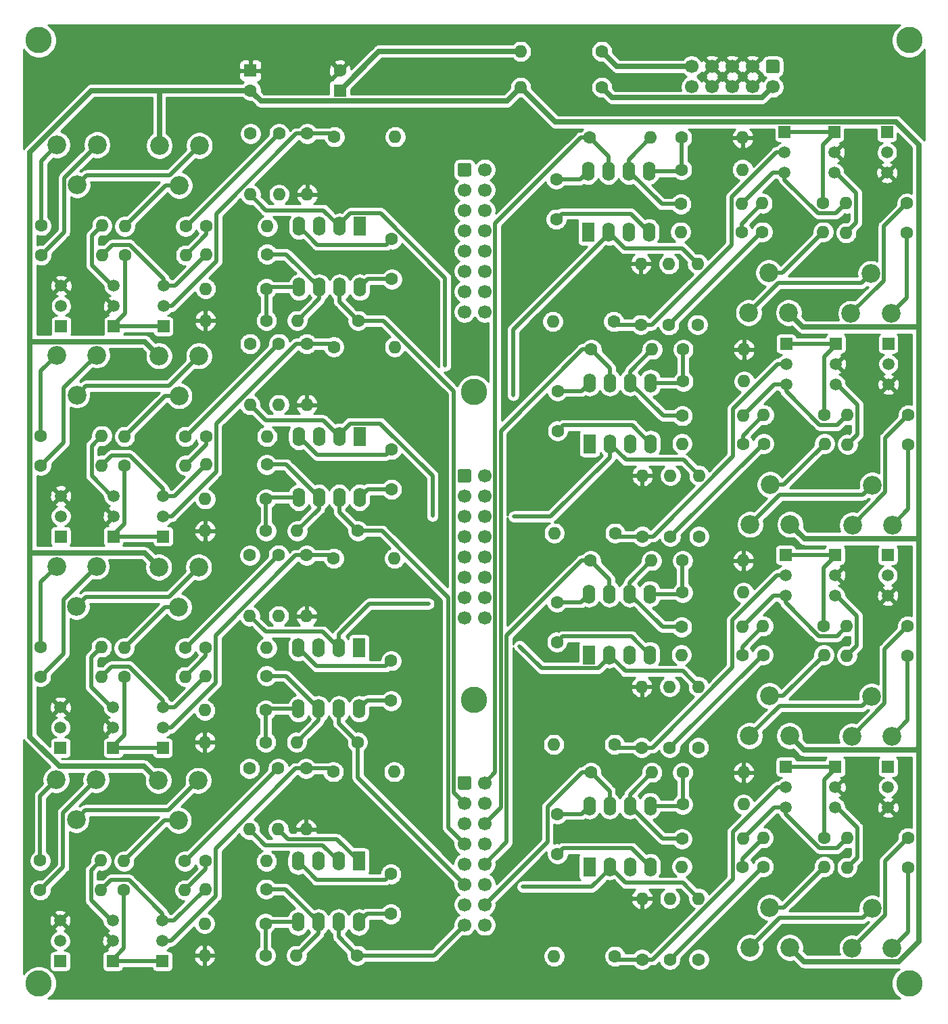
<source format=gbr>
%TF.GenerationSoftware,KiCad,Pcbnew,5.1.10-88a1d61d58~88~ubuntu20.10.1*%
%TF.CreationDate,2021-06-16T00:04:35+02:00*%
%TF.ProjectId,vca-8,7663612d-382e-46b6-9963-61645f706362,v1.0.0*%
%TF.SameCoordinates,Original*%
%TF.FileFunction,Copper,L2,Bot*%
%TF.FilePolarity,Positive*%
%FSLAX46Y46*%
G04 Gerber Fmt 4.6, Leading zero omitted, Abs format (unit mm)*
G04 Created by KiCad (PCBNEW 5.1.10-88a1d61d58~88~ubuntu20.10.1) date 2021-06-16 00:04:35*
%MOMM*%
%LPD*%
G01*
G04 APERTURE LIST*
%TA.AperFunction,ComponentPad*%
%ADD10O,1.600000X2.400000*%
%TD*%
%TA.AperFunction,ComponentPad*%
%ADD11R,1.600000X2.400000*%
%TD*%
%TA.AperFunction,ComponentPad*%
%ADD12O,1.600000X1.600000*%
%TD*%
%TA.AperFunction,ComponentPad*%
%ADD13C,1.600000*%
%TD*%
%TA.AperFunction,ComponentPad*%
%ADD14R,1.500000X1.500000*%
%TD*%
%TA.AperFunction,ComponentPad*%
%ADD15C,1.500000*%
%TD*%
%TA.AperFunction,ComponentPad*%
%ADD16C,2.340000*%
%TD*%
%TA.AperFunction,ComponentPad*%
%ADD17C,1.700000*%
%TD*%
%TA.AperFunction,ComponentPad*%
%ADD18R,1.600000X1.600000*%
%TD*%
%TA.AperFunction,ViaPad*%
%ADD19C,3.300000*%
%TD*%
%TA.AperFunction,ViaPad*%
%ADD20C,0.508000*%
%TD*%
%TA.AperFunction,Conductor*%
%ADD21C,0.508000*%
%TD*%
%TA.AperFunction,Conductor*%
%ADD22C,0.635000*%
%TD*%
%TA.AperFunction,Conductor*%
%ADD23C,0.254000*%
%TD*%
%TA.AperFunction,Conductor*%
%ADD24C,0.100000*%
%TD*%
G04 APERTURE END LIST*
D10*
%TO.P,U8,8*%
%TO.N,+12V*%
X70580000Y-129830000D03*
%TO.P,U8,4*%
%TO.N,-12V*%
X62960000Y-122210000D03*
%TO.P,U8,7*%
%TO.N,OUT8*%
X68040000Y-129830000D03*
%TO.P,U8,3*%
%TO.N,GND*%
X65500000Y-122210000D03*
%TO.P,U8,6*%
%TO.N,Net-(R117-Pad1)*%
X65500000Y-129830000D03*
%TO.P,U8,2*%
%TO.N,CV8*%
X68040000Y-122210000D03*
%TO.P,U8,5*%
%TO.N,Net-(R118-Pad1)*%
X62960000Y-129830000D03*
D11*
%TO.P,U8,1*%
%TO.N,Net-(R109-Pad1)*%
X70580000Y-122210000D03*
%TD*%
D10*
%TO.P,U7,8*%
%TO.N,+12V*%
X99440000Y-115280000D03*
%TO.P,U7,4*%
%TO.N,-12V*%
X107060000Y-122900000D03*
%TO.P,U7,7*%
%TO.N,OUT7*%
X101980000Y-115280000D03*
%TO.P,U7,3*%
%TO.N,GND*%
X104520000Y-122900000D03*
%TO.P,U7,6*%
%TO.N,Net-(R102-Pad1)*%
X104520000Y-115280000D03*
%TO.P,U7,2*%
%TO.N,CV7*%
X101980000Y-122900000D03*
%TO.P,U7,5*%
%TO.N,Net-(R103-Pad1)*%
X107060000Y-115280000D03*
D11*
%TO.P,U7,1*%
%TO.N,Net-(R94-Pad1)*%
X99440000Y-122900000D03*
%TD*%
D10*
%TO.P,U6,8*%
%TO.N,+12V*%
X70620000Y-103150000D03*
%TO.P,U6,4*%
%TO.N,-12V*%
X63000000Y-95530000D03*
%TO.P,U6,7*%
%TO.N,OUT6*%
X68080000Y-103150000D03*
%TO.P,U6,3*%
%TO.N,GND*%
X65540000Y-95530000D03*
%TO.P,U6,6*%
%TO.N,Net-(R87-Pad1)*%
X65540000Y-103150000D03*
%TO.P,U6,2*%
%TO.N,CV6*%
X68080000Y-95530000D03*
%TO.P,U6,5*%
%TO.N,Net-(R88-Pad1)*%
X63000000Y-103150000D03*
D11*
%TO.P,U6,1*%
%TO.N,Net-(R79-Pad1)*%
X70620000Y-95530000D03*
%TD*%
D10*
%TO.P,U5,8*%
%TO.N,+12V*%
X99400000Y-88780000D03*
%TO.P,U5,4*%
%TO.N,-12V*%
X107020000Y-96400000D03*
%TO.P,U5,7*%
%TO.N,OUT5*%
X101940000Y-88780000D03*
%TO.P,U5,3*%
%TO.N,GND*%
X104480000Y-96400000D03*
%TO.P,U5,6*%
%TO.N,Net-(R72-Pad1)*%
X104480000Y-88780000D03*
%TO.P,U5,2*%
%TO.N,CV5*%
X101940000Y-96400000D03*
%TO.P,U5,5*%
%TO.N,Net-(R73-Pad1)*%
X107020000Y-88780000D03*
D11*
%TO.P,U5,1*%
%TO.N,Net-(R64-Pad1)*%
X99400000Y-96400000D03*
%TD*%
D10*
%TO.P,U4,8*%
%TO.N,+12V*%
X70660000Y-76710000D03*
%TO.P,U4,4*%
%TO.N,-12V*%
X63040000Y-69090000D03*
%TO.P,U4,7*%
%TO.N,OUT4*%
X68120000Y-76710000D03*
%TO.P,U4,3*%
%TO.N,GND*%
X65580000Y-69090000D03*
%TO.P,U4,6*%
%TO.N,Net-(R57-Pad1)*%
X65580000Y-76710000D03*
%TO.P,U4,2*%
%TO.N,CV4*%
X68120000Y-69090000D03*
%TO.P,U4,5*%
%TO.N,Net-(R58-Pad1)*%
X63040000Y-76710000D03*
D11*
%TO.P,U4,1*%
%TO.N,Net-(R49-Pad1)*%
X70660000Y-69090000D03*
%TD*%
D10*
%TO.P,U2,8*%
%TO.N,+12V*%
X99480000Y-62360000D03*
%TO.P,U2,4*%
%TO.N,-12V*%
X107100000Y-69980000D03*
%TO.P,U2,7*%
%TO.N,OUT3*%
X102020000Y-62360000D03*
%TO.P,U2,3*%
%TO.N,GND*%
X104560000Y-69980000D03*
%TO.P,U2,6*%
%TO.N,Net-(R42-Pad1)*%
X104560000Y-62360000D03*
%TO.P,U2,2*%
%TO.N,CV3*%
X102020000Y-69980000D03*
%TO.P,U2,5*%
%TO.N,Net-(R43-Pad1)*%
X107100000Y-62360000D03*
D11*
%TO.P,U2,1*%
%TO.N,Net-(R34-Pad1)*%
X99480000Y-69980000D03*
%TD*%
D10*
%TO.P,U1,8*%
%TO.N,+12V*%
X70700000Y-50410000D03*
%TO.P,U1,4*%
%TO.N,-12V*%
X63080000Y-42790000D03*
%TO.P,U1,7*%
%TO.N,OUT2*%
X68160000Y-50410000D03*
%TO.P,U1,3*%
%TO.N,GND*%
X65620000Y-42790000D03*
%TO.P,U1,6*%
%TO.N,Net-(R27-Pad1)*%
X65620000Y-50410000D03*
%TO.P,U1,2*%
%TO.N,CV2*%
X68160000Y-42790000D03*
%TO.P,U1,5*%
%TO.N,Net-(R28-Pad1)*%
X63080000Y-50410000D03*
D11*
%TO.P,U1,1*%
%TO.N,Net-(R4-Pad1)*%
X70700000Y-42790000D03*
%TD*%
D12*
%TO.P,R120,2*%
%TO.N,Net-(R117-Pad1)*%
X62760000Y-134010000D03*
D13*
%TO.P,R120,1*%
%TO.N,OUT8*%
X70380000Y-134010000D03*
%TD*%
D12*
%TO.P,R119,2*%
%TO.N,GND*%
X51260000Y-134010000D03*
D13*
%TO.P,R119,1*%
%TO.N,Net-(R118-Pad1)*%
X58880000Y-134010000D03*
%TD*%
D12*
%TO.P,R118,2*%
%TO.N,Net-(Q24-Pad3)*%
X51260000Y-130010000D03*
D13*
%TO.P,R118,1*%
%TO.N,Net-(R118-Pad1)*%
X58880000Y-130010000D03*
%TD*%
D12*
%TO.P,R117,2*%
%TO.N,Net-(Q22-Pad3)*%
X51360000Y-125710000D03*
D13*
%TO.P,R117,1*%
%TO.N,Net-(R117-Pad1)*%
X58980000Y-125710000D03*
%TD*%
D12*
%TO.P,R116,2*%
%TO.N,Net-(Q24-Pad3)*%
X38300000Y-122110000D03*
D13*
%TO.P,R116,1*%
%TO.N,Net-(OFFSET8-Pad3)*%
X30680000Y-122110000D03*
%TD*%
D12*
%TO.P,R115,2*%
%TO.N,-12V*%
X59000000Y-122210000D03*
D13*
%TO.P,R115,1*%
%TO.N,Net-(Q23-Pad1)*%
X51380000Y-122210000D03*
%TD*%
D12*
%TO.P,R114,2*%
%TO.N,Net-(Q23-Pad1)*%
X48800000Y-125810000D03*
D13*
%TO.P,R114,1*%
%TO.N,Net-(Q22-Pad1)*%
X41180000Y-125810000D03*
%TD*%
D12*
%TO.P,R113,2*%
%TO.N,Net-(Q22-Pad3)*%
X38300000Y-125810000D03*
D13*
%TO.P,R113,1*%
%TO.N,Net-(OFFSET8-Pad1)*%
X30680000Y-125810000D03*
%TD*%
D12*
%TO.P,R112,2*%
%TO.N,Net-(LEVEL8-Pad2)*%
X41160000Y-122210000D03*
D13*
%TO.P,R112,1*%
%TO.N,Net-(Q23-Pad2)*%
X48780000Y-122210000D03*
%TD*%
D12*
%TO.P,R111,2*%
%TO.N,Net-(R109-Pad1)*%
X60480000Y-118210000D03*
D13*
%TO.P,R111,1*%
%TO.N,Net-(Q23-Pad2)*%
X60480000Y-110590000D03*
%TD*%
D12*
%TO.P,R110,2*%
%TO.N,GND*%
X63980000Y-118230000D03*
D13*
%TO.P,R110,1*%
%TO.N,Net-(Q22-Pad2)*%
X63980000Y-110610000D03*
%TD*%
D12*
%TO.P,R109,2*%
%TO.N,CV8*%
X56880000Y-118230000D03*
D13*
%TO.P,R109,1*%
%TO.N,Net-(R109-Pad1)*%
X56880000Y-110610000D03*
%TD*%
D12*
%TO.P,R108,2*%
%TO.N,IN8*%
X75000000Y-111010000D03*
D13*
%TO.P,R108,1*%
%TO.N,Net-(Q22-Pad2)*%
X67380000Y-111010000D03*
%TD*%
D12*
%TO.P,R105,2*%
%TO.N,Net-(R102-Pad1)*%
X107260000Y-111100000D03*
D13*
%TO.P,R105,1*%
%TO.N,OUT7*%
X99640000Y-111100000D03*
%TD*%
D12*
%TO.P,R104,2*%
%TO.N,GND*%
X118760000Y-111100000D03*
D13*
%TO.P,R104,1*%
%TO.N,Net-(R103-Pad1)*%
X111140000Y-111100000D03*
%TD*%
D12*
%TO.P,R103,2*%
%TO.N,Net-(Q21-Pad3)*%
X118760000Y-115100000D03*
D13*
%TO.P,R103,1*%
%TO.N,Net-(R103-Pad1)*%
X111140000Y-115100000D03*
%TD*%
D12*
%TO.P,R102,2*%
%TO.N,Net-(Q19-Pad3)*%
X118660000Y-119400000D03*
D13*
%TO.P,R102,1*%
%TO.N,Net-(R102-Pad1)*%
X111040000Y-119400000D03*
%TD*%
D12*
%TO.P,R101,2*%
%TO.N,Net-(Q21-Pad3)*%
X131720000Y-123000000D03*
D13*
%TO.P,R101,1*%
%TO.N,Net-(OFFSET7-Pad3)*%
X139340000Y-123000000D03*
%TD*%
D12*
%TO.P,R100,2*%
%TO.N,-12V*%
X111020000Y-122900000D03*
D13*
%TO.P,R100,1*%
%TO.N,Net-(Q20-Pad1)*%
X118640000Y-122900000D03*
%TD*%
D12*
%TO.P,R99,2*%
%TO.N,Net-(Q20-Pad1)*%
X121220000Y-119300000D03*
D13*
%TO.P,R99,1*%
%TO.N,Net-(Q19-Pad1)*%
X128840000Y-119300000D03*
%TD*%
D12*
%TO.P,R98,2*%
%TO.N,Net-(Q19-Pad3)*%
X131720000Y-119300000D03*
D13*
%TO.P,R98,1*%
%TO.N,Net-(OFFSET7-Pad1)*%
X139340000Y-119300000D03*
%TD*%
D12*
%TO.P,R97,2*%
%TO.N,Net-(LEVEL7-Pad2)*%
X128860000Y-122900000D03*
D13*
%TO.P,R97,1*%
%TO.N,Net-(Q20-Pad2)*%
X121240000Y-122900000D03*
%TD*%
D12*
%TO.P,R96,2*%
%TO.N,Net-(R94-Pad1)*%
X109540000Y-126900000D03*
D13*
%TO.P,R96,1*%
%TO.N,Net-(Q20-Pad2)*%
X109540000Y-134520000D03*
%TD*%
D12*
%TO.P,R95,2*%
%TO.N,GND*%
X106040000Y-126880000D03*
D13*
%TO.P,R95,1*%
%TO.N,Net-(Q19-Pad2)*%
X106040000Y-134500000D03*
%TD*%
D12*
%TO.P,R94,2*%
%TO.N,CV7*%
X113140000Y-126880000D03*
D13*
%TO.P,R94,1*%
%TO.N,Net-(R94-Pad1)*%
X113140000Y-134500000D03*
%TD*%
D12*
%TO.P,R93,2*%
%TO.N,IN7*%
X95020000Y-134100000D03*
D13*
%TO.P,R93,1*%
%TO.N,Net-(Q19-Pad2)*%
X102640000Y-134100000D03*
%TD*%
D12*
%TO.P,R90,2*%
%TO.N,Net-(R87-Pad1)*%
X62800000Y-107330000D03*
D13*
%TO.P,R90,1*%
%TO.N,OUT6*%
X70420000Y-107330000D03*
%TD*%
D12*
%TO.P,R89,2*%
%TO.N,GND*%
X51300000Y-107330000D03*
D13*
%TO.P,R89,1*%
%TO.N,Net-(R88-Pad1)*%
X58920000Y-107330000D03*
%TD*%
D12*
%TO.P,R88,2*%
%TO.N,Net-(Q18-Pad3)*%
X51300000Y-103330000D03*
D13*
%TO.P,R88,1*%
%TO.N,Net-(R88-Pad1)*%
X58920000Y-103330000D03*
%TD*%
D12*
%TO.P,R87,2*%
%TO.N,Net-(Q16-Pad3)*%
X51400000Y-99030000D03*
D13*
%TO.P,R87,1*%
%TO.N,Net-(R87-Pad1)*%
X59020000Y-99030000D03*
%TD*%
D12*
%TO.P,R86,2*%
%TO.N,Net-(Q18-Pad3)*%
X38340000Y-95430000D03*
D13*
%TO.P,R86,1*%
%TO.N,Net-(OFFSET6-Pad3)*%
X30720000Y-95430000D03*
%TD*%
D12*
%TO.P,R85,2*%
%TO.N,-12V*%
X59040000Y-95530000D03*
D13*
%TO.P,R85,1*%
%TO.N,Net-(Q17-Pad1)*%
X51420000Y-95530000D03*
%TD*%
D12*
%TO.P,R84,2*%
%TO.N,Net-(Q17-Pad1)*%
X48840000Y-99130000D03*
D13*
%TO.P,R84,1*%
%TO.N,Net-(Q16-Pad1)*%
X41220000Y-99130000D03*
%TD*%
D12*
%TO.P,R83,2*%
%TO.N,Net-(Q16-Pad3)*%
X38340000Y-99130000D03*
D13*
%TO.P,R83,1*%
%TO.N,Net-(OFFSET6-Pad1)*%
X30720000Y-99130000D03*
%TD*%
D12*
%TO.P,R82,2*%
%TO.N,Net-(LEVEL6-Pad2)*%
X41200000Y-95530000D03*
D13*
%TO.P,R82,1*%
%TO.N,Net-(Q17-Pad2)*%
X48820000Y-95530000D03*
%TD*%
D12*
%TO.P,R81,2*%
%TO.N,Net-(R79-Pad1)*%
X60520000Y-91530000D03*
D13*
%TO.P,R81,1*%
%TO.N,Net-(Q17-Pad2)*%
X60520000Y-83910000D03*
%TD*%
D12*
%TO.P,R80,2*%
%TO.N,GND*%
X64020000Y-91550000D03*
D13*
%TO.P,R80,1*%
%TO.N,Net-(Q16-Pad2)*%
X64020000Y-83930000D03*
%TD*%
D12*
%TO.P,R79,2*%
%TO.N,CV6*%
X56920000Y-91550000D03*
D13*
%TO.P,R79,1*%
%TO.N,Net-(R79-Pad1)*%
X56920000Y-83930000D03*
%TD*%
D12*
%TO.P,R78,2*%
%TO.N,IN6*%
X75040000Y-84330000D03*
D13*
%TO.P,R78,1*%
%TO.N,Net-(Q16-Pad2)*%
X67420000Y-84330000D03*
%TD*%
D12*
%TO.P,R75,2*%
%TO.N,Net-(R72-Pad1)*%
X107220000Y-84600000D03*
D13*
%TO.P,R75,1*%
%TO.N,OUT5*%
X99600000Y-84600000D03*
%TD*%
D12*
%TO.P,R74,2*%
%TO.N,GND*%
X118720000Y-84600000D03*
D13*
%TO.P,R74,1*%
%TO.N,Net-(R73-Pad1)*%
X111100000Y-84600000D03*
%TD*%
D12*
%TO.P,R73,2*%
%TO.N,Net-(Q15-Pad3)*%
X118720000Y-88600000D03*
D13*
%TO.P,R73,1*%
%TO.N,Net-(R73-Pad1)*%
X111100000Y-88600000D03*
%TD*%
D12*
%TO.P,R72,2*%
%TO.N,Net-(Q13-Pad3)*%
X118620000Y-92900000D03*
D13*
%TO.P,R72,1*%
%TO.N,Net-(R72-Pad1)*%
X111000000Y-92900000D03*
%TD*%
D12*
%TO.P,R71,2*%
%TO.N,Net-(Q15-Pad3)*%
X131680000Y-96500000D03*
D13*
%TO.P,R71,1*%
%TO.N,Net-(OFFSET5-Pad3)*%
X139300000Y-96500000D03*
%TD*%
D12*
%TO.P,R70,2*%
%TO.N,-12V*%
X110980000Y-96400000D03*
D13*
%TO.P,R70,1*%
%TO.N,Net-(Q14-Pad1)*%
X118600000Y-96400000D03*
%TD*%
D12*
%TO.P,R69,2*%
%TO.N,Net-(Q14-Pad1)*%
X121180000Y-92800000D03*
D13*
%TO.P,R69,1*%
%TO.N,Net-(Q13-Pad1)*%
X128800000Y-92800000D03*
%TD*%
D12*
%TO.P,R68,2*%
%TO.N,Net-(Q13-Pad3)*%
X131680000Y-92800000D03*
D13*
%TO.P,R68,1*%
%TO.N,Net-(OFFSET5-Pad1)*%
X139300000Y-92800000D03*
%TD*%
D12*
%TO.P,R67,2*%
%TO.N,Net-(LEVEL5-Pad2)*%
X128820000Y-96400000D03*
D13*
%TO.P,R67,1*%
%TO.N,Net-(Q14-Pad2)*%
X121200000Y-96400000D03*
%TD*%
D12*
%TO.P,R66,2*%
%TO.N,Net-(R64-Pad1)*%
X109500000Y-100400000D03*
D13*
%TO.P,R66,1*%
%TO.N,Net-(Q14-Pad2)*%
X109500000Y-108020000D03*
%TD*%
D12*
%TO.P,R65,2*%
%TO.N,GND*%
X106000000Y-100380000D03*
D13*
%TO.P,R65,1*%
%TO.N,Net-(Q13-Pad2)*%
X106000000Y-108000000D03*
%TD*%
D12*
%TO.P,R64,2*%
%TO.N,CV5*%
X113100000Y-100380000D03*
D13*
%TO.P,R64,1*%
%TO.N,Net-(R64-Pad1)*%
X113100000Y-108000000D03*
%TD*%
D12*
%TO.P,R63,2*%
%TO.N,IN5*%
X94980000Y-107600000D03*
D13*
%TO.P,R63,1*%
%TO.N,Net-(Q13-Pad2)*%
X102600000Y-107600000D03*
%TD*%
D12*
%TO.P,R60,2*%
%TO.N,Net-(R57-Pad1)*%
X62840000Y-80890000D03*
D13*
%TO.P,R60,1*%
%TO.N,OUT4*%
X70460000Y-80890000D03*
%TD*%
D12*
%TO.P,R59,2*%
%TO.N,GND*%
X51340000Y-80890000D03*
D13*
%TO.P,R59,1*%
%TO.N,Net-(R58-Pad1)*%
X58960000Y-80890000D03*
%TD*%
D12*
%TO.P,R58,2*%
%TO.N,Net-(Q12-Pad3)*%
X51340000Y-76890000D03*
D13*
%TO.P,R58,1*%
%TO.N,Net-(R58-Pad1)*%
X58960000Y-76890000D03*
%TD*%
D12*
%TO.P,R57,2*%
%TO.N,Net-(Q10-Pad3)*%
X51440000Y-72590000D03*
D13*
%TO.P,R57,1*%
%TO.N,Net-(R57-Pad1)*%
X59060000Y-72590000D03*
%TD*%
D12*
%TO.P,R56,2*%
%TO.N,Net-(Q12-Pad3)*%
X38380000Y-68990000D03*
D13*
%TO.P,R56,1*%
%TO.N,Net-(OFFSET4-Pad3)*%
X30760000Y-68990000D03*
%TD*%
D12*
%TO.P,R55,2*%
%TO.N,-12V*%
X59080000Y-69090000D03*
D13*
%TO.P,R55,1*%
%TO.N,Net-(Q11-Pad1)*%
X51460000Y-69090000D03*
%TD*%
D12*
%TO.P,R54,2*%
%TO.N,Net-(Q11-Pad1)*%
X48880000Y-72690000D03*
D13*
%TO.P,R54,1*%
%TO.N,Net-(Q10-Pad1)*%
X41260000Y-72690000D03*
%TD*%
D12*
%TO.P,R53,2*%
%TO.N,Net-(Q10-Pad3)*%
X38380000Y-72690000D03*
D13*
%TO.P,R53,1*%
%TO.N,Net-(OFFSET4-Pad1)*%
X30760000Y-72690000D03*
%TD*%
D12*
%TO.P,R52,2*%
%TO.N,Net-(LEVEL4-Pad2)*%
X41240000Y-69090000D03*
D13*
%TO.P,R52,1*%
%TO.N,Net-(Q11-Pad2)*%
X48860000Y-69090000D03*
%TD*%
D12*
%TO.P,R51,2*%
%TO.N,Net-(R49-Pad1)*%
X60560000Y-65090000D03*
D13*
%TO.P,R51,1*%
%TO.N,Net-(Q11-Pad2)*%
X60560000Y-57470000D03*
%TD*%
D12*
%TO.P,R50,2*%
%TO.N,GND*%
X64060000Y-65110000D03*
D13*
%TO.P,R50,1*%
%TO.N,Net-(Q10-Pad2)*%
X64060000Y-57490000D03*
%TD*%
D12*
%TO.P,R49,2*%
%TO.N,CV4*%
X56960000Y-65110000D03*
D13*
%TO.P,R49,1*%
%TO.N,Net-(R49-Pad1)*%
X56960000Y-57490000D03*
%TD*%
D12*
%TO.P,R48,2*%
%TO.N,IN4*%
X75080000Y-57890000D03*
D13*
%TO.P,R48,1*%
%TO.N,Net-(Q10-Pad2)*%
X67460000Y-57890000D03*
%TD*%
D12*
%TO.P,R45,2*%
%TO.N,Net-(R42-Pad1)*%
X107300000Y-58180000D03*
D13*
%TO.P,R45,1*%
%TO.N,OUT3*%
X99680000Y-58180000D03*
%TD*%
D12*
%TO.P,R44,2*%
%TO.N,GND*%
X118800000Y-58180000D03*
D13*
%TO.P,R44,1*%
%TO.N,Net-(R43-Pad1)*%
X111180000Y-58180000D03*
%TD*%
D12*
%TO.P,R43,2*%
%TO.N,Net-(Q9-Pad3)*%
X118800000Y-62180000D03*
D13*
%TO.P,R43,1*%
%TO.N,Net-(R43-Pad1)*%
X111180000Y-62180000D03*
%TD*%
D12*
%TO.P,R42,2*%
%TO.N,Net-(Q7-Pad3)*%
X118700000Y-66480000D03*
D13*
%TO.P,R42,1*%
%TO.N,Net-(R42-Pad1)*%
X111080000Y-66480000D03*
%TD*%
D12*
%TO.P,R41,2*%
%TO.N,Net-(Q9-Pad3)*%
X131760000Y-70080000D03*
D13*
%TO.P,R41,1*%
%TO.N,Net-(OFFSET3-Pad3)*%
X139380000Y-70080000D03*
%TD*%
D12*
%TO.P,R40,2*%
%TO.N,-12V*%
X111060000Y-69980000D03*
D13*
%TO.P,R40,1*%
%TO.N,Net-(Q8-Pad1)*%
X118680000Y-69980000D03*
%TD*%
D12*
%TO.P,R39,2*%
%TO.N,Net-(Q8-Pad1)*%
X121260000Y-66380000D03*
D13*
%TO.P,R39,1*%
%TO.N,Net-(Q7-Pad1)*%
X128880000Y-66380000D03*
%TD*%
D12*
%TO.P,R38,2*%
%TO.N,Net-(Q7-Pad3)*%
X131760000Y-66380000D03*
D13*
%TO.P,R38,1*%
%TO.N,Net-(OFFSET3-Pad1)*%
X139380000Y-66380000D03*
%TD*%
D12*
%TO.P,R37,2*%
%TO.N,Net-(LEVEL3-Pad2)*%
X128900000Y-69980000D03*
D13*
%TO.P,R37,1*%
%TO.N,Net-(Q8-Pad2)*%
X121280000Y-69980000D03*
%TD*%
D12*
%TO.P,R36,2*%
%TO.N,Net-(R34-Pad1)*%
X109580000Y-73980000D03*
D13*
%TO.P,R36,1*%
%TO.N,Net-(Q8-Pad2)*%
X109580000Y-81600000D03*
%TD*%
D12*
%TO.P,R35,2*%
%TO.N,GND*%
X106080000Y-73960000D03*
D13*
%TO.P,R35,1*%
%TO.N,Net-(Q7-Pad2)*%
X106080000Y-81580000D03*
%TD*%
D12*
%TO.P,R34,2*%
%TO.N,CV3*%
X113180000Y-73960000D03*
D13*
%TO.P,R34,1*%
%TO.N,Net-(R34-Pad1)*%
X113180000Y-81580000D03*
%TD*%
D12*
%TO.P,R33,2*%
%TO.N,IN3*%
X95060000Y-81180000D03*
D13*
%TO.P,R33,1*%
%TO.N,Net-(Q7-Pad2)*%
X102680000Y-81180000D03*
%TD*%
D12*
%TO.P,R30,2*%
%TO.N,Net-(R27-Pad1)*%
X62880000Y-54590000D03*
D13*
%TO.P,R30,1*%
%TO.N,OUT2*%
X70500000Y-54590000D03*
%TD*%
D12*
%TO.P,R29,2*%
%TO.N,GND*%
X51380000Y-54590000D03*
D13*
%TO.P,R29,1*%
%TO.N,Net-(R28-Pad1)*%
X59000000Y-54590000D03*
%TD*%
D12*
%TO.P,R28,2*%
%TO.N,Net-(Q6-Pad3)*%
X51380000Y-50590000D03*
D13*
%TO.P,R28,1*%
%TO.N,Net-(R28-Pad1)*%
X59000000Y-50590000D03*
%TD*%
D12*
%TO.P,R27,2*%
%TO.N,Net-(Q4-Pad3)*%
X51480000Y-46290000D03*
D13*
%TO.P,R27,1*%
%TO.N,Net-(R27-Pad1)*%
X59100000Y-46290000D03*
%TD*%
D12*
%TO.P,R26,2*%
%TO.N,Net-(Q6-Pad3)*%
X38420000Y-42690000D03*
D13*
%TO.P,R26,1*%
%TO.N,Net-(OFFSET2-Pad3)*%
X30800000Y-42690000D03*
%TD*%
D12*
%TO.P,R10,2*%
%TO.N,-12V*%
X59120000Y-42790000D03*
D13*
%TO.P,R10,1*%
%TO.N,Net-(Q5-Pad1)*%
X51500000Y-42790000D03*
%TD*%
D12*
%TO.P,R9,2*%
%TO.N,Net-(Q5-Pad1)*%
X48920000Y-46390000D03*
D13*
%TO.P,R9,1*%
%TO.N,Net-(Q4-Pad1)*%
X41300000Y-46390000D03*
%TD*%
D12*
%TO.P,R8,2*%
%TO.N,Net-(Q4-Pad3)*%
X38420000Y-46390000D03*
D13*
%TO.P,R8,1*%
%TO.N,Net-(OFFSET2-Pad1)*%
X30800000Y-46390000D03*
%TD*%
D12*
%TO.P,R7,2*%
%TO.N,Net-(LEVEL2-Pad2)*%
X41280000Y-42790000D03*
D13*
%TO.P,R7,1*%
%TO.N,Net-(Q5-Pad2)*%
X48900000Y-42790000D03*
%TD*%
D12*
%TO.P,R6,2*%
%TO.N,Net-(R4-Pad1)*%
X60600000Y-38790000D03*
D13*
%TO.P,R6,1*%
%TO.N,Net-(Q5-Pad2)*%
X60600000Y-31170000D03*
%TD*%
D12*
%TO.P,R5,2*%
%TO.N,GND*%
X64100000Y-38810000D03*
D13*
%TO.P,R5,1*%
%TO.N,Net-(Q4-Pad2)*%
X64100000Y-31190000D03*
%TD*%
D12*
%TO.P,R4,2*%
%TO.N,CV2*%
X57000000Y-38810000D03*
D13*
%TO.P,R4,1*%
%TO.N,Net-(R4-Pad1)*%
X57000000Y-31190000D03*
%TD*%
D12*
%TO.P,R3,2*%
%TO.N,IN2*%
X75120000Y-31590000D03*
D13*
%TO.P,R3,1*%
%TO.N,Net-(Q4-Pad2)*%
X67500000Y-31590000D03*
%TD*%
D14*
%TO.P,Q24,1*%
%TO.N,Net-(Q22-Pad1)*%
X39780000Y-134710000D03*
D15*
%TO.P,Q24,3*%
%TO.N,Net-(Q24-Pad3)*%
X39780000Y-129630000D03*
%TO.P,Q24,2*%
%TO.N,GND*%
X39780000Y-132170000D03*
%TD*%
D14*
%TO.P,Q23,1*%
%TO.N,Net-(Q23-Pad1)*%
X33180000Y-134710000D03*
D15*
%TO.P,Q23,3*%
%TO.N,GND*%
X33180000Y-129630000D03*
%TO.P,Q23,2*%
%TO.N,Net-(Q23-Pad2)*%
X33180000Y-132170000D03*
%TD*%
D14*
%TO.P,Q22,1*%
%TO.N,Net-(Q22-Pad1)*%
X45980000Y-134710000D03*
D15*
%TO.P,Q22,3*%
%TO.N,Net-(Q22-Pad3)*%
X45980000Y-129630000D03*
%TO.P,Q22,2*%
%TO.N,Net-(Q22-Pad2)*%
X45980000Y-132170000D03*
%TD*%
D14*
%TO.P,Q21,1*%
%TO.N,Net-(Q19-Pad1)*%
X130240000Y-110400000D03*
D15*
%TO.P,Q21,3*%
%TO.N,Net-(Q21-Pad3)*%
X130240000Y-115480000D03*
%TO.P,Q21,2*%
%TO.N,GND*%
X130240000Y-112940000D03*
%TD*%
D14*
%TO.P,Q20,1*%
%TO.N,Net-(Q20-Pad1)*%
X136840000Y-110400000D03*
D15*
%TO.P,Q20,3*%
%TO.N,GND*%
X136840000Y-115480000D03*
%TO.P,Q20,2*%
%TO.N,Net-(Q20-Pad2)*%
X136840000Y-112940000D03*
%TD*%
D14*
%TO.P,Q19,1*%
%TO.N,Net-(Q19-Pad1)*%
X124040000Y-110400000D03*
D15*
%TO.P,Q19,3*%
%TO.N,Net-(Q19-Pad3)*%
X124040000Y-115480000D03*
%TO.P,Q19,2*%
%TO.N,Net-(Q19-Pad2)*%
X124040000Y-112940000D03*
%TD*%
D14*
%TO.P,Q18,1*%
%TO.N,Net-(Q16-Pad1)*%
X39820000Y-108030000D03*
D15*
%TO.P,Q18,3*%
%TO.N,Net-(Q18-Pad3)*%
X39820000Y-102950000D03*
%TO.P,Q18,2*%
%TO.N,GND*%
X39820000Y-105490000D03*
%TD*%
D14*
%TO.P,Q17,1*%
%TO.N,Net-(Q17-Pad1)*%
X33220000Y-108030000D03*
D15*
%TO.P,Q17,3*%
%TO.N,GND*%
X33220000Y-102950000D03*
%TO.P,Q17,2*%
%TO.N,Net-(Q17-Pad2)*%
X33220000Y-105490000D03*
%TD*%
D14*
%TO.P,Q16,1*%
%TO.N,Net-(Q16-Pad1)*%
X46020000Y-108030000D03*
D15*
%TO.P,Q16,3*%
%TO.N,Net-(Q16-Pad3)*%
X46020000Y-102950000D03*
%TO.P,Q16,2*%
%TO.N,Net-(Q16-Pad2)*%
X46020000Y-105490000D03*
%TD*%
D14*
%TO.P,Q15,1*%
%TO.N,Net-(Q13-Pad1)*%
X130200000Y-83900000D03*
D15*
%TO.P,Q15,3*%
%TO.N,Net-(Q15-Pad3)*%
X130200000Y-88980000D03*
%TO.P,Q15,2*%
%TO.N,GND*%
X130200000Y-86440000D03*
%TD*%
D14*
%TO.P,Q14,1*%
%TO.N,Net-(Q14-Pad1)*%
X136800000Y-83900000D03*
D15*
%TO.P,Q14,3*%
%TO.N,GND*%
X136800000Y-88980000D03*
%TO.P,Q14,2*%
%TO.N,Net-(Q14-Pad2)*%
X136800000Y-86440000D03*
%TD*%
D14*
%TO.P,Q13,1*%
%TO.N,Net-(Q13-Pad1)*%
X124000000Y-83900000D03*
D15*
%TO.P,Q13,3*%
%TO.N,Net-(Q13-Pad3)*%
X124000000Y-88980000D03*
%TO.P,Q13,2*%
%TO.N,Net-(Q13-Pad2)*%
X124000000Y-86440000D03*
%TD*%
D14*
%TO.P,Q12,1*%
%TO.N,Net-(Q10-Pad1)*%
X39860000Y-81590000D03*
D15*
%TO.P,Q12,3*%
%TO.N,Net-(Q12-Pad3)*%
X39860000Y-76510000D03*
%TO.P,Q12,2*%
%TO.N,GND*%
X39860000Y-79050000D03*
%TD*%
D14*
%TO.P,Q11,1*%
%TO.N,Net-(Q11-Pad1)*%
X33260000Y-81590000D03*
D15*
%TO.P,Q11,3*%
%TO.N,GND*%
X33260000Y-76510000D03*
%TO.P,Q11,2*%
%TO.N,Net-(Q11-Pad2)*%
X33260000Y-79050000D03*
%TD*%
D14*
%TO.P,Q10,1*%
%TO.N,Net-(Q10-Pad1)*%
X46060000Y-81590000D03*
D15*
%TO.P,Q10,3*%
%TO.N,Net-(Q10-Pad3)*%
X46060000Y-76510000D03*
%TO.P,Q10,2*%
%TO.N,Net-(Q10-Pad2)*%
X46060000Y-79050000D03*
%TD*%
D14*
%TO.P,Q9,1*%
%TO.N,Net-(Q7-Pad1)*%
X130280000Y-57480000D03*
D15*
%TO.P,Q9,3*%
%TO.N,Net-(Q9-Pad3)*%
X130280000Y-62560000D03*
%TO.P,Q9,2*%
%TO.N,GND*%
X130280000Y-60020000D03*
%TD*%
D14*
%TO.P,Q8,1*%
%TO.N,Net-(Q8-Pad1)*%
X136880000Y-57480000D03*
D15*
%TO.P,Q8,3*%
%TO.N,GND*%
X136880000Y-62560000D03*
%TO.P,Q8,2*%
%TO.N,Net-(Q8-Pad2)*%
X136880000Y-60020000D03*
%TD*%
D14*
%TO.P,Q7,1*%
%TO.N,Net-(Q7-Pad1)*%
X124080000Y-57480000D03*
D15*
%TO.P,Q7,3*%
%TO.N,Net-(Q7-Pad3)*%
X124080000Y-62560000D03*
%TO.P,Q7,2*%
%TO.N,Net-(Q7-Pad2)*%
X124080000Y-60020000D03*
%TD*%
D14*
%TO.P,Q6,1*%
%TO.N,Net-(Q4-Pad1)*%
X39900000Y-55290000D03*
D15*
%TO.P,Q6,3*%
%TO.N,Net-(Q6-Pad3)*%
X39900000Y-50210000D03*
%TO.P,Q6,2*%
%TO.N,GND*%
X39900000Y-52750000D03*
%TD*%
D14*
%TO.P,Q5,1*%
%TO.N,Net-(Q5-Pad1)*%
X33300000Y-55290000D03*
D15*
%TO.P,Q5,3*%
%TO.N,GND*%
X33300000Y-50210000D03*
%TO.P,Q5,2*%
%TO.N,Net-(Q5-Pad2)*%
X33300000Y-52750000D03*
%TD*%
D14*
%TO.P,Q4,1*%
%TO.N,Net-(Q4-Pad1)*%
X46100000Y-55290000D03*
D15*
%TO.P,Q4,3*%
%TO.N,Net-(Q4-Pad3)*%
X46100000Y-50210000D03*
%TO.P,Q4,2*%
%TO.N,Net-(Q4-Pad2)*%
X46100000Y-52750000D03*
%TD*%
D16*
%TO.P,OFFSET8,1*%
%TO.N,Net-(OFFSET8-Pad1)*%
X37680000Y-112010000D03*
%TO.P,OFFSET8,2*%
%TO.N,+12V*%
X35180000Y-117010000D03*
%TO.P,OFFSET8,3*%
%TO.N,Net-(OFFSET8-Pad3)*%
X32680000Y-112010000D03*
%TD*%
%TO.P,OFFSET7,1*%
%TO.N,Net-(OFFSET7-Pad1)*%
X132340000Y-133100000D03*
%TO.P,OFFSET7,2*%
%TO.N,+12V*%
X134840000Y-128100000D03*
%TO.P,OFFSET7,3*%
%TO.N,Net-(OFFSET7-Pad3)*%
X137340000Y-133100000D03*
%TD*%
%TO.P,OFFSET6,1*%
%TO.N,Net-(OFFSET6-Pad1)*%
X37720000Y-85330000D03*
%TO.P,OFFSET6,2*%
%TO.N,+12V*%
X35220000Y-90330000D03*
%TO.P,OFFSET6,3*%
%TO.N,Net-(OFFSET6-Pad3)*%
X32720000Y-85330000D03*
%TD*%
%TO.P,OFFSET5,1*%
%TO.N,Net-(OFFSET5-Pad1)*%
X132300000Y-106600000D03*
%TO.P,OFFSET5,2*%
%TO.N,+12V*%
X134800000Y-101600000D03*
%TO.P,OFFSET5,3*%
%TO.N,Net-(OFFSET5-Pad3)*%
X137300000Y-106600000D03*
%TD*%
%TO.P,OFFSET4,1*%
%TO.N,Net-(OFFSET4-Pad1)*%
X37760000Y-58890000D03*
%TO.P,OFFSET4,2*%
%TO.N,+12V*%
X35260000Y-63890000D03*
%TO.P,OFFSET4,3*%
%TO.N,Net-(OFFSET4-Pad3)*%
X32760000Y-58890000D03*
%TD*%
%TO.P,OFFSET3,1*%
%TO.N,Net-(OFFSET3-Pad1)*%
X132380000Y-80180000D03*
%TO.P,OFFSET3,2*%
%TO.N,+12V*%
X134880000Y-75180000D03*
%TO.P,OFFSET3,3*%
%TO.N,Net-(OFFSET3-Pad3)*%
X137380000Y-80180000D03*
%TD*%
%TO.P,OFFSET2,1*%
%TO.N,Net-(OFFSET2-Pad1)*%
X37800000Y-32590000D03*
%TO.P,OFFSET2,2*%
%TO.N,+12V*%
X35300000Y-37590000D03*
%TO.P,OFFSET2,3*%
%TO.N,Net-(OFFSET2-Pad3)*%
X32800000Y-32590000D03*
%TD*%
%TO.P,LEVEL8,1*%
%TO.N,+12V*%
X50480000Y-112110000D03*
%TO.P,LEVEL8,2*%
%TO.N,Net-(LEVEL8-Pad2)*%
X47980000Y-117110000D03*
%TO.P,LEVEL8,3*%
%TO.N,-12V*%
X45480000Y-112110000D03*
%TD*%
%TO.P,LEVEL7,1*%
%TO.N,+12V*%
X119540000Y-133000000D03*
%TO.P,LEVEL7,2*%
%TO.N,Net-(LEVEL7-Pad2)*%
X122040000Y-128000000D03*
%TO.P,LEVEL7,3*%
%TO.N,-12V*%
X124540000Y-133000000D03*
%TD*%
%TO.P,LEVEL6,1*%
%TO.N,+12V*%
X50520000Y-85430000D03*
%TO.P,LEVEL6,2*%
%TO.N,Net-(LEVEL6-Pad2)*%
X48020000Y-90430000D03*
%TO.P,LEVEL6,3*%
%TO.N,-12V*%
X45520000Y-85430000D03*
%TD*%
%TO.P,LEVEL5,1*%
%TO.N,+12V*%
X119500000Y-106500000D03*
%TO.P,LEVEL5,2*%
%TO.N,Net-(LEVEL5-Pad2)*%
X122000000Y-101500000D03*
%TO.P,LEVEL5,3*%
%TO.N,-12V*%
X124500000Y-106500000D03*
%TD*%
%TO.P,LEVEL4,1*%
%TO.N,+12V*%
X50560000Y-58990000D03*
%TO.P,LEVEL4,2*%
%TO.N,Net-(LEVEL4-Pad2)*%
X48060000Y-63990000D03*
%TO.P,LEVEL4,3*%
%TO.N,-12V*%
X45560000Y-58990000D03*
%TD*%
%TO.P,LEVEL3,1*%
%TO.N,+12V*%
X119580000Y-80080000D03*
%TO.P,LEVEL3,2*%
%TO.N,Net-(LEVEL3-Pad2)*%
X122080000Y-75080000D03*
%TO.P,LEVEL3,3*%
%TO.N,-12V*%
X124580000Y-80080000D03*
%TD*%
%TO.P,LEVEL2,1*%
%TO.N,+12V*%
X50600000Y-32690000D03*
%TO.P,LEVEL2,2*%
%TO.N,Net-(LEVEL2-Pad2)*%
X48100000Y-37690000D03*
%TO.P,LEVEL2,3*%
%TO.N,-12V*%
X45600000Y-32690000D03*
%TD*%
D17*
%TO.P,J2,16*%
%TO.N,CV8*%
X86340000Y-91780000D03*
%TO.P,J2,14*%
%TO.N,CV7*%
X86340000Y-89240000D03*
%TO.P,J2,12*%
%TO.N,CV6*%
X86340000Y-86700000D03*
%TO.P,J2,10*%
%TO.N,CV5*%
X86340000Y-84160000D03*
%TO.P,J2,8*%
%TO.N,CV4*%
X86340000Y-81620000D03*
%TO.P,J2,6*%
%TO.N,CV3*%
X86340000Y-79080000D03*
%TO.P,J2,4*%
%TO.N,CV2*%
X86340000Y-76540000D03*
%TO.P,J2,2*%
%TO.N,CV1*%
X86340000Y-74000000D03*
%TO.P,J2,15*%
%TO.N,CV8*%
X83800000Y-91780000D03*
%TO.P,J2,13*%
%TO.N,CV7*%
X83800000Y-89240000D03*
%TO.P,J2,11*%
%TO.N,CV6*%
X83800000Y-86700000D03*
%TO.P,J2,9*%
%TO.N,CV5*%
X83800000Y-84160000D03*
%TO.P,J2,7*%
%TO.N,CV4*%
X83800000Y-81620000D03*
%TO.P,J2,5*%
%TO.N,CV3*%
X83800000Y-79080000D03*
%TO.P,J2,3*%
%TO.N,CV2*%
X83800000Y-76540000D03*
%TO.P,J2,1*%
%TO.N,CV1*%
%TA.AperFunction,ComponentPad*%
G36*
G01*
X82950000Y-74600000D02*
X82950000Y-73400000D01*
G75*
G02*
X83200000Y-73150000I250000J0D01*
G01*
X84400000Y-73150000D01*
G75*
G02*
X84650000Y-73400000I0J-250000D01*
G01*
X84650000Y-74600000D01*
G75*
G02*
X84400000Y-74850000I-250000J0D01*
G01*
X83200000Y-74850000D01*
G75*
G02*
X82950000Y-74600000I0J250000D01*
G01*
G37*
%TD.AperFunction*%
%TD*%
%TO.P,J1,16*%
%TO.N,IN8*%
X86340000Y-53480000D03*
%TO.P,J1,14*%
%TO.N,IN7*%
X86340000Y-50940000D03*
%TO.P,J1,12*%
%TO.N,IN6*%
X86340000Y-48400000D03*
%TO.P,J1,10*%
%TO.N,IN5*%
X86340000Y-45860000D03*
%TO.P,J1,8*%
%TO.N,IN4*%
X86340000Y-43320000D03*
%TO.P,J1,6*%
%TO.N,IN3*%
X86340000Y-40780000D03*
%TO.P,J1,4*%
%TO.N,IN2*%
X86340000Y-38240000D03*
%TO.P,J1,2*%
%TO.N,IN1*%
X86340000Y-35700000D03*
%TO.P,J1,15*%
%TO.N,IN8*%
X83800000Y-53480000D03*
%TO.P,J1,13*%
%TO.N,IN7*%
X83800000Y-50940000D03*
%TO.P,J1,11*%
%TO.N,IN6*%
X83800000Y-48400000D03*
%TO.P,J1,9*%
%TO.N,IN5*%
X83800000Y-45860000D03*
%TO.P,J1,7*%
%TO.N,IN4*%
X83800000Y-43320000D03*
%TO.P,J1,5*%
%TO.N,IN3*%
X83800000Y-40780000D03*
%TO.P,J1,3*%
%TO.N,IN2*%
X83800000Y-38240000D03*
%TO.P,J1,1*%
%TO.N,IN1*%
%TA.AperFunction,ComponentPad*%
G36*
G01*
X82950000Y-36300000D02*
X82950000Y-35100000D01*
G75*
G02*
X83200000Y-34850000I250000J0D01*
G01*
X84400000Y-34850000D01*
G75*
G02*
X84650000Y-35100000I0J-250000D01*
G01*
X84650000Y-36300000D01*
G75*
G02*
X84400000Y-36550000I-250000J0D01*
G01*
X83200000Y-36550000D01*
G75*
G02*
X82950000Y-36300000I0J250000D01*
G01*
G37*
%TD.AperFunction*%
%TD*%
D13*
%TO.P,C7,2*%
%TO.N,+12V*%
X74580000Y-128810000D03*
%TO.P,C7,1*%
%TO.N,-12V*%
X74580000Y-123810000D03*
%TD*%
%TO.P,C6,2*%
%TO.N,+12V*%
X95440000Y-116300000D03*
%TO.P,C6,1*%
%TO.N,-12V*%
X95440000Y-121300000D03*
%TD*%
%TO.P,C5,2*%
%TO.N,+12V*%
X74620000Y-102130000D03*
%TO.P,C5,1*%
%TO.N,-12V*%
X74620000Y-97130000D03*
%TD*%
%TO.P,C4,2*%
%TO.N,+12V*%
X95400000Y-89800000D03*
%TO.P,C4,1*%
%TO.N,-12V*%
X95400000Y-94800000D03*
%TD*%
%TO.P,C3,2*%
%TO.N,+12V*%
X74660000Y-75690000D03*
%TO.P,C3,1*%
%TO.N,-12V*%
X74660000Y-70690000D03*
%TD*%
%TO.P,C2,2*%
%TO.N,+12V*%
X95480000Y-63380000D03*
%TO.P,C2,1*%
%TO.N,-12V*%
X95480000Y-68380000D03*
%TD*%
%TO.P,C1,2*%
%TO.N,+12V*%
X74700000Y-49390000D03*
%TO.P,C1,1*%
%TO.N,-12V*%
X74700000Y-44390000D03*
%TD*%
D14*
%TO.P,Q2,1*%
%TO.N,Net-(Q1-Pad1)*%
X130100000Y-31000000D03*
D15*
%TO.P,Q2,3*%
%TO.N,Net-(Q2-Pad3)*%
X130100000Y-36080000D03*
%TO.P,Q2,2*%
%TO.N,GND*%
X130100000Y-33540000D03*
%TD*%
D14*
%TO.P,Q1,1*%
%TO.N,Net-(Q1-Pad1)*%
X123900000Y-31000000D03*
D15*
%TO.P,Q1,3*%
%TO.N,Net-(Q1-Pad3)*%
X123900000Y-36080000D03*
%TO.P,Q1,2*%
%TO.N,Net-(Q1-Pad2)*%
X123900000Y-33540000D03*
%TD*%
D17*
%TO.P,J3,16*%
%TO.N,OUT8*%
X86340000Y-130180000D03*
%TO.P,J3,14*%
%TO.N,OUT7*%
X86340000Y-127640000D03*
%TO.P,J3,12*%
%TO.N,OUT6*%
X86340000Y-125100000D03*
%TO.P,J3,10*%
%TO.N,OUT5*%
X86340000Y-122560000D03*
%TO.P,J3,8*%
%TO.N,OUT4*%
X86340000Y-120020000D03*
%TO.P,J3,6*%
%TO.N,OUT3*%
X86340000Y-117480000D03*
%TO.P,J3,4*%
%TO.N,OUT2*%
X86340000Y-114940000D03*
%TO.P,J3,2*%
%TO.N,OUT1*%
X86340000Y-112400000D03*
%TO.P,J3,15*%
%TO.N,OUT8*%
X83800000Y-130180000D03*
%TO.P,J3,13*%
%TO.N,OUT7*%
X83800000Y-127640000D03*
%TO.P,J3,11*%
%TO.N,OUT6*%
X83800000Y-125100000D03*
%TO.P,J3,9*%
%TO.N,OUT5*%
X83800000Y-122560000D03*
%TO.P,J3,7*%
%TO.N,OUT4*%
X83800000Y-120020000D03*
%TO.P,J3,5*%
%TO.N,OUT3*%
X83800000Y-117480000D03*
%TO.P,J3,3*%
%TO.N,OUT2*%
X83800000Y-114940000D03*
%TO.P,J3,1*%
%TO.N,OUT1*%
%TA.AperFunction,ComponentPad*%
G36*
G01*
X82950000Y-113000000D02*
X82950000Y-111800000D01*
G75*
G02*
X83200000Y-111550000I250000J0D01*
G01*
X84400000Y-111550000D01*
G75*
G02*
X84650000Y-111800000I0J-250000D01*
G01*
X84650000Y-113000000D01*
G75*
G02*
X84400000Y-113250000I-250000J0D01*
G01*
X83200000Y-113250000D01*
G75*
G02*
X82950000Y-113000000I0J250000D01*
G01*
G37*
%TD.AperFunction*%
%TD*%
D12*
%TO.P,FB2,2*%
%TO.N,-12V*%
X90840000Y-25400000D03*
D13*
%TO.P,FB2,1*%
%TO.N,Net-(FB2-Pad1)*%
X101000000Y-25400000D03*
%TD*%
D12*
%TO.P,FB1,2*%
%TO.N,+12V*%
X90840000Y-20900000D03*
D13*
%TO.P,FB1,1*%
%TO.N,Net-(FB1-Pad1)*%
X101000000Y-20900000D03*
%TD*%
%TO.P,C10,2*%
%TO.N,GND*%
X68200000Y-23300000D03*
D18*
%TO.P,C10,1*%
%TO.N,+12V*%
X68200000Y-25800000D03*
%TD*%
D13*
%TO.P,C9,2*%
%TO.N,-12V*%
X57000000Y-25800000D03*
D18*
%TO.P,C9,1*%
%TO.N,GND*%
X57000000Y-23300000D03*
%TD*%
D14*
%TO.P,Q3,1*%
%TO.N,Net-(Q3-Pad1)*%
X136700000Y-31000000D03*
D15*
%TO.P,Q3,3*%
%TO.N,GND*%
X136700000Y-36080000D03*
%TO.P,Q3,2*%
%TO.N,Net-(Q3-Pad2)*%
X136700000Y-33540000D03*
%TD*%
D10*
%TO.P,U3,8*%
%TO.N,+12V*%
X99300000Y-35880000D03*
%TO.P,U3,4*%
%TO.N,-12V*%
X106920000Y-43500000D03*
%TO.P,U3,7*%
%TO.N,OUT1*%
X101840000Y-35880000D03*
%TO.P,U3,3*%
%TO.N,GND*%
X104380000Y-43500000D03*
%TO.P,U3,6*%
%TO.N,Net-(R22-Pad1)*%
X104380000Y-35880000D03*
%TO.P,U3,2*%
%TO.N,CV1*%
X101840000Y-43500000D03*
%TO.P,U3,5*%
%TO.N,Net-(R23-Pad1)*%
X106920000Y-35880000D03*
D11*
%TO.P,U3,1*%
%TO.N,Net-(R14-Pad1)*%
X99300000Y-43500000D03*
%TD*%
D12*
%TO.P,R25,2*%
%TO.N,Net-(R22-Pad1)*%
X107120000Y-31700000D03*
D13*
%TO.P,R25,1*%
%TO.N,OUT1*%
X99500000Y-31700000D03*
%TD*%
D12*
%TO.P,R24,2*%
%TO.N,GND*%
X118620000Y-31700000D03*
D13*
%TO.P,R24,1*%
%TO.N,Net-(R23-Pad1)*%
X111000000Y-31700000D03*
%TD*%
D12*
%TO.P,R23,2*%
%TO.N,Net-(Q2-Pad3)*%
X118620000Y-35700000D03*
D13*
%TO.P,R23,1*%
%TO.N,Net-(R23-Pad1)*%
X111000000Y-35700000D03*
%TD*%
D12*
%TO.P,R22,2*%
%TO.N,Net-(Q1-Pad3)*%
X118520000Y-40000000D03*
D13*
%TO.P,R22,1*%
%TO.N,Net-(R22-Pad1)*%
X110900000Y-40000000D03*
%TD*%
D12*
%TO.P,R21,2*%
%TO.N,Net-(Q2-Pad3)*%
X131580000Y-43600000D03*
D13*
%TO.P,R21,1*%
%TO.N,Net-(OFFSET1-Pad3)*%
X139200000Y-43600000D03*
%TD*%
D12*
%TO.P,R20,2*%
%TO.N,-12V*%
X110880000Y-43500000D03*
D13*
%TO.P,R20,1*%
%TO.N,Net-(Q3-Pad1)*%
X118500000Y-43500000D03*
%TD*%
D12*
%TO.P,R19,2*%
%TO.N,Net-(Q3-Pad1)*%
X121080000Y-39900000D03*
D13*
%TO.P,R19,1*%
%TO.N,Net-(Q1-Pad1)*%
X128700000Y-39900000D03*
%TD*%
D12*
%TO.P,R18,2*%
%TO.N,Net-(Q1-Pad3)*%
X131580000Y-39900000D03*
D13*
%TO.P,R18,1*%
%TO.N,Net-(OFFSET1-Pad1)*%
X139200000Y-39900000D03*
%TD*%
D12*
%TO.P,R17,2*%
%TO.N,Net-(LEVEL1-Pad2)*%
X128720000Y-43500000D03*
D13*
%TO.P,R17,1*%
%TO.N,Net-(Q3-Pad2)*%
X121100000Y-43500000D03*
%TD*%
D12*
%TO.P,R16,2*%
%TO.N,Net-(R14-Pad1)*%
X109400000Y-47500000D03*
D13*
%TO.P,R16,1*%
%TO.N,Net-(Q3-Pad2)*%
X109400000Y-55120000D03*
%TD*%
D12*
%TO.P,R15,2*%
%TO.N,GND*%
X105900000Y-47480000D03*
D13*
%TO.P,R15,1*%
%TO.N,Net-(Q1-Pad2)*%
X105900000Y-55100000D03*
%TD*%
D12*
%TO.P,R14,2*%
%TO.N,CV1*%
X113000000Y-47480000D03*
D13*
%TO.P,R14,1*%
%TO.N,Net-(R14-Pad1)*%
X113000000Y-55100000D03*
%TD*%
D12*
%TO.P,R13,2*%
%TO.N,IN1*%
X94880000Y-54700000D03*
D13*
%TO.P,R13,1*%
%TO.N,Net-(Q1-Pad2)*%
X102500000Y-54700000D03*
%TD*%
D17*
%TO.P,POWER1,10*%
%TO.N,Net-(FB1-Pad1)*%
X112240000Y-25340000D03*
%TO.P,POWER1,8*%
%TO.N,GND*%
X114780000Y-25340000D03*
%TO.P,POWER1,6*%
X117320000Y-25340000D03*
%TO.P,POWER1,4*%
X119860000Y-25340000D03*
%TO.P,POWER1,2*%
%TO.N,Net-(FB2-Pad1)*%
X122400000Y-25340000D03*
%TO.P,POWER1,9*%
%TO.N,Net-(FB1-Pad1)*%
X112240000Y-22800000D03*
%TO.P,POWER1,7*%
%TO.N,GND*%
X114780000Y-22800000D03*
%TO.P,POWER1,5*%
X117320000Y-22800000D03*
%TO.P,POWER1,3*%
X119860000Y-22800000D03*
%TO.P,POWER1,1*%
%TO.N,Net-(FB2-Pad1)*%
%TA.AperFunction,ComponentPad*%
G36*
G01*
X121800000Y-21950000D02*
X123000000Y-21950000D01*
G75*
G02*
X123250000Y-22200000I0J-250000D01*
G01*
X123250000Y-23400000D01*
G75*
G02*
X123000000Y-23650000I-250000J0D01*
G01*
X121800000Y-23650000D01*
G75*
G02*
X121550000Y-23400000I0J250000D01*
G01*
X121550000Y-22200000D01*
G75*
G02*
X121800000Y-21950000I250000J0D01*
G01*
G37*
%TD.AperFunction*%
%TD*%
D16*
%TO.P,OFFSET1,1*%
%TO.N,Net-(OFFSET1-Pad1)*%
X132200000Y-53700000D03*
%TO.P,OFFSET1,2*%
%TO.N,+12V*%
X134700000Y-48700000D03*
%TO.P,OFFSET1,3*%
%TO.N,Net-(OFFSET1-Pad3)*%
X137200000Y-53700000D03*
%TD*%
%TO.P,LEVEL1,1*%
%TO.N,+12V*%
X119400000Y-53600000D03*
%TO.P,LEVEL1,2*%
%TO.N,Net-(LEVEL1-Pad2)*%
X121900000Y-48600000D03*
%TO.P,LEVEL1,3*%
%TO.N,-12V*%
X124400000Y-53600000D03*
%TD*%
D13*
%TO.P,C8,2*%
%TO.N,+12V*%
X95300000Y-36900000D03*
%TO.P,C8,1*%
%TO.N,-12V*%
X95300000Y-41900000D03*
%TD*%
D19*
%TO.N,*%
X139500000Y-137500000D03*
X30500000Y-137500000D03*
X30500000Y-19500000D03*
X139500000Y-19500000D03*
X85000000Y-63500000D03*
X85000000Y-102000000D03*
D20*
%TO.N,CV2*%
X81400000Y-60200000D03*
%TO.N,CV1*%
X89900000Y-63900000D03*
%TO.N,CV7*%
X91100000Y-125400000D03*
%TO.N,CV6*%
X79300000Y-90000000D03*
%TO.N,CV5*%
X90700000Y-95300000D03*
%TO.N,CV4*%
X79800000Y-79000000D03*
%TO.N,CV3*%
X90000000Y-79100000D03*
%TD*%
D21*
%TO.N,-12V*%
X104620001Y-41200001D02*
X106920000Y-43500000D01*
X95999999Y-41200001D02*
X104620001Y-41200001D01*
X95300000Y-41900000D02*
X95999999Y-41200001D01*
X65379999Y-45089999D02*
X63080000Y-42790000D01*
X74000001Y-45089999D02*
X65379999Y-45089999D01*
X74700000Y-44390000D02*
X74000001Y-45089999D01*
X104800001Y-67680001D02*
X107100000Y-69980000D01*
X96179999Y-67680001D02*
X104800001Y-67680001D01*
X95480000Y-68380000D02*
X96179999Y-67680001D01*
X65339999Y-71389999D02*
X63040000Y-69090000D01*
X73960001Y-71389999D02*
X65339999Y-71389999D01*
X74660000Y-70690000D02*
X73960001Y-71389999D01*
X104720001Y-94100001D02*
X107020000Y-96400000D01*
X96099999Y-94100001D02*
X104720001Y-94100001D01*
X95400000Y-94800000D02*
X96099999Y-94100001D01*
X65299999Y-97829999D02*
X63000000Y-95530000D01*
X73920001Y-97829999D02*
X65299999Y-97829999D01*
X74620000Y-97130000D02*
X73920001Y-97829999D01*
X104760001Y-120600001D02*
X107060000Y-122900000D01*
X96139999Y-120600001D02*
X104760001Y-120600001D01*
X95440000Y-121300000D02*
X96139999Y-120600001D01*
X65259999Y-124509999D02*
X62960000Y-122210000D01*
X73880001Y-124509999D02*
X65259999Y-124509999D01*
X74580000Y-123810000D02*
X73880001Y-124509999D01*
D22*
X58317501Y-27117501D02*
X57000000Y-25800000D01*
X89122499Y-27117501D02*
X58317501Y-27117501D01*
X90840000Y-25400000D02*
X89122499Y-27117501D01*
X43692499Y-110322499D02*
X45480000Y-112110000D01*
X29402499Y-106644001D02*
X33080997Y-110322499D01*
X33080997Y-110322499D02*
X43692499Y-110322499D01*
X37092498Y-25800000D02*
X29402499Y-33489999D01*
X29542499Y-83642499D02*
X29402499Y-83502499D01*
X43732499Y-83642499D02*
X29542499Y-83642499D01*
X45520000Y-85430000D02*
X43732499Y-83642499D01*
X29402499Y-83502499D02*
X29402499Y-106644001D01*
X29597501Y-57202499D02*
X29402499Y-57397501D01*
X43772499Y-57202499D02*
X29597501Y-57202499D01*
X29402499Y-57397501D02*
X29402499Y-83502499D01*
X45560000Y-58990000D02*
X43772499Y-57202499D01*
X29402499Y-33489999D02*
X29402499Y-57397501D01*
X45600000Y-25900000D02*
X45500000Y-25800000D01*
X45600000Y-32690000D02*
X45600000Y-25900000D01*
X45500000Y-25800000D02*
X37092498Y-25800000D01*
X57000000Y-25800000D02*
X45500000Y-25800000D01*
X140697501Y-132240001D02*
X138150001Y-134787501D01*
X137864001Y-29732499D02*
X140697501Y-32565999D01*
X95172499Y-29732499D02*
X137864001Y-29732499D01*
X126327501Y-134787501D02*
X124540000Y-133000000D01*
X138150001Y-134787501D02*
X126327501Y-134787501D01*
X90840000Y-25400000D02*
X95172499Y-29732499D01*
X126287501Y-108287501D02*
X140412499Y-108287501D01*
X124500000Y-106500000D02*
X126287501Y-108287501D01*
X140697501Y-108002499D02*
X140697501Y-132240001D01*
X140412499Y-108287501D02*
X140697501Y-108002499D01*
X140632499Y-81867501D02*
X140697501Y-81802499D01*
X126367501Y-81867501D02*
X140632499Y-81867501D01*
X124580000Y-80080000D02*
X126367501Y-81867501D01*
X140697501Y-81802499D02*
X140697501Y-108002499D01*
X140587501Y-55387501D02*
X140697501Y-55497501D01*
X126187501Y-55387501D02*
X140587501Y-55387501D01*
X124400000Y-53600000D02*
X126187501Y-55387501D01*
X140697501Y-55497501D02*
X140697501Y-81802499D01*
X140697501Y-32565999D02*
X140697501Y-55497501D01*
D21*
%TO.N,+12V*%
X123130001Y-49869999D02*
X119400000Y-53600000D01*
X133530001Y-49869999D02*
X123130001Y-49869999D01*
X134700000Y-48700000D02*
X133530001Y-49869999D01*
X46869999Y-36420001D02*
X50600000Y-32690000D01*
X36469999Y-36420001D02*
X46869999Y-36420001D01*
X35300000Y-37590000D02*
X36469999Y-36420001D01*
X123310001Y-76349999D02*
X119580000Y-80080000D01*
X133710001Y-76349999D02*
X123310001Y-76349999D01*
X134880000Y-75180000D02*
X133710001Y-76349999D01*
X46829999Y-62720001D02*
X50560000Y-58990000D01*
X36429999Y-62720001D02*
X46829999Y-62720001D01*
X35260000Y-63890000D02*
X36429999Y-62720001D01*
X123230001Y-102769999D02*
X119500000Y-106500000D01*
X133630001Y-102769999D02*
X123230001Y-102769999D01*
X134800000Y-101600000D02*
X133630001Y-102769999D01*
X46789999Y-89160001D02*
X50520000Y-85430000D01*
X36389999Y-89160001D02*
X46789999Y-89160001D01*
X35220000Y-90330000D02*
X36389999Y-89160001D01*
X123270001Y-129269999D02*
X119540000Y-133000000D01*
X133670001Y-129269999D02*
X123270001Y-129269999D01*
X134840000Y-128100000D02*
X133670001Y-129269999D01*
X46749999Y-115840001D02*
X50480000Y-112110000D01*
X36349999Y-115840001D02*
X46749999Y-115840001D01*
X35180000Y-117010000D02*
X36349999Y-115840001D01*
X98460000Y-63380000D02*
X99480000Y-62360000D01*
X95480000Y-63380000D02*
X98460000Y-63380000D01*
X98280000Y-36900000D02*
X99300000Y-35880000D01*
X95300000Y-36900000D02*
X98280000Y-36900000D01*
X98380000Y-89800000D02*
X99400000Y-88780000D01*
X95400000Y-89800000D02*
X98380000Y-89800000D01*
X98420000Y-116300000D02*
X99440000Y-115280000D01*
X95440000Y-116300000D02*
X98420000Y-116300000D01*
X71600000Y-128810000D02*
X70580000Y-129830000D01*
X74580000Y-128810000D02*
X71600000Y-128810000D01*
X71640000Y-102130000D02*
X70620000Y-103150000D01*
X74620000Y-102130000D02*
X71640000Y-102130000D01*
X71680000Y-75690000D02*
X70660000Y-76710000D01*
X74660000Y-75690000D02*
X71680000Y-75690000D01*
X71720000Y-49390000D02*
X70700000Y-50410000D01*
X74700000Y-49390000D02*
X71720000Y-49390000D01*
D22*
X73100000Y-20900000D02*
X68200000Y-25800000D01*
X90840000Y-20900000D02*
X73100000Y-20900000D01*
D21*
%TO.N,CV2*%
X68160000Y-42790000D02*
X68160000Y-41830000D01*
X58962011Y-40772011D02*
X57000000Y-38810000D01*
X66142011Y-40772011D02*
X58962011Y-40772011D01*
X68160000Y-42790000D02*
X66142011Y-40772011D01*
X73301921Y-41135999D02*
X81400000Y-49234078D01*
X69536799Y-41135999D02*
X73301921Y-41135999D01*
X68160000Y-42512798D02*
X69536799Y-41135999D01*
X68160000Y-42790000D02*
X68160000Y-42512798D01*
X81400000Y-49234078D02*
X81400000Y-60200000D01*
X81400000Y-60200000D02*
X81400000Y-60200000D01*
%TO.N,CV1*%
X101840000Y-43500000D02*
X101840000Y-44460000D01*
X111037989Y-45517989D02*
X113000000Y-47480000D01*
X103857989Y-45517989D02*
X111037989Y-45517989D01*
X101840000Y-43500000D02*
X103857989Y-45517989D01*
X101840000Y-43777202D02*
X89900000Y-55717202D01*
X101840000Y-43500000D02*
X101840000Y-43777202D01*
X89900000Y-55717202D02*
X89900000Y-63900000D01*
X89900000Y-63900000D02*
X89900000Y-63900000D01*
%TO.N,Net-(Q1-Pad1)*%
X123900000Y-31000000D02*
X130300000Y-31000000D01*
X128700000Y-32600000D02*
X130300000Y-31000000D01*
X128700000Y-39900000D02*
X128700000Y-32600000D01*
%TO.N,Net-(Q1-Pad3)*%
X122440000Y-36080000D02*
X118520000Y-40000000D01*
X123900000Y-36080000D02*
X122440000Y-36080000D01*
X123900000Y-36955922D02*
X123900000Y-36080000D01*
X128098079Y-41154001D02*
X123900000Y-36955922D01*
X130325999Y-41154001D02*
X128098079Y-41154001D01*
X131580000Y-39900000D02*
X130325999Y-41154001D01*
%TO.N,Net-(Q1-Pad2)*%
X117245999Y-39133341D02*
X117245999Y-45089923D01*
X122839340Y-33540000D02*
X117245999Y-39133341D01*
X123900000Y-33540000D02*
X122839340Y-33540000D01*
X107235922Y-55100000D02*
X105900000Y-55100000D01*
X117245999Y-45089923D02*
X107235922Y-55100000D01*
X102900000Y-55100000D02*
X102500000Y-54700000D01*
X105900000Y-55100000D02*
X102900000Y-55100000D01*
%TO.N,Net-(R22-Pad1)*%
X108500000Y-40000000D02*
X110900000Y-40000000D01*
X104380000Y-35880000D02*
X108500000Y-40000000D01*
X104380000Y-34440000D02*
X107120000Y-31700000D01*
X104380000Y-35880000D02*
X104380000Y-34440000D01*
%TO.N,Net-(R23-Pad1)*%
X110820000Y-35880000D02*
X111000000Y-35700000D01*
X106920000Y-35880000D02*
X110820000Y-35880000D01*
X111000000Y-31700000D02*
X111000000Y-35700000D01*
%TO.N,Net-(Q2-Pad3)*%
X132834001Y-38614001D02*
X130300000Y-36080000D01*
X132834001Y-42345999D02*
X132834001Y-38614001D01*
X131580000Y-43600000D02*
X132834001Y-42345999D01*
%TO.N,Net-(Q3-Pad1)*%
X118500000Y-42480000D02*
X121080000Y-39900000D01*
X118500000Y-43500000D02*
X118500000Y-42480000D01*
X121080000Y-39900000D02*
X121080000Y-39820000D01*
%TO.N,Net-(Q3-Pad2)*%
X121020000Y-43500000D02*
X121100000Y-43500000D01*
X109400000Y-55120000D02*
X121020000Y-43500000D01*
D22*
%TO.N,Net-(FB1-Pad1)*%
X102900000Y-22800000D02*
X101000000Y-20900000D01*
X112240000Y-22800000D02*
X102900000Y-22800000D01*
%TO.N,Net-(FB2-Pad1)*%
X102307501Y-26707501D02*
X101000000Y-25400000D01*
X121032499Y-26707501D02*
X102307501Y-26707501D01*
X122400000Y-25340000D02*
X121032499Y-26707501D01*
D21*
%TO.N,OUT8*%
X70500000Y-133730000D02*
X70280000Y-133510000D01*
X68040000Y-131670000D02*
X70380000Y-134010000D01*
X68040000Y-129830000D02*
X68040000Y-131670000D01*
X79970000Y-134010000D02*
X83800000Y-130180000D01*
X70380000Y-134010000D02*
X79970000Y-134010000D01*
%TO.N,OUT7*%
X99520000Y-111380000D02*
X99740000Y-111600000D01*
X101980000Y-113440000D02*
X99640000Y-111100000D01*
X101980000Y-115280000D02*
X101980000Y-113440000D01*
X94185999Y-115422631D02*
X94185999Y-119794001D01*
X94185999Y-119794001D02*
X86340000Y-127640000D01*
X98508630Y-111100000D02*
X94185999Y-115422631D01*
X99640000Y-111100000D02*
X98508630Y-111100000D01*
%TO.N,OUT6*%
X70540000Y-107050000D02*
X70320000Y-106830000D01*
X68080000Y-104990000D02*
X70420000Y-107330000D01*
X68080000Y-103150000D02*
X68080000Y-104990000D01*
X70420000Y-111720000D02*
X83800000Y-125100000D01*
X70420000Y-107330000D02*
X70420000Y-111720000D01*
%TO.N,OUT5*%
X99480000Y-84880000D02*
X99700000Y-85100000D01*
X101940000Y-86940000D02*
X99600000Y-84600000D01*
X101940000Y-88780000D02*
X101940000Y-86940000D01*
X89060021Y-119839979D02*
X86340000Y-122560000D01*
X89060021Y-94008609D02*
X89060021Y-119839979D01*
X98468630Y-84600000D02*
X89060021Y-94008609D01*
X99600000Y-84600000D02*
X98468630Y-84600000D01*
%TO.N,OUT4*%
X70580000Y-80610000D02*
X70360000Y-80390000D01*
X68120000Y-78550000D02*
X70460000Y-80890000D01*
X68120000Y-76710000D02*
X68120000Y-78550000D01*
X81787989Y-118007989D02*
X83800000Y-120020000D01*
X81787989Y-89222067D02*
X81787989Y-118007989D01*
X73455922Y-80890000D02*
X81787989Y-89222067D01*
X70460000Y-80890000D02*
X73455922Y-80890000D01*
%TO.N,OUT3*%
X99560000Y-58460000D02*
X99780000Y-58680000D01*
X102020000Y-60520000D02*
X99680000Y-58180000D01*
X102020000Y-62360000D02*
X102020000Y-60520000D01*
X88352011Y-115467989D02*
X86340000Y-117480000D01*
X88352011Y-68376619D02*
X88352011Y-115467989D01*
X98548630Y-58180000D02*
X88352011Y-68376619D01*
X99680000Y-58180000D02*
X98548630Y-58180000D01*
%TO.N,OUT2*%
X70620000Y-54310000D02*
X70400000Y-54090000D01*
X68160000Y-52250000D02*
X70500000Y-54590000D01*
X68160000Y-50410000D02*
X68160000Y-52250000D01*
X82495999Y-113635999D02*
X83800000Y-114940000D01*
X82495999Y-63450077D02*
X82495999Y-113635999D01*
X73635922Y-54590000D02*
X82495999Y-63450077D01*
X70500000Y-54590000D02*
X73635922Y-54590000D01*
%TO.N,OUT1*%
X99380000Y-31980000D02*
X99600000Y-32200000D01*
X101840000Y-34040000D02*
X99500000Y-31700000D01*
X101840000Y-35880000D02*
X101840000Y-34040000D01*
X87644001Y-111095999D02*
X86340000Y-112400000D01*
X98368630Y-31700000D02*
X87644001Y-42424629D01*
X87644001Y-42424629D02*
X87644001Y-111095999D01*
X99500000Y-31700000D02*
X98368630Y-31700000D01*
%TO.N,Net-(LEVEL1-Pad2)*%
X123620000Y-48600000D02*
X128720000Y-43500000D01*
X121900000Y-48600000D02*
X123620000Y-48600000D01*
%TO.N,Net-(OFFSET1-Pad1)*%
X136324001Y-49575999D02*
X132200000Y-53700000D01*
X136324001Y-42775999D02*
X136324001Y-49575999D01*
X139200000Y-39900000D02*
X136324001Y-42775999D01*
%TO.N,Net-(OFFSET1-Pad3)*%
X139200000Y-51700000D02*
X137200000Y-53700000D01*
X139200000Y-43600000D02*
X139200000Y-51700000D01*
%TO.N,Net-(LEVEL2-Pad2)*%
X46380000Y-37690000D02*
X41280000Y-42790000D01*
X48100000Y-37690000D02*
X46380000Y-37690000D01*
%TO.N,Net-(LEVEL3-Pad2)*%
X123800000Y-75080000D02*
X128900000Y-69980000D01*
X122080000Y-75080000D02*
X123800000Y-75080000D01*
%TO.N,Net-(LEVEL4-Pad2)*%
X46340000Y-63990000D02*
X41240000Y-69090000D01*
X48060000Y-63990000D02*
X46340000Y-63990000D01*
%TO.N,Net-(LEVEL5-Pad2)*%
X123720000Y-101500000D02*
X128820000Y-96400000D01*
X122000000Y-101500000D02*
X123720000Y-101500000D01*
%TO.N,Net-(LEVEL6-Pad2)*%
X46300000Y-90430000D02*
X41200000Y-95530000D01*
X48020000Y-90430000D02*
X46300000Y-90430000D01*
%TO.N,Net-(LEVEL7-Pad2)*%
X123760000Y-128000000D02*
X128860000Y-122900000D01*
X122040000Y-128000000D02*
X123760000Y-128000000D01*
%TO.N,Net-(LEVEL8-Pad2)*%
X46260000Y-117110000D02*
X41160000Y-122210000D01*
X47980000Y-117110000D02*
X46260000Y-117110000D01*
%TO.N,Net-(OFFSET2-Pad1)*%
X33675999Y-36714001D02*
X37800000Y-32590000D01*
X33675999Y-43514001D02*
X33675999Y-36714001D01*
X30800000Y-46390000D02*
X33675999Y-43514001D01*
%TO.N,Net-(OFFSET2-Pad3)*%
X30800000Y-34590000D02*
X32800000Y-32590000D01*
X30800000Y-42690000D02*
X30800000Y-34590000D01*
%TO.N,Net-(OFFSET3-Pad1)*%
X136504001Y-76055999D02*
X132380000Y-80180000D01*
X136504001Y-69255999D02*
X136504001Y-76055999D01*
X139380000Y-66380000D02*
X136504001Y-69255999D01*
%TO.N,Net-(OFFSET3-Pad3)*%
X139380000Y-78180000D02*
X137380000Y-80180000D01*
X139380000Y-70080000D02*
X139380000Y-78180000D01*
%TO.N,Net-(OFFSET4-Pad1)*%
X33635999Y-63014001D02*
X37760000Y-58890000D01*
X33635999Y-69814001D02*
X33635999Y-63014001D01*
X30760000Y-72690000D02*
X33635999Y-69814001D01*
%TO.N,Net-(OFFSET4-Pad3)*%
X30760000Y-60890000D02*
X32760000Y-58890000D01*
X30760000Y-68990000D02*
X30760000Y-60890000D01*
%TO.N,Net-(OFFSET5-Pad1)*%
X136424001Y-102475999D02*
X132300000Y-106600000D01*
X136424001Y-95675999D02*
X136424001Y-102475999D01*
X139300000Y-92800000D02*
X136424001Y-95675999D01*
%TO.N,Net-(OFFSET5-Pad3)*%
X139300000Y-104600000D02*
X137300000Y-106600000D01*
X139300000Y-96500000D02*
X139300000Y-104600000D01*
%TO.N,Net-(OFFSET6-Pad1)*%
X33595999Y-89454001D02*
X37720000Y-85330000D01*
X33595999Y-96254001D02*
X33595999Y-89454001D01*
X30720000Y-99130000D02*
X33595999Y-96254001D01*
%TO.N,Net-(OFFSET6-Pad3)*%
X30720000Y-87330000D02*
X32720000Y-85330000D01*
X30720000Y-95430000D02*
X30720000Y-87330000D01*
%TO.N,Net-(OFFSET7-Pad1)*%
X136464001Y-128975999D02*
X132340000Y-133100000D01*
X136464001Y-122175999D02*
X136464001Y-128975999D01*
X139340000Y-119300000D02*
X136464001Y-122175999D01*
%TO.N,Net-(OFFSET7-Pad3)*%
X139340000Y-131100000D02*
X137340000Y-133100000D01*
X139340000Y-123000000D02*
X139340000Y-131100000D01*
%TO.N,Net-(OFFSET8-Pad1)*%
X33555999Y-116134001D02*
X37680000Y-112010000D01*
X33555999Y-122934001D02*
X33555999Y-116134001D01*
X30680000Y-125810000D02*
X33555999Y-122934001D01*
%TO.N,Net-(OFFSET8-Pad3)*%
X30680000Y-114010000D02*
X32680000Y-112010000D01*
X30680000Y-122110000D02*
X30680000Y-114010000D01*
%TO.N,Net-(Q4-Pad1)*%
X46100000Y-55290000D02*
X39700000Y-55290000D01*
X41300000Y-53690000D02*
X39700000Y-55290000D01*
X41300000Y-46390000D02*
X41300000Y-53690000D01*
%TO.N,Net-(Q4-Pad3)*%
X47560000Y-50210000D02*
X51480000Y-46290000D01*
X46100000Y-50210000D02*
X47560000Y-50210000D01*
X46100000Y-49334078D02*
X46100000Y-50210000D01*
X41901921Y-45135999D02*
X46100000Y-49334078D01*
X39674001Y-45135999D02*
X41901921Y-45135999D01*
X38420000Y-46390000D02*
X39674001Y-45135999D01*
%TO.N,Net-(Q4-Pad2)*%
X52754001Y-47156659D02*
X52754001Y-41200077D01*
X47160660Y-52750000D02*
X52754001Y-47156659D01*
X46100000Y-52750000D02*
X47160660Y-52750000D01*
X62764078Y-31190000D02*
X64100000Y-31190000D01*
X52754001Y-41200077D02*
X62764078Y-31190000D01*
X67100000Y-31190000D02*
X67500000Y-31590000D01*
X64100000Y-31190000D02*
X67100000Y-31190000D01*
%TO.N,Net-(Q5-Pad1)*%
X51500000Y-43810000D02*
X48920000Y-46390000D01*
X51500000Y-42790000D02*
X51500000Y-43810000D01*
X48920000Y-46390000D02*
X48920000Y-46470000D01*
%TO.N,Net-(Q5-Pad2)*%
X48980000Y-42790000D02*
X48900000Y-42790000D01*
X60600000Y-31170000D02*
X48980000Y-42790000D01*
%TO.N,Net-(Q6-Pad3)*%
X37165999Y-47675999D02*
X39700000Y-50210000D01*
X37165999Y-43944001D02*
X37165999Y-47675999D01*
X38420000Y-42690000D02*
X37165999Y-43944001D01*
%TO.N,Net-(Q7-Pad1)*%
X124080000Y-57480000D02*
X130480000Y-57480000D01*
X128880000Y-59080000D02*
X130480000Y-57480000D01*
X128880000Y-66380000D02*
X128880000Y-59080000D01*
%TO.N,Net-(Q7-Pad3)*%
X122620000Y-62560000D02*
X118700000Y-66480000D01*
X124080000Y-62560000D02*
X122620000Y-62560000D01*
X124080000Y-63435922D02*
X124080000Y-62560000D01*
X128278079Y-67634001D02*
X124080000Y-63435922D01*
X130505999Y-67634001D02*
X128278079Y-67634001D01*
X131760000Y-66380000D02*
X130505999Y-67634001D01*
%TO.N,Net-(Q7-Pad2)*%
X117425999Y-65613341D02*
X117425999Y-71569923D01*
X123019340Y-60020000D02*
X117425999Y-65613341D01*
X124080000Y-60020000D02*
X123019340Y-60020000D01*
X107415922Y-81580000D02*
X106080000Y-81580000D01*
X117425999Y-71569923D02*
X107415922Y-81580000D01*
X103080000Y-81580000D02*
X102680000Y-81180000D01*
X106080000Y-81580000D02*
X103080000Y-81580000D01*
%TO.N,Net-(Q8-Pad1)*%
X118680000Y-68960000D02*
X121260000Y-66380000D01*
X118680000Y-69980000D02*
X118680000Y-68960000D01*
X121260000Y-66380000D02*
X121260000Y-66300000D01*
%TO.N,Net-(Q8-Pad2)*%
X121200000Y-69980000D02*
X121280000Y-69980000D01*
X109580000Y-81600000D02*
X121200000Y-69980000D01*
%TO.N,Net-(Q9-Pad3)*%
X133014001Y-65094001D02*
X130480000Y-62560000D01*
X133014001Y-68825999D02*
X133014001Y-65094001D01*
X131760000Y-70080000D02*
X133014001Y-68825999D01*
%TO.N,Net-(Q10-Pad1)*%
X46060000Y-81590000D02*
X39660000Y-81590000D01*
X41260000Y-79990000D02*
X39660000Y-81590000D01*
X41260000Y-72690000D02*
X41260000Y-79990000D01*
%TO.N,Net-(Q10-Pad3)*%
X47520000Y-76510000D02*
X51440000Y-72590000D01*
X46060000Y-76510000D02*
X47520000Y-76510000D01*
X46060000Y-75634078D02*
X46060000Y-76510000D01*
X41861921Y-71435999D02*
X46060000Y-75634078D01*
X39634001Y-71435999D02*
X41861921Y-71435999D01*
X38380000Y-72690000D02*
X39634001Y-71435999D01*
%TO.N,Net-(Q10-Pad2)*%
X52714001Y-73456659D02*
X52714001Y-67500077D01*
X47120660Y-79050000D02*
X52714001Y-73456659D01*
X46060000Y-79050000D02*
X47120660Y-79050000D01*
X62724078Y-57490000D02*
X64060000Y-57490000D01*
X52714001Y-67500077D02*
X62724078Y-57490000D01*
X67060000Y-57490000D02*
X67460000Y-57890000D01*
X64060000Y-57490000D02*
X67060000Y-57490000D01*
%TO.N,Net-(Q11-Pad1)*%
X51460000Y-70110000D02*
X48880000Y-72690000D01*
X51460000Y-69090000D02*
X51460000Y-70110000D01*
X48880000Y-72690000D02*
X48880000Y-72770000D01*
%TO.N,Net-(Q11-Pad2)*%
X48940000Y-69090000D02*
X48860000Y-69090000D01*
X60560000Y-57470000D02*
X48940000Y-69090000D01*
%TO.N,Net-(Q12-Pad3)*%
X37125999Y-73975999D02*
X39660000Y-76510000D01*
X37125999Y-70244001D02*
X37125999Y-73975999D01*
X38380000Y-68990000D02*
X37125999Y-70244001D01*
%TO.N,Net-(Q13-Pad1)*%
X124000000Y-83900000D02*
X130400000Y-83900000D01*
X128800000Y-85500000D02*
X130400000Y-83900000D01*
X128800000Y-92800000D02*
X128800000Y-85500000D01*
%TO.N,Net-(Q13-Pad3)*%
X122540000Y-88980000D02*
X118620000Y-92900000D01*
X124000000Y-88980000D02*
X122540000Y-88980000D01*
X124000000Y-89855922D02*
X124000000Y-88980000D01*
X128198079Y-94054001D02*
X124000000Y-89855922D01*
X130425999Y-94054001D02*
X128198079Y-94054001D01*
X131680000Y-92800000D02*
X130425999Y-94054001D01*
%TO.N,Net-(Q13-Pad2)*%
X117345999Y-92033341D02*
X117345999Y-97989923D01*
X122939340Y-86440000D02*
X117345999Y-92033341D01*
X124000000Y-86440000D02*
X122939340Y-86440000D01*
X107335922Y-108000000D02*
X106000000Y-108000000D01*
X117345999Y-97989923D02*
X107335922Y-108000000D01*
X103000000Y-108000000D02*
X102600000Y-107600000D01*
X106000000Y-108000000D02*
X103000000Y-108000000D01*
%TO.N,Net-(Q14-Pad1)*%
X118600000Y-95380000D02*
X121180000Y-92800000D01*
X118600000Y-96400000D02*
X118600000Y-95380000D01*
X121180000Y-92800000D02*
X121180000Y-92720000D01*
%TO.N,Net-(Q14-Pad2)*%
X121120000Y-96400000D02*
X121200000Y-96400000D01*
X109500000Y-108020000D02*
X121120000Y-96400000D01*
%TO.N,Net-(Q15-Pad3)*%
X132934001Y-91514001D02*
X130400000Y-88980000D01*
X132934001Y-95245999D02*
X132934001Y-91514001D01*
X131680000Y-96500000D02*
X132934001Y-95245999D01*
%TO.N,Net-(Q16-Pad1)*%
X46020000Y-108030000D02*
X39620000Y-108030000D01*
X41220000Y-106430000D02*
X39620000Y-108030000D01*
X41220000Y-99130000D02*
X41220000Y-106430000D01*
%TO.N,Net-(Q16-Pad3)*%
X47480000Y-102950000D02*
X51400000Y-99030000D01*
X46020000Y-102950000D02*
X47480000Y-102950000D01*
X46020000Y-102074078D02*
X46020000Y-102950000D01*
X41821921Y-97875999D02*
X46020000Y-102074078D01*
X39594001Y-97875999D02*
X41821921Y-97875999D01*
X38340000Y-99130000D02*
X39594001Y-97875999D01*
%TO.N,Net-(Q16-Pad2)*%
X52674001Y-99896659D02*
X52674001Y-93940077D01*
X47080660Y-105490000D02*
X52674001Y-99896659D01*
X46020000Y-105490000D02*
X47080660Y-105490000D01*
X62684078Y-83930000D02*
X64020000Y-83930000D01*
X52674001Y-93940077D02*
X62684078Y-83930000D01*
X67020000Y-83930000D02*
X67420000Y-84330000D01*
X64020000Y-83930000D02*
X67020000Y-83930000D01*
%TO.N,Net-(Q17-Pad1)*%
X51420000Y-96550000D02*
X48840000Y-99130000D01*
X51420000Y-95530000D02*
X51420000Y-96550000D01*
X48840000Y-99130000D02*
X48840000Y-99210000D01*
%TO.N,Net-(Q17-Pad2)*%
X48900000Y-95530000D02*
X48820000Y-95530000D01*
X60520000Y-83910000D02*
X48900000Y-95530000D01*
%TO.N,Net-(Q18-Pad3)*%
X37085999Y-100415999D02*
X39620000Y-102950000D01*
X37085999Y-96684001D02*
X37085999Y-100415999D01*
X38340000Y-95430000D02*
X37085999Y-96684001D01*
%TO.N,Net-(Q19-Pad1)*%
X124040000Y-110400000D02*
X130440000Y-110400000D01*
X128840000Y-112000000D02*
X130440000Y-110400000D01*
X128840000Y-119300000D02*
X128840000Y-112000000D01*
%TO.N,Net-(Q19-Pad3)*%
X122580000Y-115480000D02*
X118660000Y-119400000D01*
X124040000Y-115480000D02*
X122580000Y-115480000D01*
X124040000Y-116355922D02*
X124040000Y-115480000D01*
X128238079Y-120554001D02*
X124040000Y-116355922D01*
X130465999Y-120554001D02*
X128238079Y-120554001D01*
X131720000Y-119300000D02*
X130465999Y-120554001D01*
%TO.N,Net-(Q19-Pad2)*%
X117385999Y-118533341D02*
X117385999Y-124489923D01*
X122979340Y-112940000D02*
X117385999Y-118533341D01*
X124040000Y-112940000D02*
X122979340Y-112940000D01*
X107375922Y-134500000D02*
X106040000Y-134500000D01*
X117385999Y-124489923D02*
X107375922Y-134500000D01*
X103040000Y-134500000D02*
X102640000Y-134100000D01*
X106040000Y-134500000D02*
X103040000Y-134500000D01*
%TO.N,Net-(Q20-Pad1)*%
X118640000Y-121880000D02*
X121220000Y-119300000D01*
X118640000Y-122900000D02*
X118640000Y-121880000D01*
X121220000Y-119300000D02*
X121220000Y-119220000D01*
%TO.N,Net-(Q20-Pad2)*%
X121160000Y-122900000D02*
X121240000Y-122900000D01*
X109540000Y-134520000D02*
X121160000Y-122900000D01*
%TO.N,Net-(Q21-Pad3)*%
X132974001Y-118014001D02*
X130440000Y-115480000D01*
X132974001Y-121745999D02*
X132974001Y-118014001D01*
X131720000Y-123000000D02*
X132974001Y-121745999D01*
%TO.N,Net-(Q22-Pad1)*%
X45980000Y-134710000D02*
X39580000Y-134710000D01*
X41180000Y-133110000D02*
X39580000Y-134710000D01*
X41180000Y-125810000D02*
X41180000Y-133110000D01*
%TO.N,Net-(Q22-Pad3)*%
X47440000Y-129630000D02*
X51360000Y-125710000D01*
X45980000Y-129630000D02*
X47440000Y-129630000D01*
X45980000Y-128754078D02*
X45980000Y-129630000D01*
X41781921Y-124555999D02*
X45980000Y-128754078D01*
X39554001Y-124555999D02*
X41781921Y-124555999D01*
X38300000Y-125810000D02*
X39554001Y-124555999D01*
%TO.N,Net-(Q22-Pad2)*%
X52634001Y-126576659D02*
X52634001Y-120620077D01*
X47040660Y-132170000D02*
X52634001Y-126576659D01*
X45980000Y-132170000D02*
X47040660Y-132170000D01*
X62644078Y-110610000D02*
X63980000Y-110610000D01*
X52634001Y-120620077D02*
X62644078Y-110610000D01*
X66980000Y-110610000D02*
X67380000Y-111010000D01*
X63980000Y-110610000D02*
X66980000Y-110610000D01*
%TO.N,Net-(Q23-Pad1)*%
X51380000Y-123230000D02*
X48800000Y-125810000D01*
X51380000Y-122210000D02*
X51380000Y-123230000D01*
X48800000Y-125810000D02*
X48800000Y-125890000D01*
%TO.N,Net-(Q23-Pad2)*%
X48860000Y-122210000D02*
X48780000Y-122210000D01*
X60480000Y-110590000D02*
X48860000Y-122210000D01*
%TO.N,Net-(Q24-Pad3)*%
X37045999Y-127095999D02*
X39580000Y-129630000D01*
X37045999Y-123364001D02*
X37045999Y-127095999D01*
X38300000Y-122110000D02*
X37045999Y-123364001D01*
%TO.N,Net-(R27-Pad1)*%
X61500000Y-46290000D02*
X59100000Y-46290000D01*
X65620000Y-50410000D02*
X61500000Y-46290000D01*
X65620000Y-51850000D02*
X62880000Y-54590000D01*
X65620000Y-50410000D02*
X65620000Y-51850000D01*
%TO.N,Net-(R28-Pad1)*%
X59180000Y-50410000D02*
X59000000Y-50590000D01*
X63080000Y-50410000D02*
X59180000Y-50410000D01*
X59000000Y-54590000D02*
X59000000Y-50590000D01*
%TO.N,Net-(R42-Pad1)*%
X108680000Y-66480000D02*
X111080000Y-66480000D01*
X104560000Y-62360000D02*
X108680000Y-66480000D01*
X104560000Y-60920000D02*
X107300000Y-58180000D01*
X104560000Y-62360000D02*
X104560000Y-60920000D01*
%TO.N,Net-(R43-Pad1)*%
X111000000Y-62360000D02*
X111180000Y-62180000D01*
X107100000Y-62360000D02*
X111000000Y-62360000D01*
X111180000Y-58180000D02*
X111180000Y-62180000D01*
%TO.N,Net-(R57-Pad1)*%
X61460000Y-72590000D02*
X59060000Y-72590000D01*
X65580000Y-76710000D02*
X61460000Y-72590000D01*
X65580000Y-78150000D02*
X62840000Y-80890000D01*
X65580000Y-76710000D02*
X65580000Y-78150000D01*
%TO.N,Net-(R58-Pad1)*%
X59140000Y-76710000D02*
X58960000Y-76890000D01*
X63040000Y-76710000D02*
X59140000Y-76710000D01*
X58960000Y-80890000D02*
X58960000Y-76890000D01*
%TO.N,Net-(R72-Pad1)*%
X108600000Y-92900000D02*
X111000000Y-92900000D01*
X104480000Y-88780000D02*
X108600000Y-92900000D01*
X104480000Y-87340000D02*
X107220000Y-84600000D01*
X104480000Y-88780000D02*
X104480000Y-87340000D01*
%TO.N,Net-(R73-Pad1)*%
X110920000Y-88780000D02*
X111100000Y-88600000D01*
X107020000Y-88780000D02*
X110920000Y-88780000D01*
X111100000Y-84600000D02*
X111100000Y-88600000D01*
%TO.N,Net-(R87-Pad1)*%
X61420000Y-99030000D02*
X59020000Y-99030000D01*
X65540000Y-103150000D02*
X61420000Y-99030000D01*
X65540000Y-104590000D02*
X62800000Y-107330000D01*
X65540000Y-103150000D02*
X65540000Y-104590000D01*
%TO.N,Net-(R88-Pad1)*%
X59100000Y-103150000D02*
X58920000Y-103330000D01*
X63000000Y-103150000D02*
X59100000Y-103150000D01*
X58920000Y-107330000D02*
X58920000Y-103330000D01*
%TO.N,Net-(R102-Pad1)*%
X108640000Y-119400000D02*
X111040000Y-119400000D01*
X104520000Y-115280000D02*
X108640000Y-119400000D01*
X104520000Y-113840000D02*
X107260000Y-111100000D01*
X104520000Y-115280000D02*
X104520000Y-113840000D01*
%TO.N,Net-(R103-Pad1)*%
X110960000Y-115280000D02*
X111140000Y-115100000D01*
X107060000Y-115280000D02*
X110960000Y-115280000D01*
X111140000Y-111100000D02*
X111140000Y-115100000D01*
%TO.N,Net-(R109-Pad1)*%
X67854001Y-119484001D02*
X70580000Y-122210000D01*
X61754001Y-119484001D02*
X67854001Y-119484001D01*
X60480000Y-118210000D02*
X61754001Y-119484001D01*
%TO.N,Net-(R117-Pad1)*%
X61380000Y-125710000D02*
X58980000Y-125710000D01*
X65500000Y-129830000D02*
X61380000Y-125710000D01*
X65500000Y-131270000D02*
X62760000Y-134010000D01*
X65500000Y-129830000D02*
X65500000Y-131270000D01*
%TO.N,Net-(R118-Pad1)*%
X59060000Y-129830000D02*
X58880000Y-130010000D01*
X62960000Y-129830000D02*
X59060000Y-129830000D01*
X58880000Y-134010000D02*
X58880000Y-130010000D01*
%TO.N,CV8*%
X68040000Y-122210000D02*
X68040000Y-121250000D01*
X58842011Y-120192011D02*
X56880000Y-118230000D01*
X66022011Y-120192011D02*
X58842011Y-120192011D01*
X68040000Y-122210000D02*
X66022011Y-120192011D01*
%TO.N,CV7*%
X101980000Y-122900000D02*
X101980000Y-123860000D01*
X111177989Y-124917989D02*
X113140000Y-126880000D01*
X103997989Y-124917989D02*
X111177989Y-124917989D01*
X101980000Y-122900000D02*
X103997989Y-124917989D01*
X101980000Y-123177202D02*
X99757202Y-125400000D01*
X101980000Y-122900000D02*
X101980000Y-123177202D01*
X99757202Y-125400000D02*
X91100000Y-125400000D01*
X91100000Y-125400000D02*
X91100000Y-125400000D01*
%TO.N,CV6*%
X68080000Y-95530000D02*
X68080000Y-94570000D01*
X58882011Y-93512011D02*
X56920000Y-91550000D01*
X66062011Y-93512011D02*
X58882011Y-93512011D01*
X68080000Y-95530000D02*
X66062011Y-93512011D01*
X68080000Y-93822000D02*
X71902000Y-90000000D01*
X68080000Y-95530000D02*
X68080000Y-93822000D01*
X71902000Y-90000000D02*
X79300000Y-90000000D01*
X79300000Y-90000000D02*
X79300000Y-90000000D01*
%TO.N,CV5*%
X101940000Y-96400000D02*
X101940000Y-97360000D01*
X111137989Y-98417989D02*
X113100000Y-100380000D01*
X103957989Y-98417989D02*
X111137989Y-98417989D01*
X101940000Y-96400000D02*
X103957989Y-98417989D01*
X100563201Y-98054001D02*
X93454001Y-98054001D01*
X101940000Y-96677202D02*
X100563201Y-98054001D01*
X101940000Y-96400000D02*
X101940000Y-96677202D01*
X93454001Y-98054001D02*
X90700000Y-95300000D01*
X90700000Y-95300000D02*
X90700000Y-95300000D01*
%TO.N,CV4*%
X68120000Y-69090000D02*
X68120000Y-68130000D01*
X58922011Y-67072011D02*
X56960000Y-65110000D01*
X66102011Y-67072011D02*
X58922011Y-67072011D01*
X68120000Y-69090000D02*
X66102011Y-67072011D01*
X69496799Y-67435999D02*
X73261921Y-67435999D01*
X68120000Y-68812798D02*
X69496799Y-67435999D01*
X73261921Y-67435999D02*
X79800000Y-73974078D01*
X68120000Y-69090000D02*
X68120000Y-68812798D01*
X79800000Y-73974078D02*
X79800000Y-79000000D01*
X79800000Y-79000000D02*
X79800000Y-79000000D01*
%TO.N,CV3*%
X102020000Y-69980000D02*
X102020000Y-70940000D01*
X111217989Y-71997989D02*
X113180000Y-73960000D01*
X104037989Y-71997989D02*
X111217989Y-71997989D01*
X102020000Y-69980000D02*
X104037989Y-71997989D01*
X102020000Y-71688000D02*
X94608000Y-79100000D01*
X102020000Y-69980000D02*
X102020000Y-71688000D01*
X94608000Y-79100000D02*
X90000000Y-79100000D01*
X90000000Y-79100000D02*
X90000000Y-79100000D01*
%TD*%
D23*
%TO.N,GND*%
X55779718Y-39462254D02*
X55930414Y-39687787D01*
X56122213Y-39879586D01*
X56347746Y-40030282D01*
X56598344Y-40134083D01*
X56864377Y-40187000D01*
X57135623Y-40187000D01*
X57190811Y-40176022D01*
X58345544Y-41330755D01*
X58371563Y-41362459D01*
X58498099Y-41466305D01*
X58581680Y-41510980D01*
X58593849Y-41517484D01*
X58467746Y-41569718D01*
X58242213Y-41720414D01*
X58050414Y-41912213D01*
X57899718Y-42137746D01*
X57795917Y-42388344D01*
X57743000Y-42654377D01*
X57743000Y-42925623D01*
X57795917Y-43191656D01*
X57899718Y-43442254D01*
X58050414Y-43667787D01*
X58242213Y-43859586D01*
X58467746Y-44010282D01*
X58718344Y-44114083D01*
X58984377Y-44167000D01*
X59255623Y-44167000D01*
X59521656Y-44114083D01*
X59772254Y-44010282D01*
X59997787Y-43859586D01*
X60189586Y-43667787D01*
X60340282Y-43442254D01*
X60444083Y-43191656D01*
X60497000Y-42925623D01*
X60497000Y-42654377D01*
X60444083Y-42388344D01*
X60340282Y-42137746D01*
X60189586Y-41912213D01*
X59997787Y-41720414D01*
X59822081Y-41603011D01*
X61944519Y-41603011D01*
X61929527Y-41621279D01*
X61801663Y-41860495D01*
X61722925Y-42120061D01*
X61703000Y-42322360D01*
X61703000Y-43257639D01*
X61722925Y-43459938D01*
X61801663Y-43719504D01*
X61929527Y-43958720D01*
X62101603Y-44168396D01*
X62311279Y-44340473D01*
X62550495Y-44468337D01*
X62810061Y-44547075D01*
X63080000Y-44573662D01*
X63349938Y-44547075D01*
X63589265Y-44474476D01*
X64763537Y-45648749D01*
X64789551Y-45680447D01*
X64821249Y-45706461D01*
X64821253Y-45706465D01*
X64895016Y-45767000D01*
X64916087Y-45784293D01*
X65060451Y-45861457D01*
X65169577Y-45894560D01*
X65217094Y-45908974D01*
X65231423Y-45910385D01*
X65339184Y-45920999D01*
X65339192Y-45920999D01*
X65379999Y-45925018D01*
X65420806Y-45920999D01*
X73959194Y-45920999D01*
X74000001Y-45925018D01*
X74040808Y-45920999D01*
X74040816Y-45920999D01*
X74162905Y-45908974D01*
X74319549Y-45861457D01*
X74463913Y-45784293D01*
X74500473Y-45754289D01*
X74564377Y-45767000D01*
X74835623Y-45767000D01*
X75101656Y-45714083D01*
X75352254Y-45610282D01*
X75577787Y-45459586D01*
X75769586Y-45267787D01*
X75920282Y-45042254D01*
X75953286Y-44962575D01*
X80569000Y-49578290D01*
X80569001Y-60118149D01*
X80569000Y-60118154D01*
X80569000Y-60159185D01*
X80564980Y-60200000D01*
X80569000Y-60240815D01*
X80569000Y-60281846D01*
X80577005Y-60322090D01*
X80580696Y-60359562D01*
X74252388Y-54031255D01*
X74226370Y-53999552D01*
X74099834Y-53895706D01*
X73955470Y-53818542D01*
X73798826Y-53771025D01*
X73676737Y-53759000D01*
X73676729Y-53759000D01*
X73635922Y-53754981D01*
X73595115Y-53759000D01*
X71600848Y-53759000D01*
X71569586Y-53712213D01*
X71377787Y-53520414D01*
X71152254Y-53369718D01*
X70901656Y-53265917D01*
X70635623Y-53213000D01*
X70364377Y-53213000D01*
X70309189Y-53223978D01*
X68992962Y-51907751D01*
X69138396Y-51788397D01*
X69310473Y-51578721D01*
X69430000Y-51355102D01*
X69549527Y-51578720D01*
X69721603Y-51788396D01*
X69931279Y-51960473D01*
X70170495Y-52088337D01*
X70430061Y-52167075D01*
X70700000Y-52193662D01*
X70969938Y-52167075D01*
X71229504Y-52088337D01*
X71468720Y-51960473D01*
X71678396Y-51788397D01*
X71850473Y-51578721D01*
X71978337Y-51339505D01*
X72057075Y-51079939D01*
X72077000Y-50877640D01*
X72077000Y-50221000D01*
X73599152Y-50221000D01*
X73630414Y-50267787D01*
X73822213Y-50459586D01*
X74047746Y-50610282D01*
X74298344Y-50714083D01*
X74564377Y-50767000D01*
X74835623Y-50767000D01*
X75101656Y-50714083D01*
X75352254Y-50610282D01*
X75577787Y-50459586D01*
X75769586Y-50267787D01*
X75920282Y-50042254D01*
X76024083Y-49791656D01*
X76077000Y-49525623D01*
X76077000Y-49254377D01*
X76024083Y-48988344D01*
X75920282Y-48737746D01*
X75769586Y-48512213D01*
X75577787Y-48320414D01*
X75352254Y-48169718D01*
X75101656Y-48065917D01*
X74835623Y-48013000D01*
X74564377Y-48013000D01*
X74298344Y-48065917D01*
X74047746Y-48169718D01*
X73822213Y-48320414D01*
X73630414Y-48512213D01*
X73599152Y-48559000D01*
X71760807Y-48559000D01*
X71720000Y-48554981D01*
X71679193Y-48559000D01*
X71679185Y-48559000D01*
X71571706Y-48569586D01*
X71557095Y-48571025D01*
X71509578Y-48585439D01*
X71400452Y-48618542D01*
X71256088Y-48695706D01*
X71256086Y-48695707D01*
X71256087Y-48695707D01*
X71216924Y-48727847D01*
X70969939Y-48652925D01*
X70700000Y-48626338D01*
X70430062Y-48652925D01*
X70170496Y-48731663D01*
X69931280Y-48859527D01*
X69721604Y-49031603D01*
X69549527Y-49241279D01*
X69430000Y-49464898D01*
X69310473Y-49241279D01*
X69138397Y-49031603D01*
X68928721Y-48859527D01*
X68689505Y-48731663D01*
X68429939Y-48652925D01*
X68160000Y-48626338D01*
X67890062Y-48652925D01*
X67630496Y-48731663D01*
X67391280Y-48859527D01*
X67181604Y-49031603D01*
X67009527Y-49241279D01*
X66890000Y-49464898D01*
X66770473Y-49241279D01*
X66598397Y-49031603D01*
X66388721Y-48859527D01*
X66149505Y-48731663D01*
X65889939Y-48652925D01*
X65620000Y-48626338D01*
X65350062Y-48652925D01*
X65110735Y-48725524D01*
X62116467Y-45731256D01*
X62090448Y-45699552D01*
X61963912Y-45595706D01*
X61819548Y-45518542D01*
X61662904Y-45471025D01*
X61540815Y-45459000D01*
X61540807Y-45459000D01*
X61500000Y-45454981D01*
X61459193Y-45459000D01*
X60200848Y-45459000D01*
X60169586Y-45412213D01*
X59977787Y-45220414D01*
X59752254Y-45069718D01*
X59501656Y-44965917D01*
X59235623Y-44913000D01*
X58964377Y-44913000D01*
X58698344Y-44965917D01*
X58447746Y-45069718D01*
X58222213Y-45220414D01*
X58030414Y-45412213D01*
X57879718Y-45637746D01*
X57775917Y-45888344D01*
X57723000Y-46154377D01*
X57723000Y-46425623D01*
X57775917Y-46691656D01*
X57879718Y-46942254D01*
X58030414Y-47167787D01*
X58222213Y-47359586D01*
X58447746Y-47510282D01*
X58698344Y-47614083D01*
X58964377Y-47667000D01*
X59235623Y-47667000D01*
X59501656Y-47614083D01*
X59752254Y-47510282D01*
X59977787Y-47359586D01*
X60169586Y-47167787D01*
X60200848Y-47121000D01*
X61155789Y-47121000D01*
X62716189Y-48681401D01*
X62550496Y-48731663D01*
X62311280Y-48859527D01*
X62101604Y-49031603D01*
X61929527Y-49241279D01*
X61801663Y-49480495D01*
X61771782Y-49579000D01*
X59936373Y-49579000D01*
X59877787Y-49520414D01*
X59652254Y-49369718D01*
X59401656Y-49265917D01*
X59135623Y-49213000D01*
X58864377Y-49213000D01*
X58598344Y-49265917D01*
X58347746Y-49369718D01*
X58122213Y-49520414D01*
X57930414Y-49712213D01*
X57779718Y-49937746D01*
X57675917Y-50188344D01*
X57623000Y-50454377D01*
X57623000Y-50725623D01*
X57675917Y-50991656D01*
X57779718Y-51242254D01*
X57930414Y-51467787D01*
X58122213Y-51659586D01*
X58169001Y-51690848D01*
X58169000Y-53489152D01*
X58122213Y-53520414D01*
X57930414Y-53712213D01*
X57779718Y-53937746D01*
X57675917Y-54188344D01*
X57623000Y-54454377D01*
X57623000Y-54725623D01*
X57675917Y-54991656D01*
X57779718Y-55242254D01*
X57930414Y-55467787D01*
X58122213Y-55659586D01*
X58347746Y-55810282D01*
X58598344Y-55914083D01*
X58864377Y-55967000D01*
X59135623Y-55967000D01*
X59401656Y-55914083D01*
X59652254Y-55810282D01*
X59877787Y-55659586D01*
X60069586Y-55467787D01*
X60220282Y-55242254D01*
X60324083Y-54991656D01*
X60377000Y-54725623D01*
X60377000Y-54454377D01*
X60324083Y-54188344D01*
X60220282Y-53937746D01*
X60069586Y-53712213D01*
X59877787Y-53520414D01*
X59831000Y-53489152D01*
X59831000Y-51690848D01*
X59877787Y-51659586D01*
X60069586Y-51467787D01*
X60220282Y-51242254D01*
X60220801Y-51241000D01*
X61771782Y-51241000D01*
X61801663Y-51339504D01*
X61929527Y-51578720D01*
X62101603Y-51788396D01*
X62311279Y-51960473D01*
X62550495Y-52088337D01*
X62810061Y-52167075D01*
X63080000Y-52193662D01*
X63349938Y-52167075D01*
X63609504Y-52088337D01*
X63848720Y-51960473D01*
X64058396Y-51788397D01*
X64230473Y-51578721D01*
X64350000Y-51355102D01*
X64469527Y-51578720D01*
X64580656Y-51714132D01*
X63070811Y-53223978D01*
X63015623Y-53213000D01*
X62744377Y-53213000D01*
X62478344Y-53265917D01*
X62227746Y-53369718D01*
X62002213Y-53520414D01*
X61810414Y-53712213D01*
X61659718Y-53937746D01*
X61555917Y-54188344D01*
X61503000Y-54454377D01*
X61503000Y-54725623D01*
X61555917Y-54991656D01*
X61659718Y-55242254D01*
X61810414Y-55467787D01*
X62002213Y-55659586D01*
X62227746Y-55810282D01*
X62478344Y-55914083D01*
X62744377Y-55967000D01*
X63015623Y-55967000D01*
X63281656Y-55914083D01*
X63532254Y-55810282D01*
X63757787Y-55659586D01*
X63949586Y-55467787D01*
X64100282Y-55242254D01*
X64204083Y-54991656D01*
X64257000Y-54725623D01*
X64257000Y-54454377D01*
X64246022Y-54399189D01*
X66178750Y-52466462D01*
X66210448Y-52440448D01*
X66236462Y-52408750D01*
X66236466Y-52408746D01*
X66314293Y-52313913D01*
X66315229Y-52312162D01*
X66391458Y-52169548D01*
X66436781Y-52020136D01*
X66438975Y-52012905D01*
X66442359Y-51978542D01*
X66449013Y-51910992D01*
X66598396Y-51788397D01*
X66770473Y-51578721D01*
X66890000Y-51355102D01*
X67009527Y-51578720D01*
X67181603Y-51788396D01*
X67329001Y-51909362D01*
X67329001Y-52209183D01*
X67324981Y-52250000D01*
X67341025Y-52412904D01*
X67388543Y-52569548D01*
X67465707Y-52713912D01*
X67543534Y-52808745D01*
X67543539Y-52808750D01*
X67569553Y-52840448D01*
X67601251Y-52866462D01*
X69133978Y-54399189D01*
X69123000Y-54454377D01*
X69123000Y-54725623D01*
X69175917Y-54991656D01*
X69279718Y-55242254D01*
X69430414Y-55467787D01*
X69622213Y-55659586D01*
X69847746Y-55810282D01*
X70098344Y-55914083D01*
X70364377Y-55967000D01*
X70635623Y-55967000D01*
X70901656Y-55914083D01*
X71152254Y-55810282D01*
X71377787Y-55659586D01*
X71569586Y-55467787D01*
X71600848Y-55421000D01*
X73291711Y-55421000D01*
X74507425Y-56636714D01*
X74427746Y-56669718D01*
X74202213Y-56820414D01*
X74010414Y-57012213D01*
X73859718Y-57237746D01*
X73755917Y-57488344D01*
X73703000Y-57754377D01*
X73703000Y-58025623D01*
X73755917Y-58291656D01*
X73859718Y-58542254D01*
X74010414Y-58767787D01*
X74202213Y-58959586D01*
X74427746Y-59110282D01*
X74678344Y-59214083D01*
X74944377Y-59267000D01*
X75215623Y-59267000D01*
X75481656Y-59214083D01*
X75732254Y-59110282D01*
X75957787Y-58959586D01*
X76149586Y-58767787D01*
X76300282Y-58542254D01*
X76333286Y-58462575D01*
X81664999Y-63794289D01*
X81664999Y-87923866D01*
X74072388Y-80331255D01*
X74046370Y-80299552D01*
X73919834Y-80195706D01*
X73775470Y-80118542D01*
X73618826Y-80071025D01*
X73496737Y-80059000D01*
X73496729Y-80059000D01*
X73455922Y-80054981D01*
X73415115Y-80059000D01*
X71560848Y-80059000D01*
X71529586Y-80012213D01*
X71337787Y-79820414D01*
X71112254Y-79669718D01*
X70861656Y-79565917D01*
X70595623Y-79513000D01*
X70324377Y-79513000D01*
X70269189Y-79523978D01*
X68952962Y-78207751D01*
X69098396Y-78088397D01*
X69270473Y-77878721D01*
X69390000Y-77655102D01*
X69509527Y-77878720D01*
X69681603Y-78088396D01*
X69891279Y-78260473D01*
X70130495Y-78388337D01*
X70390061Y-78467075D01*
X70660000Y-78493662D01*
X70929938Y-78467075D01*
X71189504Y-78388337D01*
X71428720Y-78260473D01*
X71638396Y-78088397D01*
X71810473Y-77878721D01*
X71938337Y-77639505D01*
X72017075Y-77379939D01*
X72037000Y-77177640D01*
X72037000Y-76521000D01*
X73559152Y-76521000D01*
X73590414Y-76567787D01*
X73782213Y-76759586D01*
X74007746Y-76910282D01*
X74258344Y-77014083D01*
X74524377Y-77067000D01*
X74795623Y-77067000D01*
X75061656Y-77014083D01*
X75312254Y-76910282D01*
X75537787Y-76759586D01*
X75729586Y-76567787D01*
X75880282Y-76342254D01*
X75984083Y-76091656D01*
X76037000Y-75825623D01*
X76037000Y-75554377D01*
X75984083Y-75288344D01*
X75880282Y-75037746D01*
X75729586Y-74812213D01*
X75537787Y-74620414D01*
X75312254Y-74469718D01*
X75061656Y-74365917D01*
X74795623Y-74313000D01*
X74524377Y-74313000D01*
X74258344Y-74365917D01*
X74007746Y-74469718D01*
X73782213Y-74620414D01*
X73590414Y-74812213D01*
X73559152Y-74859000D01*
X71720807Y-74859000D01*
X71680000Y-74854981D01*
X71639193Y-74859000D01*
X71639185Y-74859000D01*
X71531424Y-74869614D01*
X71517095Y-74871025D01*
X71469578Y-74885439D01*
X71360452Y-74918542D01*
X71216088Y-74995706D01*
X71216086Y-74995707D01*
X71216087Y-74995707D01*
X71176924Y-75027847D01*
X70929939Y-74952925D01*
X70660000Y-74926338D01*
X70390062Y-74952925D01*
X70130496Y-75031663D01*
X69891280Y-75159527D01*
X69681604Y-75331603D01*
X69509527Y-75541279D01*
X69390000Y-75764898D01*
X69270473Y-75541279D01*
X69098397Y-75331603D01*
X68888721Y-75159527D01*
X68649505Y-75031663D01*
X68389939Y-74952925D01*
X68120000Y-74926338D01*
X67850062Y-74952925D01*
X67590496Y-75031663D01*
X67351280Y-75159527D01*
X67141604Y-75331603D01*
X66969527Y-75541279D01*
X66850000Y-75764898D01*
X66730473Y-75541279D01*
X66558397Y-75331603D01*
X66348721Y-75159527D01*
X66109505Y-75031663D01*
X65849939Y-74952925D01*
X65580000Y-74926338D01*
X65310062Y-74952925D01*
X65070735Y-75025524D01*
X62076467Y-72031256D01*
X62050448Y-71999552D01*
X61923912Y-71895706D01*
X61779548Y-71818542D01*
X61622904Y-71771025D01*
X61500815Y-71759000D01*
X61500807Y-71759000D01*
X61460000Y-71754981D01*
X61419193Y-71759000D01*
X60160848Y-71759000D01*
X60129586Y-71712213D01*
X59937787Y-71520414D01*
X59712254Y-71369718D01*
X59461656Y-71265917D01*
X59195623Y-71213000D01*
X58924377Y-71213000D01*
X58658344Y-71265917D01*
X58407746Y-71369718D01*
X58182213Y-71520414D01*
X57990414Y-71712213D01*
X57839718Y-71937746D01*
X57735917Y-72188344D01*
X57683000Y-72454377D01*
X57683000Y-72725623D01*
X57735917Y-72991656D01*
X57839718Y-73242254D01*
X57990414Y-73467787D01*
X58182213Y-73659586D01*
X58407746Y-73810282D01*
X58658344Y-73914083D01*
X58924377Y-73967000D01*
X59195623Y-73967000D01*
X59461656Y-73914083D01*
X59712254Y-73810282D01*
X59937787Y-73659586D01*
X60129586Y-73467787D01*
X60160848Y-73421000D01*
X61115789Y-73421000D01*
X62676189Y-74981401D01*
X62510496Y-75031663D01*
X62271280Y-75159527D01*
X62061604Y-75331603D01*
X61889527Y-75541279D01*
X61761663Y-75780495D01*
X61731782Y-75879000D01*
X59896373Y-75879000D01*
X59837787Y-75820414D01*
X59612254Y-75669718D01*
X59361656Y-75565917D01*
X59095623Y-75513000D01*
X58824377Y-75513000D01*
X58558344Y-75565917D01*
X58307746Y-75669718D01*
X58082213Y-75820414D01*
X57890414Y-76012213D01*
X57739718Y-76237746D01*
X57635917Y-76488344D01*
X57583000Y-76754377D01*
X57583000Y-77025623D01*
X57635917Y-77291656D01*
X57739718Y-77542254D01*
X57890414Y-77767787D01*
X58082213Y-77959586D01*
X58129001Y-77990848D01*
X58129000Y-79789152D01*
X58082213Y-79820414D01*
X57890414Y-80012213D01*
X57739718Y-80237746D01*
X57635917Y-80488344D01*
X57583000Y-80754377D01*
X57583000Y-81025623D01*
X57635917Y-81291656D01*
X57739718Y-81542254D01*
X57890414Y-81767787D01*
X58082213Y-81959586D01*
X58307746Y-82110282D01*
X58558344Y-82214083D01*
X58824377Y-82267000D01*
X59095623Y-82267000D01*
X59361656Y-82214083D01*
X59612254Y-82110282D01*
X59837787Y-81959586D01*
X60029586Y-81767787D01*
X60180282Y-81542254D01*
X60284083Y-81291656D01*
X60337000Y-81025623D01*
X60337000Y-80754377D01*
X60284083Y-80488344D01*
X60180282Y-80237746D01*
X60029586Y-80012213D01*
X59837787Y-79820414D01*
X59791000Y-79789152D01*
X59791000Y-77990848D01*
X59837787Y-77959586D01*
X60029586Y-77767787D01*
X60180282Y-77542254D01*
X60180801Y-77541000D01*
X61731782Y-77541000D01*
X61761663Y-77639504D01*
X61889527Y-77878720D01*
X62061603Y-78088396D01*
X62271279Y-78260473D01*
X62510495Y-78388337D01*
X62770061Y-78467075D01*
X63040000Y-78493662D01*
X63309938Y-78467075D01*
X63569504Y-78388337D01*
X63808720Y-78260473D01*
X64018396Y-78088397D01*
X64190473Y-77878721D01*
X64310000Y-77655102D01*
X64429527Y-77878720D01*
X64540656Y-78014132D01*
X63030811Y-79523978D01*
X62975623Y-79513000D01*
X62704377Y-79513000D01*
X62438344Y-79565917D01*
X62187746Y-79669718D01*
X61962213Y-79820414D01*
X61770414Y-80012213D01*
X61619718Y-80237746D01*
X61515917Y-80488344D01*
X61463000Y-80754377D01*
X61463000Y-81025623D01*
X61515917Y-81291656D01*
X61619718Y-81542254D01*
X61770414Y-81767787D01*
X61962213Y-81959586D01*
X62187746Y-82110282D01*
X62438344Y-82214083D01*
X62704377Y-82267000D01*
X62975623Y-82267000D01*
X63241656Y-82214083D01*
X63492254Y-82110282D01*
X63717787Y-81959586D01*
X63909586Y-81767787D01*
X64060282Y-81542254D01*
X64164083Y-81291656D01*
X64217000Y-81025623D01*
X64217000Y-80754377D01*
X64206022Y-80699189D01*
X66138750Y-78766462D01*
X66170448Y-78740448D01*
X66196462Y-78708750D01*
X66196466Y-78708746D01*
X66274293Y-78613913D01*
X66278323Y-78606374D01*
X66351458Y-78469548D01*
X66392879Y-78333000D01*
X66398975Y-78312905D01*
X66402359Y-78278542D01*
X66409013Y-78210992D01*
X66558396Y-78088397D01*
X66730473Y-77878721D01*
X66850000Y-77655102D01*
X66969527Y-77878720D01*
X67141603Y-78088396D01*
X67289001Y-78209362D01*
X67289001Y-78509183D01*
X67284981Y-78550000D01*
X67301025Y-78712904D01*
X67348543Y-78869548D01*
X67425707Y-79013912D01*
X67503534Y-79108745D01*
X67503539Y-79108750D01*
X67529553Y-79140448D01*
X67561251Y-79166462D01*
X69093978Y-80699189D01*
X69083000Y-80754377D01*
X69083000Y-81025623D01*
X69135917Y-81291656D01*
X69239718Y-81542254D01*
X69390414Y-81767787D01*
X69582213Y-81959586D01*
X69807746Y-82110282D01*
X70058344Y-82214083D01*
X70324377Y-82267000D01*
X70595623Y-82267000D01*
X70861656Y-82214083D01*
X71112254Y-82110282D01*
X71337787Y-81959586D01*
X71529586Y-81767787D01*
X71560848Y-81721000D01*
X73111711Y-81721000D01*
X74467425Y-83076714D01*
X74387746Y-83109718D01*
X74162213Y-83260414D01*
X73970414Y-83452213D01*
X73819718Y-83677746D01*
X73715917Y-83928344D01*
X73663000Y-84194377D01*
X73663000Y-84465623D01*
X73715917Y-84731656D01*
X73819718Y-84982254D01*
X73970414Y-85207787D01*
X74162213Y-85399586D01*
X74387746Y-85550282D01*
X74638344Y-85654083D01*
X74904377Y-85707000D01*
X75175623Y-85707000D01*
X75441656Y-85654083D01*
X75692254Y-85550282D01*
X75917787Y-85399586D01*
X76109586Y-85207787D01*
X76260282Y-84982254D01*
X76293286Y-84902575D01*
X80956989Y-89566279D01*
X80956990Y-117967172D01*
X80952970Y-118007989D01*
X80969014Y-118170893D01*
X81016532Y-118327537D01*
X81093696Y-118471901D01*
X81171523Y-118566734D01*
X81171528Y-118566739D01*
X81197542Y-118598437D01*
X81229240Y-118624451D01*
X82391456Y-119786667D01*
X82373000Y-119879453D01*
X82373000Y-120160547D01*
X82427838Y-120436241D01*
X82535409Y-120695938D01*
X82691576Y-120929660D01*
X82890340Y-121128424D01*
X83124062Y-121284591D01*
X83137120Y-121290000D01*
X83124062Y-121295409D01*
X82890340Y-121451576D01*
X82691576Y-121650340D01*
X82535409Y-121884062D01*
X82427838Y-122143759D01*
X82373000Y-122419453D01*
X82373000Y-122497789D01*
X71251000Y-111375789D01*
X71251000Y-110874377D01*
X73623000Y-110874377D01*
X73623000Y-111145623D01*
X73675917Y-111411656D01*
X73779718Y-111662254D01*
X73930414Y-111887787D01*
X74122213Y-112079586D01*
X74347746Y-112230282D01*
X74598344Y-112334083D01*
X74864377Y-112387000D01*
X75135623Y-112387000D01*
X75401656Y-112334083D01*
X75652254Y-112230282D01*
X75877787Y-112079586D01*
X76069586Y-111887787D01*
X76220282Y-111662254D01*
X76324083Y-111411656D01*
X76377000Y-111145623D01*
X76377000Y-110874377D01*
X76324083Y-110608344D01*
X76220282Y-110357746D01*
X76069586Y-110132213D01*
X75877787Y-109940414D01*
X75652254Y-109789718D01*
X75401656Y-109685917D01*
X75135623Y-109633000D01*
X74864377Y-109633000D01*
X74598344Y-109685917D01*
X74347746Y-109789718D01*
X74122213Y-109940414D01*
X73930414Y-110132213D01*
X73779718Y-110357746D01*
X73675917Y-110608344D01*
X73623000Y-110874377D01*
X71251000Y-110874377D01*
X71251000Y-108430848D01*
X71297787Y-108399586D01*
X71489586Y-108207787D01*
X71640282Y-107982254D01*
X71744083Y-107731656D01*
X71797000Y-107465623D01*
X71797000Y-107194377D01*
X71744083Y-106928344D01*
X71640282Y-106677746D01*
X71489586Y-106452213D01*
X71297787Y-106260414D01*
X71072254Y-106109718D01*
X70821656Y-106005917D01*
X70555623Y-105953000D01*
X70284377Y-105953000D01*
X70229189Y-105963978D01*
X68912962Y-104647751D01*
X69058396Y-104528397D01*
X69230473Y-104318721D01*
X69350000Y-104095102D01*
X69469527Y-104318720D01*
X69641603Y-104528396D01*
X69851279Y-104700473D01*
X70090495Y-104828337D01*
X70350061Y-104907075D01*
X70620000Y-104933662D01*
X70889938Y-104907075D01*
X71149504Y-104828337D01*
X71388720Y-104700473D01*
X71598396Y-104528397D01*
X71770473Y-104318721D01*
X71898337Y-104079505D01*
X71977075Y-103819939D01*
X71997000Y-103617640D01*
X71997000Y-102961000D01*
X73519152Y-102961000D01*
X73550414Y-103007787D01*
X73742213Y-103199586D01*
X73967746Y-103350282D01*
X74218344Y-103454083D01*
X74484377Y-103507000D01*
X74755623Y-103507000D01*
X75021656Y-103454083D01*
X75272254Y-103350282D01*
X75497787Y-103199586D01*
X75689586Y-103007787D01*
X75840282Y-102782254D01*
X75944083Y-102531656D01*
X75997000Y-102265623D01*
X75997000Y-101994377D01*
X75944083Y-101728344D01*
X75840282Y-101477746D01*
X75689586Y-101252213D01*
X75497787Y-101060414D01*
X75272254Y-100909718D01*
X75021656Y-100805917D01*
X74755623Y-100753000D01*
X74484377Y-100753000D01*
X74218344Y-100805917D01*
X73967746Y-100909718D01*
X73742213Y-101060414D01*
X73550414Y-101252213D01*
X73519152Y-101299000D01*
X71680807Y-101299000D01*
X71640000Y-101294981D01*
X71599193Y-101299000D01*
X71599185Y-101299000D01*
X71491424Y-101309614D01*
X71477095Y-101311025D01*
X71429578Y-101325439D01*
X71320452Y-101358542D01*
X71176088Y-101435706D01*
X71176086Y-101435707D01*
X71176087Y-101435707D01*
X71136924Y-101467847D01*
X70889939Y-101392925D01*
X70620000Y-101366338D01*
X70350062Y-101392925D01*
X70090496Y-101471663D01*
X69851280Y-101599527D01*
X69641604Y-101771603D01*
X69469527Y-101981279D01*
X69350000Y-102204898D01*
X69230473Y-101981279D01*
X69058397Y-101771603D01*
X68848721Y-101599527D01*
X68609505Y-101471663D01*
X68349939Y-101392925D01*
X68080000Y-101366338D01*
X67810062Y-101392925D01*
X67550496Y-101471663D01*
X67311280Y-101599527D01*
X67101604Y-101771603D01*
X66929527Y-101981279D01*
X66810000Y-102204898D01*
X66690473Y-101981279D01*
X66518397Y-101771603D01*
X66308721Y-101599527D01*
X66069505Y-101471663D01*
X65809939Y-101392925D01*
X65540000Y-101366338D01*
X65270062Y-101392925D01*
X65030735Y-101465524D01*
X62036467Y-98471256D01*
X62010448Y-98439552D01*
X61883912Y-98335706D01*
X61739548Y-98258542D01*
X61582904Y-98211025D01*
X61460815Y-98199000D01*
X61460807Y-98199000D01*
X61420000Y-98194981D01*
X61379193Y-98199000D01*
X60120848Y-98199000D01*
X60089586Y-98152213D01*
X59897787Y-97960414D01*
X59672254Y-97809718D01*
X59421656Y-97705917D01*
X59155623Y-97653000D01*
X58884377Y-97653000D01*
X58618344Y-97705917D01*
X58367746Y-97809718D01*
X58142213Y-97960414D01*
X57950414Y-98152213D01*
X57799718Y-98377746D01*
X57695917Y-98628344D01*
X57643000Y-98894377D01*
X57643000Y-99165623D01*
X57695917Y-99431656D01*
X57799718Y-99682254D01*
X57950414Y-99907787D01*
X58142213Y-100099586D01*
X58367746Y-100250282D01*
X58618344Y-100354083D01*
X58884377Y-100407000D01*
X59155623Y-100407000D01*
X59421656Y-100354083D01*
X59672254Y-100250282D01*
X59897787Y-100099586D01*
X60089586Y-99907787D01*
X60120848Y-99861000D01*
X61075789Y-99861000D01*
X62636189Y-101421401D01*
X62470496Y-101471663D01*
X62231280Y-101599527D01*
X62021604Y-101771603D01*
X61849527Y-101981279D01*
X61721663Y-102220495D01*
X61691782Y-102319000D01*
X59856373Y-102319000D01*
X59797787Y-102260414D01*
X59572254Y-102109718D01*
X59321656Y-102005917D01*
X59055623Y-101953000D01*
X58784377Y-101953000D01*
X58518344Y-102005917D01*
X58267746Y-102109718D01*
X58042213Y-102260414D01*
X57850414Y-102452213D01*
X57699718Y-102677746D01*
X57595917Y-102928344D01*
X57543000Y-103194377D01*
X57543000Y-103465623D01*
X57595917Y-103731656D01*
X57699718Y-103982254D01*
X57850414Y-104207787D01*
X58042213Y-104399586D01*
X58089001Y-104430848D01*
X58089000Y-106229152D01*
X58042213Y-106260414D01*
X57850414Y-106452213D01*
X57699718Y-106677746D01*
X57595917Y-106928344D01*
X57543000Y-107194377D01*
X57543000Y-107465623D01*
X57595917Y-107731656D01*
X57699718Y-107982254D01*
X57850414Y-108207787D01*
X58042213Y-108399586D01*
X58267746Y-108550282D01*
X58518344Y-108654083D01*
X58784377Y-108707000D01*
X59055623Y-108707000D01*
X59321656Y-108654083D01*
X59572254Y-108550282D01*
X59797787Y-108399586D01*
X59989586Y-108207787D01*
X60140282Y-107982254D01*
X60244083Y-107731656D01*
X60297000Y-107465623D01*
X60297000Y-107194377D01*
X60244083Y-106928344D01*
X60140282Y-106677746D01*
X59989586Y-106452213D01*
X59797787Y-106260414D01*
X59751000Y-106229152D01*
X59751000Y-104430848D01*
X59797787Y-104399586D01*
X59989586Y-104207787D01*
X60140282Y-103982254D01*
X60140801Y-103981000D01*
X61691782Y-103981000D01*
X61721663Y-104079504D01*
X61849527Y-104318720D01*
X62021603Y-104528396D01*
X62231279Y-104700473D01*
X62470495Y-104828337D01*
X62730061Y-104907075D01*
X63000000Y-104933662D01*
X63269938Y-104907075D01*
X63529504Y-104828337D01*
X63768720Y-104700473D01*
X63978396Y-104528397D01*
X64150473Y-104318721D01*
X64270000Y-104095102D01*
X64389527Y-104318720D01*
X64500656Y-104454132D01*
X62990811Y-105963978D01*
X62935623Y-105953000D01*
X62664377Y-105953000D01*
X62398344Y-106005917D01*
X62147746Y-106109718D01*
X61922213Y-106260414D01*
X61730414Y-106452213D01*
X61579718Y-106677746D01*
X61475917Y-106928344D01*
X61423000Y-107194377D01*
X61423000Y-107465623D01*
X61475917Y-107731656D01*
X61579718Y-107982254D01*
X61730414Y-108207787D01*
X61922213Y-108399586D01*
X62147746Y-108550282D01*
X62398344Y-108654083D01*
X62664377Y-108707000D01*
X62935623Y-108707000D01*
X63201656Y-108654083D01*
X63452254Y-108550282D01*
X63677787Y-108399586D01*
X63869586Y-108207787D01*
X64020282Y-107982254D01*
X64124083Y-107731656D01*
X64177000Y-107465623D01*
X64177000Y-107194377D01*
X64166022Y-107139189D01*
X66098750Y-105206462D01*
X66130448Y-105180448D01*
X66156462Y-105148750D01*
X66156466Y-105148746D01*
X66234293Y-105053913D01*
X66235407Y-105051829D01*
X66311458Y-104909548D01*
X66358975Y-104752904D01*
X66369013Y-104650992D01*
X66518396Y-104528397D01*
X66690473Y-104318721D01*
X66810000Y-104095102D01*
X66929527Y-104318720D01*
X67101603Y-104528396D01*
X67249001Y-104649362D01*
X67249001Y-104949183D01*
X67244981Y-104990000D01*
X67261025Y-105152904D01*
X67308543Y-105309548D01*
X67385707Y-105453912D01*
X67463534Y-105548745D01*
X67463539Y-105548750D01*
X67489553Y-105580448D01*
X67521251Y-105606462D01*
X69053978Y-107139189D01*
X69043000Y-107194377D01*
X69043000Y-107465623D01*
X69095917Y-107731656D01*
X69199718Y-107982254D01*
X69350414Y-108207787D01*
X69542213Y-108399586D01*
X69589000Y-108430848D01*
X69589001Y-111679183D01*
X69584981Y-111720000D01*
X69601025Y-111882904D01*
X69648543Y-112039548D01*
X69725707Y-112183912D01*
X69803534Y-112278745D01*
X69803539Y-112278750D01*
X69829553Y-112310448D01*
X69861251Y-112336462D01*
X82391456Y-124866667D01*
X82373000Y-124959453D01*
X82373000Y-125240547D01*
X82427838Y-125516241D01*
X82535409Y-125775938D01*
X82691576Y-126009660D01*
X82890340Y-126208424D01*
X83124062Y-126364591D01*
X83137120Y-126370000D01*
X83124062Y-126375409D01*
X82890340Y-126531576D01*
X82691576Y-126730340D01*
X82535409Y-126964062D01*
X82427838Y-127223759D01*
X82373000Y-127499453D01*
X82373000Y-127780547D01*
X82427838Y-128056241D01*
X82535409Y-128315938D01*
X82691576Y-128549660D01*
X82890340Y-128748424D01*
X83124062Y-128904591D01*
X83137120Y-128910000D01*
X83124062Y-128915409D01*
X82890340Y-129071576D01*
X82691576Y-129270340D01*
X82535409Y-129504062D01*
X82427838Y-129763759D01*
X82373000Y-130039453D01*
X82373000Y-130320547D01*
X82391456Y-130413332D01*
X79625789Y-133179000D01*
X71480848Y-133179000D01*
X71449586Y-133132213D01*
X71257787Y-132940414D01*
X71032254Y-132789718D01*
X70781656Y-132685917D01*
X70515623Y-132633000D01*
X70244377Y-132633000D01*
X70189189Y-132643978D01*
X68872962Y-131327751D01*
X69018396Y-131208397D01*
X69190473Y-130998721D01*
X69310000Y-130775102D01*
X69429527Y-130998720D01*
X69601603Y-131208396D01*
X69811279Y-131380473D01*
X70050495Y-131508337D01*
X70310061Y-131587075D01*
X70580000Y-131613662D01*
X70849938Y-131587075D01*
X71109504Y-131508337D01*
X71348720Y-131380473D01*
X71558396Y-131208397D01*
X71730473Y-130998721D01*
X71858337Y-130759505D01*
X71937075Y-130499939D01*
X71957000Y-130297640D01*
X71957000Y-129641000D01*
X73479152Y-129641000D01*
X73510414Y-129687787D01*
X73702213Y-129879586D01*
X73927746Y-130030282D01*
X74178344Y-130134083D01*
X74444377Y-130187000D01*
X74715623Y-130187000D01*
X74981656Y-130134083D01*
X75232254Y-130030282D01*
X75457787Y-129879586D01*
X75649586Y-129687787D01*
X75800282Y-129462254D01*
X75904083Y-129211656D01*
X75957000Y-128945623D01*
X75957000Y-128674377D01*
X75904083Y-128408344D01*
X75800282Y-128157746D01*
X75649586Y-127932213D01*
X75457787Y-127740414D01*
X75232254Y-127589718D01*
X74981656Y-127485917D01*
X74715623Y-127433000D01*
X74444377Y-127433000D01*
X74178344Y-127485917D01*
X73927746Y-127589718D01*
X73702213Y-127740414D01*
X73510414Y-127932213D01*
X73479152Y-127979000D01*
X71640807Y-127979000D01*
X71600000Y-127974981D01*
X71559193Y-127979000D01*
X71559185Y-127979000D01*
X71451424Y-127989614D01*
X71437095Y-127991025D01*
X71407509Y-128000000D01*
X71280452Y-128038542D01*
X71136088Y-128115706D01*
X71136086Y-128115707D01*
X71136087Y-128115707D01*
X71096924Y-128147847D01*
X70849939Y-128072925D01*
X70580000Y-128046338D01*
X70310062Y-128072925D01*
X70050496Y-128151663D01*
X69811280Y-128279527D01*
X69601604Y-128451603D01*
X69429527Y-128661279D01*
X69310000Y-128884898D01*
X69190473Y-128661279D01*
X69018397Y-128451603D01*
X68808721Y-128279527D01*
X68569505Y-128151663D01*
X68309939Y-128072925D01*
X68040000Y-128046338D01*
X67770062Y-128072925D01*
X67510496Y-128151663D01*
X67271280Y-128279527D01*
X67061604Y-128451603D01*
X66889527Y-128661279D01*
X66770000Y-128884898D01*
X66650473Y-128661279D01*
X66478397Y-128451603D01*
X66268721Y-128279527D01*
X66029505Y-128151663D01*
X65769939Y-128072925D01*
X65500000Y-128046338D01*
X65230062Y-128072925D01*
X64990735Y-128145524D01*
X61996467Y-125151256D01*
X61970448Y-125119552D01*
X61843912Y-125015706D01*
X61699548Y-124938542D01*
X61542904Y-124891025D01*
X61420815Y-124879000D01*
X61420807Y-124879000D01*
X61380000Y-124874981D01*
X61339193Y-124879000D01*
X60080848Y-124879000D01*
X60049586Y-124832213D01*
X59857787Y-124640414D01*
X59632254Y-124489718D01*
X59381656Y-124385917D01*
X59115623Y-124333000D01*
X58844377Y-124333000D01*
X58578344Y-124385917D01*
X58327746Y-124489718D01*
X58102213Y-124640414D01*
X57910414Y-124832213D01*
X57759718Y-125057746D01*
X57655917Y-125308344D01*
X57603000Y-125574377D01*
X57603000Y-125845623D01*
X57655917Y-126111656D01*
X57759718Y-126362254D01*
X57910414Y-126587787D01*
X58102213Y-126779586D01*
X58327746Y-126930282D01*
X58578344Y-127034083D01*
X58844377Y-127087000D01*
X59115623Y-127087000D01*
X59381656Y-127034083D01*
X59632254Y-126930282D01*
X59857787Y-126779586D01*
X60049586Y-126587787D01*
X60080848Y-126541000D01*
X61035789Y-126541000D01*
X62596189Y-128101401D01*
X62430496Y-128151663D01*
X62191280Y-128279527D01*
X61981604Y-128451603D01*
X61809527Y-128661279D01*
X61681663Y-128900495D01*
X61651782Y-128999000D01*
X59816373Y-128999000D01*
X59757787Y-128940414D01*
X59532254Y-128789718D01*
X59281656Y-128685917D01*
X59015623Y-128633000D01*
X58744377Y-128633000D01*
X58478344Y-128685917D01*
X58227746Y-128789718D01*
X58002213Y-128940414D01*
X57810414Y-129132213D01*
X57659718Y-129357746D01*
X57555917Y-129608344D01*
X57503000Y-129874377D01*
X57503000Y-130145623D01*
X57555917Y-130411656D01*
X57659718Y-130662254D01*
X57810414Y-130887787D01*
X58002213Y-131079586D01*
X58049001Y-131110848D01*
X58049000Y-132909152D01*
X58002213Y-132940414D01*
X57810414Y-133132213D01*
X57659718Y-133357746D01*
X57555917Y-133608344D01*
X57503000Y-133874377D01*
X57503000Y-134145623D01*
X57555917Y-134411656D01*
X57659718Y-134662254D01*
X57810414Y-134887787D01*
X58002213Y-135079586D01*
X58227746Y-135230282D01*
X58478344Y-135334083D01*
X58744377Y-135387000D01*
X59015623Y-135387000D01*
X59281656Y-135334083D01*
X59532254Y-135230282D01*
X59757787Y-135079586D01*
X59949586Y-134887787D01*
X60100282Y-134662254D01*
X60204083Y-134411656D01*
X60257000Y-134145623D01*
X60257000Y-133874377D01*
X60204083Y-133608344D01*
X60100282Y-133357746D01*
X59949586Y-133132213D01*
X59757787Y-132940414D01*
X59711000Y-132909152D01*
X59711000Y-131110848D01*
X59757787Y-131079586D01*
X59949586Y-130887787D01*
X60100282Y-130662254D01*
X60100801Y-130661000D01*
X61651782Y-130661000D01*
X61681663Y-130759504D01*
X61809527Y-130998720D01*
X61981603Y-131208396D01*
X62191279Y-131380473D01*
X62430495Y-131508337D01*
X62690061Y-131587075D01*
X62960000Y-131613662D01*
X63229938Y-131587075D01*
X63489504Y-131508337D01*
X63728720Y-131380473D01*
X63938396Y-131208397D01*
X64110473Y-130998721D01*
X64230000Y-130775102D01*
X64349527Y-130998720D01*
X64460656Y-131134132D01*
X62950811Y-132643978D01*
X62895623Y-132633000D01*
X62624377Y-132633000D01*
X62358344Y-132685917D01*
X62107746Y-132789718D01*
X61882213Y-132940414D01*
X61690414Y-133132213D01*
X61539718Y-133357746D01*
X61435917Y-133608344D01*
X61383000Y-133874377D01*
X61383000Y-134145623D01*
X61435917Y-134411656D01*
X61539718Y-134662254D01*
X61690414Y-134887787D01*
X61882213Y-135079586D01*
X62107746Y-135230282D01*
X62358344Y-135334083D01*
X62624377Y-135387000D01*
X62895623Y-135387000D01*
X63161656Y-135334083D01*
X63412254Y-135230282D01*
X63637787Y-135079586D01*
X63829586Y-134887787D01*
X63980282Y-134662254D01*
X64084083Y-134411656D01*
X64137000Y-134145623D01*
X64137000Y-133874377D01*
X64126022Y-133819189D01*
X66058750Y-131886462D01*
X66090448Y-131860448D01*
X66116462Y-131828750D01*
X66116466Y-131828746D01*
X66194293Y-131733913D01*
X66194294Y-131733912D01*
X66271458Y-131589548D01*
X66318975Y-131432904D01*
X66329013Y-131330992D01*
X66478396Y-131208397D01*
X66650473Y-130998721D01*
X66770000Y-130775102D01*
X66889527Y-130998720D01*
X67061603Y-131208396D01*
X67209001Y-131329362D01*
X67209001Y-131629183D01*
X67204981Y-131670000D01*
X67221025Y-131832904D01*
X67268543Y-131989548D01*
X67345707Y-132133912D01*
X67423534Y-132228745D01*
X67423539Y-132228750D01*
X67449553Y-132260448D01*
X67481251Y-132286462D01*
X69013978Y-133819189D01*
X69003000Y-133874377D01*
X69003000Y-134145623D01*
X69055917Y-134411656D01*
X69159718Y-134662254D01*
X69310414Y-134887787D01*
X69502213Y-135079586D01*
X69727746Y-135230282D01*
X69978344Y-135334083D01*
X70244377Y-135387000D01*
X70515623Y-135387000D01*
X70781656Y-135334083D01*
X71032254Y-135230282D01*
X71257787Y-135079586D01*
X71449586Y-134887787D01*
X71480848Y-134841000D01*
X79929193Y-134841000D01*
X79970000Y-134845019D01*
X80010807Y-134841000D01*
X80010815Y-134841000D01*
X80132904Y-134828975D01*
X80289548Y-134781458D01*
X80433912Y-134704294D01*
X80560448Y-134600448D01*
X80586467Y-134568744D01*
X81190834Y-133964377D01*
X93643000Y-133964377D01*
X93643000Y-134235623D01*
X93695917Y-134501656D01*
X93799718Y-134752254D01*
X93950414Y-134977787D01*
X94142213Y-135169586D01*
X94367746Y-135320282D01*
X94618344Y-135424083D01*
X94884377Y-135477000D01*
X95155623Y-135477000D01*
X95421656Y-135424083D01*
X95672254Y-135320282D01*
X95897787Y-135169586D01*
X96089586Y-134977787D01*
X96240282Y-134752254D01*
X96344083Y-134501656D01*
X96397000Y-134235623D01*
X96397000Y-133964377D01*
X96344083Y-133698344D01*
X96240282Y-133447746D01*
X96089586Y-133222213D01*
X95897787Y-133030414D01*
X95672254Y-132879718D01*
X95421656Y-132775917D01*
X95155623Y-132723000D01*
X94884377Y-132723000D01*
X94618344Y-132775917D01*
X94367746Y-132879718D01*
X94142213Y-133030414D01*
X93950414Y-133222213D01*
X93799718Y-133447746D01*
X93695917Y-133698344D01*
X93643000Y-133964377D01*
X81190834Y-133964377D01*
X83566668Y-131588544D01*
X83659453Y-131607000D01*
X83940547Y-131607000D01*
X84216241Y-131552162D01*
X84475938Y-131444591D01*
X84709660Y-131288424D01*
X84908424Y-131089660D01*
X85064591Y-130855938D01*
X85070000Y-130842880D01*
X85075409Y-130855938D01*
X85231576Y-131089660D01*
X85430340Y-131288424D01*
X85664062Y-131444591D01*
X85923759Y-131552162D01*
X86199453Y-131607000D01*
X86480547Y-131607000D01*
X86756241Y-131552162D01*
X87015938Y-131444591D01*
X87249660Y-131288424D01*
X87448424Y-131089660D01*
X87604591Y-130855938D01*
X87712162Y-130596241D01*
X87767000Y-130320547D01*
X87767000Y-130039453D01*
X87712162Y-129763759D01*
X87604591Y-129504062D01*
X87448424Y-129270340D01*
X87249660Y-129071576D01*
X87015938Y-128915409D01*
X87002880Y-128910000D01*
X87015938Y-128904591D01*
X87249660Y-128748424D01*
X87448424Y-128549660D01*
X87604591Y-128315938D01*
X87712162Y-128056241D01*
X87767000Y-127780547D01*
X87767000Y-127499453D01*
X87748544Y-127406667D01*
X87926171Y-127229040D01*
X104648091Y-127229040D01*
X104742930Y-127493881D01*
X104887615Y-127735131D01*
X105076586Y-127943519D01*
X105302580Y-128111037D01*
X105556913Y-128231246D01*
X105690961Y-128271904D01*
X105913000Y-128149915D01*
X105913000Y-127007000D01*
X106167000Y-127007000D01*
X106167000Y-128149915D01*
X106389039Y-128271904D01*
X106523087Y-128231246D01*
X106777420Y-128111037D01*
X107003414Y-127943519D01*
X107192385Y-127735131D01*
X107337070Y-127493881D01*
X107431909Y-127229040D01*
X107310624Y-127007000D01*
X106167000Y-127007000D01*
X105913000Y-127007000D01*
X104769376Y-127007000D01*
X104648091Y-127229040D01*
X87926171Y-127229040D01*
X94080919Y-121074293D01*
X94063000Y-121164377D01*
X94063000Y-121435623D01*
X94115917Y-121701656D01*
X94219718Y-121952254D01*
X94370414Y-122177787D01*
X94562213Y-122369586D01*
X94787746Y-122520282D01*
X95038344Y-122624083D01*
X95304377Y-122677000D01*
X95575623Y-122677000D01*
X95841656Y-122624083D01*
X96092254Y-122520282D01*
X96317787Y-122369586D01*
X96509586Y-122177787D01*
X96660282Y-121952254D01*
X96764083Y-121701656D01*
X96817000Y-121435623D01*
X96817000Y-121431001D01*
X98129530Y-121431001D01*
X98104343Y-121478124D01*
X98071350Y-121586888D01*
X98060209Y-121700000D01*
X98060209Y-124100000D01*
X98071350Y-124213112D01*
X98104343Y-124321876D01*
X98157921Y-124422115D01*
X98230026Y-124509974D01*
X98301948Y-124569000D01*
X91018154Y-124569000D01*
X90977910Y-124577005D01*
X90937096Y-124581025D01*
X90897851Y-124592930D01*
X90857606Y-124600935D01*
X90819698Y-124616637D01*
X90780452Y-124628542D01*
X90744283Y-124647875D01*
X90706374Y-124663577D01*
X90672256Y-124686374D01*
X90636088Y-124705706D01*
X90604387Y-124731722D01*
X90570268Y-124754520D01*
X90541250Y-124783538D01*
X90509552Y-124809552D01*
X90483538Y-124841250D01*
X90454520Y-124870268D01*
X90431722Y-124904387D01*
X90405706Y-124936088D01*
X90386374Y-124972256D01*
X90363577Y-125006374D01*
X90347875Y-125044283D01*
X90328542Y-125080452D01*
X90316637Y-125119698D01*
X90300935Y-125157606D01*
X90292930Y-125197851D01*
X90281025Y-125237096D01*
X90277005Y-125277910D01*
X90269000Y-125318154D01*
X90269000Y-125359185D01*
X90264980Y-125400000D01*
X90269000Y-125440815D01*
X90269000Y-125481846D01*
X90277005Y-125522090D01*
X90281025Y-125562904D01*
X90292930Y-125602149D01*
X90300935Y-125642394D01*
X90316637Y-125680302D01*
X90328542Y-125719548D01*
X90347875Y-125755717D01*
X90363577Y-125793626D01*
X90386374Y-125827744D01*
X90405706Y-125863912D01*
X90431722Y-125895613D01*
X90454520Y-125929732D01*
X90483538Y-125958750D01*
X90509552Y-125990448D01*
X90541250Y-126016462D01*
X90570268Y-126045480D01*
X90604387Y-126068278D01*
X90636088Y-126094294D01*
X90672256Y-126113626D01*
X90706374Y-126136423D01*
X90744283Y-126152125D01*
X90780452Y-126171458D01*
X90819698Y-126183363D01*
X90857606Y-126199065D01*
X90897851Y-126207070D01*
X90937096Y-126218975D01*
X90977910Y-126222995D01*
X91018154Y-126231000D01*
X99716395Y-126231000D01*
X99757202Y-126235019D01*
X99798009Y-126231000D01*
X99798017Y-126231000D01*
X99920106Y-126218975D01*
X100076750Y-126171458D01*
X100221114Y-126094294D01*
X100347650Y-125990448D01*
X100373669Y-125958744D01*
X101683420Y-124648993D01*
X101710062Y-124657075D01*
X101761653Y-124662156D01*
X101817097Y-124678975D01*
X101980000Y-124695020D01*
X102142904Y-124678975D01*
X102198348Y-124662156D01*
X102249939Y-124657075D01*
X102489265Y-124584477D01*
X103381527Y-125476739D01*
X103407541Y-125508437D01*
X103439239Y-125534451D01*
X103439243Y-125534455D01*
X103489765Y-125575917D01*
X103534077Y-125612283D01*
X103678441Y-125689447D01*
X103777672Y-125719548D01*
X103835084Y-125736964D01*
X103850795Y-125738511D01*
X103957174Y-125748989D01*
X103957181Y-125748989D01*
X103997988Y-125753008D01*
X104038795Y-125748989D01*
X105167638Y-125748989D01*
X105076586Y-125816481D01*
X104887615Y-126024869D01*
X104742930Y-126266119D01*
X104648091Y-126530960D01*
X104769376Y-126753000D01*
X105913000Y-126753000D01*
X105913000Y-126733000D01*
X106167000Y-126733000D01*
X106167000Y-126753000D01*
X107310624Y-126753000D01*
X107431909Y-126530960D01*
X107337070Y-126266119D01*
X107192385Y-126024869D01*
X107003414Y-125816481D01*
X106912362Y-125748989D01*
X108784074Y-125748989D01*
X108662213Y-125830414D01*
X108470414Y-126022213D01*
X108319718Y-126247746D01*
X108215917Y-126498344D01*
X108163000Y-126764377D01*
X108163000Y-127035623D01*
X108215917Y-127301656D01*
X108319718Y-127552254D01*
X108470414Y-127777787D01*
X108662213Y-127969586D01*
X108887746Y-128120282D01*
X109138344Y-128224083D01*
X109404377Y-128277000D01*
X109675623Y-128277000D01*
X109941656Y-128224083D01*
X110192254Y-128120282D01*
X110417787Y-127969586D01*
X110609586Y-127777787D01*
X110760282Y-127552254D01*
X110864083Y-127301656D01*
X110917000Y-127035623D01*
X110917000Y-126764377D01*
X110864083Y-126498344D01*
X110760282Y-126247746D01*
X110609586Y-126022213D01*
X110417787Y-125830414D01*
X110295926Y-125748989D01*
X110833778Y-125748989D01*
X111773978Y-126689189D01*
X111763000Y-126744377D01*
X111763000Y-127015623D01*
X111815917Y-127281656D01*
X111919718Y-127532254D01*
X112070414Y-127757787D01*
X112262213Y-127949586D01*
X112487746Y-128100282D01*
X112567425Y-128133286D01*
X107094042Y-133606669D01*
X106917787Y-133430414D01*
X106692254Y-133279718D01*
X106441656Y-133175917D01*
X106175623Y-133123000D01*
X105904377Y-133123000D01*
X105638344Y-133175917D01*
X105387746Y-133279718D01*
X105162213Y-133430414D01*
X104970414Y-133622213D01*
X104939152Y-133669000D01*
X103951928Y-133669000D01*
X103860282Y-133447746D01*
X103709586Y-133222213D01*
X103517787Y-133030414D01*
X103292254Y-132879718D01*
X103041656Y-132775917D01*
X102775623Y-132723000D01*
X102504377Y-132723000D01*
X102238344Y-132775917D01*
X101987746Y-132879718D01*
X101762213Y-133030414D01*
X101570414Y-133222213D01*
X101419718Y-133447746D01*
X101315917Y-133698344D01*
X101263000Y-133964377D01*
X101263000Y-134235623D01*
X101315917Y-134501656D01*
X101419718Y-134752254D01*
X101570414Y-134977787D01*
X101762213Y-135169586D01*
X101987746Y-135320282D01*
X102238344Y-135424083D01*
X102504377Y-135477000D01*
X102775623Y-135477000D01*
X103041656Y-135424083D01*
X103266378Y-135331000D01*
X104939152Y-135331000D01*
X104970414Y-135377787D01*
X105162213Y-135569586D01*
X105387746Y-135720282D01*
X105638344Y-135824083D01*
X105904377Y-135877000D01*
X106175623Y-135877000D01*
X106441656Y-135824083D01*
X106692254Y-135720282D01*
X106917787Y-135569586D01*
X107109586Y-135377787D01*
X107140848Y-135331000D01*
X107335115Y-135331000D01*
X107375922Y-135335019D01*
X107416729Y-135331000D01*
X107416737Y-135331000D01*
X107538826Y-135318975D01*
X107695470Y-135271458D01*
X107839834Y-135194294D01*
X107966370Y-135090448D01*
X107992389Y-135058744D01*
X108201576Y-134849557D01*
X108215917Y-134921656D01*
X108319718Y-135172254D01*
X108470414Y-135397787D01*
X108662213Y-135589586D01*
X108887746Y-135740282D01*
X109138344Y-135844083D01*
X109404377Y-135897000D01*
X109675623Y-135897000D01*
X109941656Y-135844083D01*
X110192254Y-135740282D01*
X110417787Y-135589586D01*
X110609586Y-135397787D01*
X110760282Y-135172254D01*
X110864083Y-134921656D01*
X110917000Y-134655623D01*
X110917000Y-134384377D01*
X110913022Y-134364377D01*
X111763000Y-134364377D01*
X111763000Y-134635623D01*
X111815917Y-134901656D01*
X111919718Y-135152254D01*
X112070414Y-135377787D01*
X112262213Y-135569586D01*
X112487746Y-135720282D01*
X112738344Y-135824083D01*
X113004377Y-135877000D01*
X113275623Y-135877000D01*
X113541656Y-135824083D01*
X113792254Y-135720282D01*
X114017787Y-135569586D01*
X114209586Y-135377787D01*
X114360282Y-135152254D01*
X114464083Y-134901656D01*
X114517000Y-134635623D01*
X114517000Y-134364377D01*
X114464083Y-134098344D01*
X114360282Y-133847746D01*
X114209586Y-133622213D01*
X114017787Y-133430414D01*
X113792254Y-133279718D01*
X113541656Y-133175917D01*
X113275623Y-133123000D01*
X113004377Y-133123000D01*
X112738344Y-133175917D01*
X112487746Y-133279718D01*
X112262213Y-133430414D01*
X112070414Y-133622213D01*
X111919718Y-133847746D01*
X111815917Y-134098344D01*
X111763000Y-134364377D01*
X110913022Y-134364377D01*
X110906022Y-134329189D01*
X120982461Y-124252750D01*
X121104377Y-124277000D01*
X121375623Y-124277000D01*
X121641656Y-124224083D01*
X121892254Y-124120282D01*
X122117787Y-123969586D01*
X122309586Y-123777787D01*
X122460282Y-123552254D01*
X122564083Y-123301656D01*
X122617000Y-123035623D01*
X122617000Y-122764377D01*
X122564083Y-122498344D01*
X122460282Y-122247746D01*
X122309586Y-122022213D01*
X122117787Y-121830414D01*
X121892254Y-121679718D01*
X121641656Y-121575917D01*
X121375623Y-121523000D01*
X121104377Y-121523000D01*
X120838344Y-121575917D01*
X120587746Y-121679718D01*
X120362213Y-121830414D01*
X120170414Y-122022213D01*
X120019718Y-122247746D01*
X119940000Y-122440202D01*
X119860282Y-122247746D01*
X119709586Y-122022213D01*
X119691292Y-122003919D01*
X121029189Y-120666023D01*
X121084377Y-120677000D01*
X121355623Y-120677000D01*
X121621656Y-120624083D01*
X121872254Y-120520282D01*
X122097787Y-120369586D01*
X122289586Y-120177787D01*
X122440282Y-119952254D01*
X122544083Y-119701656D01*
X122597000Y-119435623D01*
X122597000Y-119164377D01*
X122544083Y-118898344D01*
X122440282Y-118647746D01*
X122289586Y-118422213D01*
X122097787Y-118230414D01*
X121872254Y-118079718D01*
X121621656Y-117975917D01*
X121355623Y-117923000D01*
X121312212Y-117923000D01*
X122924212Y-116311000D01*
X122999287Y-116311000D01*
X123009252Y-116325913D01*
X123194087Y-116510748D01*
X123224800Y-116531270D01*
X123225717Y-116534294D01*
X123268542Y-116675469D01*
X123345706Y-116819833D01*
X123449552Y-116946370D01*
X123481256Y-116972389D01*
X127621617Y-121112751D01*
X127647631Y-121144449D01*
X127679329Y-121170463D01*
X127679333Y-121170467D01*
X127728144Y-121210525D01*
X127774167Y-121248295D01*
X127918531Y-121325459D01*
X128022588Y-121357024D01*
X128075174Y-121372976D01*
X128090885Y-121374523D01*
X128197264Y-121385001D01*
X128197271Y-121385001D01*
X128238078Y-121389020D01*
X128278885Y-121385001D01*
X130425192Y-121385001D01*
X130465999Y-121389020D01*
X130506806Y-121385001D01*
X130506814Y-121385001D01*
X130628903Y-121372976D01*
X130785547Y-121325459D01*
X130929911Y-121248295D01*
X131056447Y-121144449D01*
X131082466Y-121112746D01*
X131529189Y-120666022D01*
X131584377Y-120677000D01*
X131855623Y-120677000D01*
X132121656Y-120624083D01*
X132143001Y-120615241D01*
X132143001Y-121401787D01*
X131910811Y-121633978D01*
X131855623Y-121623000D01*
X131584377Y-121623000D01*
X131318344Y-121675917D01*
X131067746Y-121779718D01*
X130842213Y-121930414D01*
X130650414Y-122122213D01*
X130499718Y-122347746D01*
X130395917Y-122598344D01*
X130343000Y-122864377D01*
X130343000Y-123135623D01*
X130395917Y-123401656D01*
X130499718Y-123652254D01*
X130650414Y-123877787D01*
X130842213Y-124069586D01*
X131067746Y-124220282D01*
X131318344Y-124324083D01*
X131584377Y-124377000D01*
X131855623Y-124377000D01*
X132121656Y-124324083D01*
X132372254Y-124220282D01*
X132597787Y-124069586D01*
X132789586Y-123877787D01*
X132940282Y-123652254D01*
X133044083Y-123401656D01*
X133097000Y-123135623D01*
X133097000Y-122864377D01*
X133086022Y-122809189D01*
X133532752Y-122362460D01*
X133564449Y-122336447D01*
X133590463Y-122304749D01*
X133590467Y-122304745D01*
X133668294Y-122209912D01*
X133668295Y-122209911D01*
X133745459Y-122065547D01*
X133792976Y-121908903D01*
X133805001Y-121786814D01*
X133805001Y-121786807D01*
X133809020Y-121746000D01*
X133805001Y-121705193D01*
X133805001Y-118054808D01*
X133809020Y-118014001D01*
X133805001Y-117973194D01*
X133805001Y-117973186D01*
X133792976Y-117851097D01*
X133792976Y-117851096D01*
X133745459Y-117694452D01*
X133709119Y-117626466D01*
X133668295Y-117550089D01*
X133564449Y-117423553D01*
X133532745Y-117397534D01*
X132572204Y-116436993D01*
X136062612Y-116436993D01*
X136128137Y-116675860D01*
X136375116Y-116791760D01*
X136639960Y-116857250D01*
X136912492Y-116869812D01*
X137182238Y-116828965D01*
X137438832Y-116736277D01*
X137551863Y-116675860D01*
X137617388Y-116436993D01*
X136840000Y-115659605D01*
X136062612Y-116436993D01*
X132572204Y-116436993D01*
X131687703Y-115552492D01*
X135450188Y-115552492D01*
X135491035Y-115822238D01*
X135583723Y-116078832D01*
X135644140Y-116191863D01*
X135883007Y-116257388D01*
X136660395Y-115480000D01*
X137019605Y-115480000D01*
X137796993Y-116257388D01*
X138035860Y-116191863D01*
X138151760Y-115944884D01*
X138217250Y-115680040D01*
X138229812Y-115407508D01*
X138188965Y-115137762D01*
X138096277Y-114881168D01*
X138035860Y-114768137D01*
X137796993Y-114702612D01*
X137019605Y-115480000D01*
X136660395Y-115480000D01*
X135883007Y-114702612D01*
X135644140Y-114768137D01*
X135528240Y-115015116D01*
X135462750Y-115279960D01*
X135450188Y-115552492D01*
X131687703Y-115552492D01*
X131567000Y-115431789D01*
X131567000Y-115349302D01*
X131516004Y-115092928D01*
X131415972Y-114851430D01*
X131270748Y-114634087D01*
X131085913Y-114449252D01*
X130868570Y-114304028D01*
X130715762Y-114240733D01*
X130838832Y-114196277D01*
X130951863Y-114135860D01*
X131017388Y-113896993D01*
X130240000Y-113119605D01*
X130225858Y-113133748D01*
X130046253Y-112954143D01*
X130060395Y-112940000D01*
X130419605Y-112940000D01*
X131196993Y-113717388D01*
X131435860Y-113651863D01*
X131551760Y-113404884D01*
X131617250Y-113140040D01*
X131629812Y-112867508D01*
X131588965Y-112597762D01*
X131496277Y-112341168D01*
X131435860Y-112228137D01*
X131196993Y-112162612D01*
X130419605Y-112940000D01*
X130060395Y-112940000D01*
X130046253Y-112925858D01*
X130225858Y-112746253D01*
X130240000Y-112760395D01*
X131017388Y-111983007D01*
X130951863Y-111744140D01*
X130921286Y-111729791D01*
X130990000Y-111729791D01*
X131103112Y-111718650D01*
X131211876Y-111685657D01*
X131312115Y-111632079D01*
X131399974Y-111559974D01*
X131472079Y-111472115D01*
X131525657Y-111371876D01*
X131558650Y-111263112D01*
X131569791Y-111150000D01*
X131569791Y-109650000D01*
X131558650Y-109536888D01*
X131525657Y-109428124D01*
X131472079Y-109327885D01*
X131399974Y-109240026D01*
X131329271Y-109182001D01*
X135750729Y-109182001D01*
X135680026Y-109240026D01*
X135607921Y-109327885D01*
X135554343Y-109428124D01*
X135521350Y-109536888D01*
X135510209Y-109650000D01*
X135510209Y-111150000D01*
X135521350Y-111263112D01*
X135554343Y-111371876D01*
X135607921Y-111472115D01*
X135680026Y-111559974D01*
X135767885Y-111632079D01*
X135868124Y-111685657D01*
X135976888Y-111718650D01*
X136090000Y-111729791D01*
X136294085Y-111729791D01*
X136211430Y-111764028D01*
X135994087Y-111909252D01*
X135809252Y-112094087D01*
X135664028Y-112311430D01*
X135563996Y-112552928D01*
X135513000Y-112809302D01*
X135513000Y-113070698D01*
X135563996Y-113327072D01*
X135664028Y-113568570D01*
X135809252Y-113785913D01*
X135994087Y-113970748D01*
X136211430Y-114115972D01*
X136364238Y-114179267D01*
X136241168Y-114223723D01*
X136128137Y-114284140D01*
X136062612Y-114523007D01*
X136840000Y-115300395D01*
X137617388Y-114523007D01*
X137551863Y-114284140D01*
X137322466Y-114176491D01*
X137468570Y-114115972D01*
X137685913Y-113970748D01*
X137870748Y-113785913D01*
X138015972Y-113568570D01*
X138116004Y-113327072D01*
X138167000Y-113070698D01*
X138167000Y-112809302D01*
X138116004Y-112552928D01*
X138015972Y-112311430D01*
X137870748Y-112094087D01*
X137685913Y-111909252D01*
X137468570Y-111764028D01*
X137385915Y-111729791D01*
X137590000Y-111729791D01*
X137703112Y-111718650D01*
X137811876Y-111685657D01*
X137912115Y-111632079D01*
X137999974Y-111559974D01*
X138072079Y-111472115D01*
X138125657Y-111371876D01*
X138158650Y-111263112D01*
X138169791Y-111150000D01*
X138169791Y-109650000D01*
X138158650Y-109536888D01*
X138125657Y-109428124D01*
X138072079Y-109327885D01*
X137999974Y-109240026D01*
X137929271Y-109182001D01*
X139803001Y-109182001D01*
X139803001Y-118001327D01*
X139741656Y-117975917D01*
X139475623Y-117923000D01*
X139204377Y-117923000D01*
X138938344Y-117975917D01*
X138687746Y-118079718D01*
X138462213Y-118230414D01*
X138270414Y-118422213D01*
X138119718Y-118647746D01*
X138015917Y-118898344D01*
X137963000Y-119164377D01*
X137963000Y-119435623D01*
X137973977Y-119490811D01*
X135905257Y-121559532D01*
X135873553Y-121585551D01*
X135769707Y-121712088D01*
X135692543Y-121856452D01*
X135645026Y-122013096D01*
X135633001Y-122135185D01*
X135633001Y-122135192D01*
X135628982Y-122175999D01*
X135633001Y-122216806D01*
X135633002Y-126537533D01*
X135349581Y-126420136D01*
X135012064Y-126353000D01*
X134667936Y-126353000D01*
X134330419Y-126420136D01*
X134012485Y-126551829D01*
X133726352Y-126743016D01*
X133483016Y-126986352D01*
X133291829Y-127272485D01*
X133160136Y-127590419D01*
X133093000Y-127927936D01*
X133093000Y-128272064D01*
X133126205Y-128438999D01*
X124496212Y-128438999D01*
X128669189Y-124266023D01*
X128724377Y-124277000D01*
X128995623Y-124277000D01*
X129261656Y-124224083D01*
X129512254Y-124120282D01*
X129737787Y-123969586D01*
X129929586Y-123777787D01*
X130080282Y-123552254D01*
X130184083Y-123301656D01*
X130237000Y-123035623D01*
X130237000Y-122764377D01*
X130184083Y-122498344D01*
X130080282Y-122247746D01*
X129929586Y-122022213D01*
X129737787Y-121830414D01*
X129512254Y-121679718D01*
X129261656Y-121575917D01*
X128995623Y-121523000D01*
X128724377Y-121523000D01*
X128458344Y-121575917D01*
X128207746Y-121679718D01*
X127982213Y-121830414D01*
X127790414Y-122022213D01*
X127639718Y-122247746D01*
X127535917Y-122498344D01*
X127483000Y-122764377D01*
X127483000Y-123035623D01*
X127493977Y-123090811D01*
X123517729Y-127067060D01*
X123396984Y-126886352D01*
X123153648Y-126643016D01*
X122867515Y-126451829D01*
X122549581Y-126320136D01*
X122212064Y-126253000D01*
X121867936Y-126253000D01*
X121530419Y-126320136D01*
X121212485Y-126451829D01*
X120926352Y-126643016D01*
X120683016Y-126886352D01*
X120491829Y-127172485D01*
X120360136Y-127490419D01*
X120293000Y-127827936D01*
X120293000Y-128172064D01*
X120360136Y-128509581D01*
X120491829Y-128827515D01*
X120683016Y-129113648D01*
X120926352Y-129356984D01*
X121212485Y-129548171D01*
X121530419Y-129679864D01*
X121659290Y-129705498D01*
X120045470Y-131319318D01*
X119712064Y-131253000D01*
X119367936Y-131253000D01*
X119030419Y-131320136D01*
X118712485Y-131451829D01*
X118426352Y-131643016D01*
X118183016Y-131886352D01*
X117991829Y-132172485D01*
X117860136Y-132490419D01*
X117793000Y-132827936D01*
X117793000Y-133172064D01*
X117860136Y-133509581D01*
X117991829Y-133827515D01*
X118183016Y-134113648D01*
X118426352Y-134356984D01*
X118712485Y-134548171D01*
X119030419Y-134679864D01*
X119367936Y-134747000D01*
X119712064Y-134747000D01*
X120049581Y-134679864D01*
X120367515Y-134548171D01*
X120653648Y-134356984D01*
X120896984Y-134113648D01*
X121088171Y-133827515D01*
X121219864Y-133509581D01*
X121287000Y-133172064D01*
X121287000Y-132827936D01*
X121220682Y-132494530D01*
X123614213Y-130100999D01*
X133629194Y-130100999D01*
X133670001Y-130105018D01*
X133710808Y-130100999D01*
X133710816Y-130100999D01*
X133832905Y-130088974D01*
X133989549Y-130041457D01*
X134133913Y-129964293D01*
X134260449Y-129860447D01*
X134286468Y-129828743D01*
X134334529Y-129780682D01*
X134459290Y-129805498D01*
X132845470Y-131419318D01*
X132512064Y-131353000D01*
X132167936Y-131353000D01*
X131830419Y-131420136D01*
X131512485Y-131551829D01*
X131226352Y-131743016D01*
X130983016Y-131986352D01*
X130791829Y-132272485D01*
X130660136Y-132590419D01*
X130593000Y-132927936D01*
X130593000Y-133272064D01*
X130660136Y-133609581D01*
X130777533Y-133893001D01*
X126698015Y-133893001D01*
X126235581Y-133430567D01*
X126287000Y-133172064D01*
X126287000Y-132827936D01*
X126219864Y-132490419D01*
X126088171Y-132172485D01*
X125896984Y-131886352D01*
X125653648Y-131643016D01*
X125367515Y-131451829D01*
X125049581Y-131320136D01*
X124712064Y-131253000D01*
X124367936Y-131253000D01*
X124030419Y-131320136D01*
X123712485Y-131451829D01*
X123426352Y-131643016D01*
X123183016Y-131886352D01*
X122991829Y-132172485D01*
X122860136Y-132490419D01*
X122793000Y-132827936D01*
X122793000Y-133172064D01*
X122860136Y-133509581D01*
X122991829Y-133827515D01*
X123183016Y-134113648D01*
X123426352Y-134356984D01*
X123712485Y-134548171D01*
X124030419Y-134679864D01*
X124367936Y-134747000D01*
X124712064Y-134747000D01*
X124970567Y-134695581D01*
X125663925Y-135388938D01*
X125691934Y-135423068D01*
X125726063Y-135451077D01*
X125726065Y-135451079D01*
X125757650Y-135477000D01*
X125828139Y-135534849D01*
X125983534Y-135617910D01*
X126152148Y-135669058D01*
X126283559Y-135682001D01*
X126283568Y-135682001D01*
X126327500Y-135686328D01*
X126371432Y-135682001D01*
X138106067Y-135682001D01*
X138150001Y-135686328D01*
X138193935Y-135682001D01*
X138193943Y-135682001D01*
X138215513Y-135679877D01*
X138080370Y-135770176D01*
X137770176Y-136080370D01*
X137526458Y-136445120D01*
X137358582Y-136850408D01*
X137273000Y-137280660D01*
X137273000Y-137719340D01*
X137358582Y-138149592D01*
X137526458Y-138554880D01*
X137770176Y-138919630D01*
X138080370Y-139229824D01*
X138332063Y-139398000D01*
X31667937Y-139398000D01*
X31919630Y-139229824D01*
X32229824Y-138919630D01*
X32473542Y-138554880D01*
X32641418Y-138149592D01*
X32727000Y-137719340D01*
X32727000Y-137280660D01*
X32641418Y-136850408D01*
X32473542Y-136445120D01*
X32229824Y-136080370D01*
X31919630Y-135770176D01*
X31554880Y-135526458D01*
X31149592Y-135358582D01*
X30719340Y-135273000D01*
X30280660Y-135273000D01*
X29850408Y-135358582D01*
X29445120Y-135526458D01*
X29080370Y-135770176D01*
X28770176Y-136080370D01*
X28602000Y-136332063D01*
X28602000Y-133960000D01*
X31850209Y-133960000D01*
X31850209Y-135460000D01*
X31861350Y-135573112D01*
X31894343Y-135681876D01*
X31947921Y-135782115D01*
X32020026Y-135869974D01*
X32107885Y-135942079D01*
X32208124Y-135995657D01*
X32316888Y-136028650D01*
X32430000Y-136039791D01*
X33930000Y-136039791D01*
X34043112Y-136028650D01*
X34151876Y-135995657D01*
X34252115Y-135942079D01*
X34339974Y-135869974D01*
X34412079Y-135782115D01*
X34465657Y-135681876D01*
X34498650Y-135573112D01*
X34509791Y-135460000D01*
X34509791Y-133960000D01*
X34498650Y-133846888D01*
X34465657Y-133738124D01*
X34412079Y-133637885D01*
X34339974Y-133550026D01*
X34252115Y-133477921D01*
X34151876Y-133424343D01*
X34043112Y-133391350D01*
X33930000Y-133380209D01*
X33725915Y-133380209D01*
X33808570Y-133345972D01*
X34025913Y-133200748D01*
X34210748Y-133015913D01*
X34355972Y-132798570D01*
X34456004Y-132557072D01*
X34507000Y-132300698D01*
X34507000Y-132242492D01*
X38390188Y-132242492D01*
X38431035Y-132512238D01*
X38523723Y-132768832D01*
X38584140Y-132881863D01*
X38823007Y-132947388D01*
X39600395Y-132170000D01*
X38823007Y-131392612D01*
X38584140Y-131458137D01*
X38468240Y-131705116D01*
X38402750Y-131969960D01*
X38390188Y-132242492D01*
X34507000Y-132242492D01*
X34507000Y-132039302D01*
X34456004Y-131782928D01*
X34355972Y-131541430D01*
X34210748Y-131324087D01*
X34025913Y-131139252D01*
X33808570Y-130994028D01*
X33655762Y-130930733D01*
X33778832Y-130886277D01*
X33891863Y-130825860D01*
X33957388Y-130586993D01*
X33180000Y-129809605D01*
X32402612Y-130586993D01*
X32468137Y-130825860D01*
X32697534Y-130933509D01*
X32551430Y-130994028D01*
X32334087Y-131139252D01*
X32149252Y-131324087D01*
X32004028Y-131541430D01*
X31903996Y-131782928D01*
X31853000Y-132039302D01*
X31853000Y-132300698D01*
X31903996Y-132557072D01*
X32004028Y-132798570D01*
X32149252Y-133015913D01*
X32334087Y-133200748D01*
X32551430Y-133345972D01*
X32634085Y-133380209D01*
X32430000Y-133380209D01*
X32316888Y-133391350D01*
X32208124Y-133424343D01*
X32107885Y-133477921D01*
X32020026Y-133550026D01*
X31947921Y-133637885D01*
X31894343Y-133738124D01*
X31861350Y-133846888D01*
X31850209Y-133960000D01*
X28602000Y-133960000D01*
X28602000Y-129702492D01*
X31790188Y-129702492D01*
X31831035Y-129972238D01*
X31923723Y-130228832D01*
X31984140Y-130341863D01*
X32223007Y-130407388D01*
X33000395Y-129630000D01*
X33359605Y-129630000D01*
X34136993Y-130407388D01*
X34375860Y-130341863D01*
X34491760Y-130094884D01*
X34557250Y-129830040D01*
X34569812Y-129557508D01*
X34528965Y-129287762D01*
X34436277Y-129031168D01*
X34375860Y-128918137D01*
X34136993Y-128852612D01*
X33359605Y-129630000D01*
X33000395Y-129630000D01*
X32223007Y-128852612D01*
X31984140Y-128918137D01*
X31868240Y-129165116D01*
X31802750Y-129429960D01*
X31790188Y-129702492D01*
X28602000Y-129702492D01*
X28602000Y-128673007D01*
X32402612Y-128673007D01*
X33180000Y-129450395D01*
X33957388Y-128673007D01*
X33891863Y-128434140D01*
X33644884Y-128318240D01*
X33380040Y-128252750D01*
X33107508Y-128240188D01*
X32837762Y-128281035D01*
X32581168Y-128373723D01*
X32468137Y-128434140D01*
X32402612Y-128673007D01*
X28602000Y-128673007D01*
X28602000Y-107043924D01*
X28655151Y-107143362D01*
X28725057Y-107228542D01*
X28766933Y-107279568D01*
X28801062Y-107307577D01*
X31925195Y-110431711D01*
X31852485Y-110461829D01*
X31566352Y-110653016D01*
X31323016Y-110896352D01*
X31131829Y-111182485D01*
X31000136Y-111500419D01*
X30933000Y-111837936D01*
X30933000Y-112182064D01*
X30999318Y-112515470D01*
X30121251Y-113393538D01*
X30089553Y-113419552D01*
X30063539Y-113451250D01*
X30063534Y-113451255D01*
X29985707Y-113546088D01*
X29908543Y-113690452D01*
X29861025Y-113847096D01*
X29844981Y-114010000D01*
X29849001Y-114050817D01*
X29849000Y-121009152D01*
X29802213Y-121040414D01*
X29610414Y-121232213D01*
X29459718Y-121457746D01*
X29355917Y-121708344D01*
X29303000Y-121974377D01*
X29303000Y-122245623D01*
X29355917Y-122511656D01*
X29459718Y-122762254D01*
X29610414Y-122987787D01*
X29802213Y-123179586D01*
X30027746Y-123330282D01*
X30278344Y-123434083D01*
X30544377Y-123487000D01*
X30815623Y-123487000D01*
X31081656Y-123434083D01*
X31332254Y-123330282D01*
X31557787Y-123179586D01*
X31749586Y-122987787D01*
X31900282Y-122762254D01*
X32004083Y-122511656D01*
X32057000Y-122245623D01*
X32057000Y-121974377D01*
X32004083Y-121708344D01*
X31900282Y-121457746D01*
X31749586Y-121232213D01*
X31557787Y-121040414D01*
X31511000Y-121009152D01*
X31511000Y-114354211D01*
X32174530Y-113690682D01*
X32507936Y-113757000D01*
X32852064Y-113757000D01*
X33189581Y-113689864D01*
X33507515Y-113558171D01*
X33793648Y-113366984D01*
X34036984Y-113123648D01*
X34228171Y-112837515D01*
X34359864Y-112519581D01*
X34427000Y-112182064D01*
X34427000Y-111837936D01*
X34359864Y-111500419D01*
X34242467Y-111216999D01*
X36117533Y-111216999D01*
X36000136Y-111500419D01*
X35933000Y-111837936D01*
X35933000Y-112182064D01*
X35999318Y-112515470D01*
X32997250Y-115517539D01*
X32965552Y-115543553D01*
X32939538Y-115575251D01*
X32939533Y-115575256D01*
X32861706Y-115670089D01*
X32784542Y-115814453D01*
X32737024Y-115971097D01*
X32720980Y-116134001D01*
X32725000Y-116174818D01*
X32724999Y-122589789D01*
X30870811Y-124443978D01*
X30815623Y-124433000D01*
X30544377Y-124433000D01*
X30278344Y-124485917D01*
X30027746Y-124589718D01*
X29802213Y-124740414D01*
X29610414Y-124932213D01*
X29459718Y-125157746D01*
X29355917Y-125408344D01*
X29303000Y-125674377D01*
X29303000Y-125945623D01*
X29355917Y-126211656D01*
X29459718Y-126462254D01*
X29610414Y-126687787D01*
X29802213Y-126879586D01*
X30027746Y-127030282D01*
X30278344Y-127134083D01*
X30544377Y-127187000D01*
X30815623Y-127187000D01*
X31081656Y-127134083D01*
X31332254Y-127030282D01*
X31557787Y-126879586D01*
X31749586Y-126687787D01*
X31900282Y-126462254D01*
X32004083Y-126211656D01*
X32057000Y-125945623D01*
X32057000Y-125674377D01*
X32046022Y-125619189D01*
X34114750Y-123550462D01*
X34146447Y-123524449D01*
X34172461Y-123492751D01*
X34172465Y-123492747D01*
X34250292Y-123397914D01*
X34250293Y-123397913D01*
X34268419Y-123364001D01*
X36210980Y-123364001D01*
X36214999Y-123404808D01*
X36215000Y-127055182D01*
X36210980Y-127095999D01*
X36227024Y-127258903D01*
X36274542Y-127415547D01*
X36351706Y-127559911D01*
X36429533Y-127654744D01*
X36429538Y-127654749D01*
X36455552Y-127686447D01*
X36487250Y-127712461D01*
X38453000Y-129678211D01*
X38453000Y-129760698D01*
X38503996Y-130017072D01*
X38604028Y-130258570D01*
X38749252Y-130475913D01*
X38934087Y-130660748D01*
X39151430Y-130805972D01*
X39304238Y-130869267D01*
X39181168Y-130913723D01*
X39068137Y-130974140D01*
X39002612Y-131213007D01*
X39780000Y-131990395D01*
X39794143Y-131976253D01*
X39973748Y-132155858D01*
X39959605Y-132170000D01*
X39973748Y-132184143D01*
X39794143Y-132363748D01*
X39780000Y-132349605D01*
X39002612Y-133126993D01*
X39068137Y-133365860D01*
X39098714Y-133380209D01*
X39030000Y-133380209D01*
X38916888Y-133391350D01*
X38808124Y-133424343D01*
X38707885Y-133477921D01*
X38620026Y-133550026D01*
X38547921Y-133637885D01*
X38494343Y-133738124D01*
X38461350Y-133846888D01*
X38450209Y-133960000D01*
X38450209Y-135460000D01*
X38461350Y-135573112D01*
X38494343Y-135681876D01*
X38547921Y-135782115D01*
X38620026Y-135869974D01*
X38707885Y-135942079D01*
X38808124Y-135995657D01*
X38916888Y-136028650D01*
X39030000Y-136039791D01*
X40530000Y-136039791D01*
X40643112Y-136028650D01*
X40751876Y-135995657D01*
X40852115Y-135942079D01*
X40939974Y-135869974D01*
X41012079Y-135782115D01*
X41065657Y-135681876D01*
X41098650Y-135573112D01*
X41101813Y-135541000D01*
X44658187Y-135541000D01*
X44661350Y-135573112D01*
X44694343Y-135681876D01*
X44747921Y-135782115D01*
X44820026Y-135869974D01*
X44907885Y-135942079D01*
X45008124Y-135995657D01*
X45116888Y-136028650D01*
X45230000Y-136039791D01*
X46730000Y-136039791D01*
X46843112Y-136028650D01*
X46951876Y-135995657D01*
X47052115Y-135942079D01*
X47139974Y-135869974D01*
X47212079Y-135782115D01*
X47265657Y-135681876D01*
X47298650Y-135573112D01*
X47309791Y-135460000D01*
X47309791Y-134359039D01*
X49868096Y-134359039D01*
X49908754Y-134493087D01*
X50028963Y-134747420D01*
X50196481Y-134973414D01*
X50404869Y-135162385D01*
X50646119Y-135307070D01*
X50910960Y-135401909D01*
X51133000Y-135280624D01*
X51133000Y-134137000D01*
X51387000Y-134137000D01*
X51387000Y-135280624D01*
X51609040Y-135401909D01*
X51873881Y-135307070D01*
X52115131Y-135162385D01*
X52323519Y-134973414D01*
X52491037Y-134747420D01*
X52611246Y-134493087D01*
X52651904Y-134359039D01*
X52529915Y-134137000D01*
X51387000Y-134137000D01*
X51133000Y-134137000D01*
X49990085Y-134137000D01*
X49868096Y-134359039D01*
X47309791Y-134359039D01*
X47309791Y-133960000D01*
X47298650Y-133846888D01*
X47265657Y-133738124D01*
X47224414Y-133660961D01*
X49868096Y-133660961D01*
X49990085Y-133883000D01*
X51133000Y-133883000D01*
X51133000Y-132739376D01*
X51387000Y-132739376D01*
X51387000Y-133883000D01*
X52529915Y-133883000D01*
X52651904Y-133660961D01*
X52611246Y-133526913D01*
X52491037Y-133272580D01*
X52323519Y-133046586D01*
X52115131Y-132857615D01*
X51873881Y-132712930D01*
X51609040Y-132618091D01*
X51387000Y-132739376D01*
X51133000Y-132739376D01*
X50910960Y-132618091D01*
X50646119Y-132712930D01*
X50404869Y-132857615D01*
X50196481Y-133046586D01*
X50028963Y-133272580D01*
X49908754Y-133526913D01*
X49868096Y-133660961D01*
X47224414Y-133660961D01*
X47212079Y-133637885D01*
X47139974Y-133550026D01*
X47052115Y-133477921D01*
X46951876Y-133424343D01*
X46843112Y-133391350D01*
X46730000Y-133380209D01*
X46525915Y-133380209D01*
X46608570Y-133345972D01*
X46825913Y-133200748D01*
X47010748Y-133015913D01*
X47019425Y-133002928D01*
X47040660Y-133005019D01*
X47081467Y-133001000D01*
X47081475Y-133001000D01*
X47203564Y-132988975D01*
X47360208Y-132941458D01*
X47504572Y-132864294D01*
X47631108Y-132760448D01*
X47657127Y-132728744D01*
X49947134Y-130438737D01*
X50039718Y-130662254D01*
X50190414Y-130887787D01*
X50382213Y-131079586D01*
X50607746Y-131230282D01*
X50858344Y-131334083D01*
X51124377Y-131387000D01*
X51395623Y-131387000D01*
X51661656Y-131334083D01*
X51912254Y-131230282D01*
X52137787Y-131079586D01*
X52329586Y-130887787D01*
X52480282Y-130662254D01*
X52584083Y-130411656D01*
X52637000Y-130145623D01*
X52637000Y-129874377D01*
X52584083Y-129608344D01*
X52480282Y-129357746D01*
X52329586Y-129132213D01*
X52137787Y-128940414D01*
X51912254Y-128789718D01*
X51688737Y-128697134D01*
X53192746Y-127193125D01*
X53224449Y-127167107D01*
X53328295Y-127040571D01*
X53405459Y-126896207D01*
X53452976Y-126739563D01*
X53465001Y-126617474D01*
X53465001Y-126617466D01*
X53469020Y-126576659D01*
X53465001Y-126535852D01*
X53465001Y-120964288D01*
X55626714Y-118802575D01*
X55659718Y-118882254D01*
X55810414Y-119107787D01*
X56002213Y-119299586D01*
X56227746Y-119450282D01*
X56478344Y-119554083D01*
X56744377Y-119607000D01*
X57015623Y-119607000D01*
X57070811Y-119596022D01*
X58225544Y-120750755D01*
X58251563Y-120782459D01*
X58378099Y-120886305D01*
X58472177Y-120936590D01*
X58473849Y-120937484D01*
X58347746Y-120989718D01*
X58122213Y-121140414D01*
X57930414Y-121332213D01*
X57779718Y-121557746D01*
X57675917Y-121808344D01*
X57623000Y-122074377D01*
X57623000Y-122345623D01*
X57675917Y-122611656D01*
X57779718Y-122862254D01*
X57930414Y-123087787D01*
X58122213Y-123279586D01*
X58347746Y-123430282D01*
X58598344Y-123534083D01*
X58864377Y-123587000D01*
X59135623Y-123587000D01*
X59401656Y-123534083D01*
X59652254Y-123430282D01*
X59877787Y-123279586D01*
X60069586Y-123087787D01*
X60220282Y-122862254D01*
X60324083Y-122611656D01*
X60377000Y-122345623D01*
X60377000Y-122074377D01*
X60324083Y-121808344D01*
X60220282Y-121557746D01*
X60069586Y-121332213D01*
X59877787Y-121140414D01*
X59702081Y-121023011D01*
X61824519Y-121023011D01*
X61809527Y-121041279D01*
X61681663Y-121280495D01*
X61602925Y-121540061D01*
X61583000Y-121742360D01*
X61583000Y-122677639D01*
X61602925Y-122879938D01*
X61681663Y-123139504D01*
X61809527Y-123378720D01*
X61981603Y-123588396D01*
X62191279Y-123760473D01*
X62430495Y-123888337D01*
X62690061Y-123967075D01*
X62960000Y-123993662D01*
X63229938Y-123967075D01*
X63469265Y-123894476D01*
X64643537Y-125068749D01*
X64669551Y-125100447D01*
X64701249Y-125126461D01*
X64701253Y-125126465D01*
X64771624Y-125184217D01*
X64796087Y-125204293D01*
X64940451Y-125281457D01*
X65030913Y-125308898D01*
X65097094Y-125328974D01*
X65111423Y-125330385D01*
X65219184Y-125340999D01*
X65219192Y-125340999D01*
X65259999Y-125345018D01*
X65300806Y-125340999D01*
X73839194Y-125340999D01*
X73880001Y-125345018D01*
X73920808Y-125340999D01*
X73920816Y-125340999D01*
X74042905Y-125328974D01*
X74199549Y-125281457D01*
X74343913Y-125204293D01*
X74380473Y-125174289D01*
X74444377Y-125187000D01*
X74715623Y-125187000D01*
X74981656Y-125134083D01*
X75232254Y-125030282D01*
X75457787Y-124879586D01*
X75649586Y-124687787D01*
X75800282Y-124462254D01*
X75904083Y-124211656D01*
X75957000Y-123945623D01*
X75957000Y-123674377D01*
X75904083Y-123408344D01*
X75800282Y-123157746D01*
X75649586Y-122932213D01*
X75457787Y-122740414D01*
X75232254Y-122589718D01*
X74981656Y-122485917D01*
X74715623Y-122433000D01*
X74444377Y-122433000D01*
X74178344Y-122485917D01*
X73927746Y-122589718D01*
X73702213Y-122740414D01*
X73510414Y-122932213D01*
X73359718Y-123157746D01*
X73255917Y-123408344D01*
X73203000Y-123674377D01*
X73203000Y-123678999D01*
X71890470Y-123678999D01*
X71915657Y-123631876D01*
X71948650Y-123523112D01*
X71959791Y-123410000D01*
X71959791Y-121010000D01*
X71948650Y-120896888D01*
X71915657Y-120788124D01*
X71862079Y-120687885D01*
X71789974Y-120600026D01*
X71702115Y-120527921D01*
X71601876Y-120474343D01*
X71493112Y-120441350D01*
X71380000Y-120430209D01*
X69975420Y-120430209D01*
X68470466Y-118925255D01*
X68444449Y-118893553D01*
X68317913Y-118789707D01*
X68173549Y-118712543D01*
X68016905Y-118665026D01*
X67894816Y-118653001D01*
X67894808Y-118653001D01*
X67854001Y-118648982D01*
X67813194Y-118653001D01*
X65345424Y-118653001D01*
X65371909Y-118579040D01*
X65250624Y-118357000D01*
X64107000Y-118357000D01*
X64107000Y-118377000D01*
X63853000Y-118377000D01*
X63853000Y-118357000D01*
X62709376Y-118357000D01*
X62588091Y-118579040D01*
X62614576Y-118653001D01*
X62098212Y-118653001D01*
X61846022Y-118400811D01*
X61857000Y-118345623D01*
X61857000Y-118074377D01*
X61818528Y-117880960D01*
X62588091Y-117880960D01*
X62709376Y-118103000D01*
X63853000Y-118103000D01*
X63853000Y-116960085D01*
X64107000Y-116960085D01*
X64107000Y-118103000D01*
X65250624Y-118103000D01*
X65371909Y-117880960D01*
X65277070Y-117616119D01*
X65132385Y-117374869D01*
X64943414Y-117166481D01*
X64717420Y-116998963D01*
X64463087Y-116878754D01*
X64329039Y-116838096D01*
X64107000Y-116960085D01*
X63853000Y-116960085D01*
X63630961Y-116838096D01*
X63496913Y-116878754D01*
X63242580Y-116998963D01*
X63016586Y-117166481D01*
X62827615Y-117374869D01*
X62682930Y-117616119D01*
X62588091Y-117880960D01*
X61818528Y-117880960D01*
X61804083Y-117808344D01*
X61700282Y-117557746D01*
X61549586Y-117332213D01*
X61357787Y-117140414D01*
X61132254Y-116989718D01*
X60881656Y-116885917D01*
X60615623Y-116833000D01*
X60344377Y-116833000D01*
X60078344Y-116885917D01*
X59827746Y-116989718D01*
X59602213Y-117140414D01*
X59410414Y-117332213D01*
X59259718Y-117557746D01*
X59155917Y-117808344D01*
X59103000Y-118074377D01*
X59103000Y-118345623D01*
X59155917Y-118611656D01*
X59259718Y-118862254D01*
X59410414Y-119087787D01*
X59602213Y-119279586D01*
X59724074Y-119361011D01*
X59186222Y-119361011D01*
X58246022Y-118420811D01*
X58257000Y-118365623D01*
X58257000Y-118094377D01*
X58204083Y-117828344D01*
X58100282Y-117577746D01*
X57949586Y-117352213D01*
X57757787Y-117160414D01*
X57532254Y-117009718D01*
X57452575Y-116976714D01*
X62925958Y-111503331D01*
X63102213Y-111679586D01*
X63327746Y-111830282D01*
X63578344Y-111934083D01*
X63844377Y-111987000D01*
X64115623Y-111987000D01*
X64381656Y-111934083D01*
X64632254Y-111830282D01*
X64857787Y-111679586D01*
X65049586Y-111487787D01*
X65080848Y-111441000D01*
X66068072Y-111441000D01*
X66159718Y-111662254D01*
X66310414Y-111887787D01*
X66502213Y-112079586D01*
X66727746Y-112230282D01*
X66978344Y-112334083D01*
X67244377Y-112387000D01*
X67515623Y-112387000D01*
X67781656Y-112334083D01*
X68032254Y-112230282D01*
X68257787Y-112079586D01*
X68449586Y-111887787D01*
X68600282Y-111662254D01*
X68704083Y-111411656D01*
X68757000Y-111145623D01*
X68757000Y-110874377D01*
X68704083Y-110608344D01*
X68600282Y-110357746D01*
X68449586Y-110132213D01*
X68257787Y-109940414D01*
X68032254Y-109789718D01*
X67781656Y-109685917D01*
X67515623Y-109633000D01*
X67244377Y-109633000D01*
X66978344Y-109685917D01*
X66753622Y-109779000D01*
X65080848Y-109779000D01*
X65049586Y-109732213D01*
X64857787Y-109540414D01*
X64632254Y-109389718D01*
X64381656Y-109285917D01*
X64115623Y-109233000D01*
X63844377Y-109233000D01*
X63578344Y-109285917D01*
X63327746Y-109389718D01*
X63102213Y-109540414D01*
X62910414Y-109732213D01*
X62879152Y-109779000D01*
X62684885Y-109779000D01*
X62644078Y-109774981D01*
X62603271Y-109779000D01*
X62603263Y-109779000D01*
X62495502Y-109789614D01*
X62481173Y-109791025D01*
X62441928Y-109802930D01*
X62324530Y-109838542D01*
X62180166Y-109915706D01*
X62053630Y-110019552D01*
X62027611Y-110051256D01*
X61818424Y-110260443D01*
X61804083Y-110188344D01*
X61700282Y-109937746D01*
X61549586Y-109712213D01*
X61357787Y-109520414D01*
X61132254Y-109369718D01*
X60881656Y-109265917D01*
X60615623Y-109213000D01*
X60344377Y-109213000D01*
X60078344Y-109265917D01*
X59827746Y-109369718D01*
X59602213Y-109520414D01*
X59410414Y-109712213D01*
X59259718Y-109937746D01*
X59155917Y-110188344D01*
X59103000Y-110454377D01*
X59103000Y-110725623D01*
X59113978Y-110780811D01*
X49037539Y-120857250D01*
X48915623Y-120833000D01*
X48644377Y-120833000D01*
X48378344Y-120885917D01*
X48127746Y-120989718D01*
X47902213Y-121140414D01*
X47710414Y-121332213D01*
X47559718Y-121557746D01*
X47455917Y-121808344D01*
X47403000Y-122074377D01*
X47403000Y-122345623D01*
X47455917Y-122611656D01*
X47559718Y-122862254D01*
X47710414Y-123087787D01*
X47902213Y-123279586D01*
X48127746Y-123430282D01*
X48378344Y-123534083D01*
X48644377Y-123587000D01*
X48915623Y-123587000D01*
X49181656Y-123534083D01*
X49432254Y-123430282D01*
X49657787Y-123279586D01*
X49849586Y-123087787D01*
X50000282Y-122862254D01*
X50080000Y-122669798D01*
X50159718Y-122862254D01*
X50310414Y-123087787D01*
X50328708Y-123106081D01*
X48990811Y-124443978D01*
X48935623Y-124433000D01*
X48664377Y-124433000D01*
X48398344Y-124485917D01*
X48147746Y-124589718D01*
X47922213Y-124740414D01*
X47730414Y-124932213D01*
X47579718Y-125157746D01*
X47475917Y-125408344D01*
X47423000Y-125674377D01*
X47423000Y-125945623D01*
X47475917Y-126211656D01*
X47579718Y-126462254D01*
X47730414Y-126687787D01*
X47922213Y-126879586D01*
X48147746Y-127030282D01*
X48398344Y-127134083D01*
X48664377Y-127187000D01*
X48707789Y-127187000D01*
X47095789Y-128799000D01*
X47020713Y-128799000D01*
X47010748Y-128784087D01*
X46825913Y-128599252D01*
X46795200Y-128578730D01*
X46751458Y-128434530D01*
X46674294Y-128290166D01*
X46633278Y-128240188D01*
X46596466Y-128195332D01*
X46596462Y-128195328D01*
X46570448Y-128163630D01*
X46538751Y-128137617D01*
X42398388Y-123997255D01*
X42372369Y-123965551D01*
X42245833Y-123861705D01*
X42101469Y-123784541D01*
X41944825Y-123737024D01*
X41822736Y-123724999D01*
X41822728Y-123724999D01*
X41781921Y-123720980D01*
X41741114Y-123724999D01*
X39594807Y-123724999D01*
X39554000Y-123720980D01*
X39513193Y-123724999D01*
X39513186Y-123724999D01*
X39406807Y-123735477D01*
X39391096Y-123737024D01*
X39343579Y-123751438D01*
X39234453Y-123784541D01*
X39090089Y-123861705D01*
X39090087Y-123861706D01*
X39090088Y-123861706D01*
X38995255Y-123939533D01*
X38995251Y-123939537D01*
X38963553Y-123965551D01*
X38937539Y-123997249D01*
X38490811Y-124443978D01*
X38435623Y-124433000D01*
X38164377Y-124433000D01*
X37898344Y-124485917D01*
X37876999Y-124494758D01*
X37876999Y-123708212D01*
X38109189Y-123476022D01*
X38164377Y-123487000D01*
X38435623Y-123487000D01*
X38701656Y-123434083D01*
X38952254Y-123330282D01*
X39177787Y-123179586D01*
X39369586Y-122987787D01*
X39520282Y-122762254D01*
X39624083Y-122511656D01*
X39677000Y-122245623D01*
X39677000Y-121974377D01*
X39624083Y-121708344D01*
X39520282Y-121457746D01*
X39369586Y-121232213D01*
X39177787Y-121040414D01*
X38952254Y-120889718D01*
X38701656Y-120785917D01*
X38435623Y-120733000D01*
X38164377Y-120733000D01*
X37898344Y-120785917D01*
X37647746Y-120889718D01*
X37422213Y-121040414D01*
X37230414Y-121232213D01*
X37079718Y-121457746D01*
X36975917Y-121708344D01*
X36923000Y-121974377D01*
X36923000Y-122245623D01*
X36933978Y-122300811D01*
X36487254Y-122747534D01*
X36455551Y-122773553D01*
X36429533Y-122805256D01*
X36405845Y-122834120D01*
X36351705Y-122900090D01*
X36274541Y-123044454D01*
X36245708Y-123139504D01*
X36233550Y-123179586D01*
X36227024Y-123201098D01*
X36214999Y-123323187D01*
X36214999Y-123323194D01*
X36210980Y-123364001D01*
X34268419Y-123364001D01*
X34327457Y-123253549D01*
X34374974Y-123096905D01*
X34386999Y-122974816D01*
X34386999Y-122974808D01*
X34391018Y-122934001D01*
X34386999Y-122893194D01*
X34386999Y-118572467D01*
X34670419Y-118689864D01*
X35007936Y-118757000D01*
X35352064Y-118757000D01*
X35689581Y-118689864D01*
X36007515Y-118558171D01*
X36293648Y-118366984D01*
X36536984Y-118123648D01*
X36728171Y-117837515D01*
X36859864Y-117519581D01*
X36927000Y-117182064D01*
X36927000Y-116837936D01*
X36893795Y-116671001D01*
X45523787Y-116671001D01*
X41350811Y-120843978D01*
X41295623Y-120833000D01*
X41024377Y-120833000D01*
X40758344Y-120885917D01*
X40507746Y-120989718D01*
X40282213Y-121140414D01*
X40090414Y-121332213D01*
X39939718Y-121557746D01*
X39835917Y-121808344D01*
X39783000Y-122074377D01*
X39783000Y-122345623D01*
X39835917Y-122611656D01*
X39939718Y-122862254D01*
X40090414Y-123087787D01*
X40282213Y-123279586D01*
X40507746Y-123430282D01*
X40758344Y-123534083D01*
X41024377Y-123587000D01*
X41295623Y-123587000D01*
X41561656Y-123534083D01*
X41812254Y-123430282D01*
X42037787Y-123279586D01*
X42229586Y-123087787D01*
X42380282Y-122862254D01*
X42484083Y-122611656D01*
X42537000Y-122345623D01*
X42537000Y-122074377D01*
X42526022Y-122019189D01*
X46502272Y-118042940D01*
X46623016Y-118223648D01*
X46866352Y-118466984D01*
X47152485Y-118658171D01*
X47470419Y-118789864D01*
X47807936Y-118857000D01*
X48152064Y-118857000D01*
X48489581Y-118789864D01*
X48807515Y-118658171D01*
X49093648Y-118466984D01*
X49336984Y-118223648D01*
X49528171Y-117937515D01*
X49659864Y-117619581D01*
X49727000Y-117282064D01*
X49727000Y-116937936D01*
X49659864Y-116600419D01*
X49528171Y-116282485D01*
X49336984Y-115996352D01*
X49093648Y-115753016D01*
X48807515Y-115561829D01*
X48489581Y-115430136D01*
X48360709Y-115404502D01*
X49974530Y-113790682D01*
X50307936Y-113857000D01*
X50652064Y-113857000D01*
X50989581Y-113789864D01*
X51307515Y-113658171D01*
X51593648Y-113466984D01*
X51836984Y-113223648D01*
X52028171Y-112937515D01*
X52159864Y-112619581D01*
X52227000Y-112282064D01*
X52227000Y-111937936D01*
X52159864Y-111600419D01*
X52028171Y-111282485D01*
X51836984Y-110996352D01*
X51593648Y-110753016D01*
X51307515Y-110561829D01*
X51096388Y-110474377D01*
X55503000Y-110474377D01*
X55503000Y-110745623D01*
X55555917Y-111011656D01*
X55659718Y-111262254D01*
X55810414Y-111487787D01*
X56002213Y-111679586D01*
X56227746Y-111830282D01*
X56478344Y-111934083D01*
X56744377Y-111987000D01*
X57015623Y-111987000D01*
X57281656Y-111934083D01*
X57532254Y-111830282D01*
X57757787Y-111679586D01*
X57949586Y-111487787D01*
X58100282Y-111262254D01*
X58204083Y-111011656D01*
X58257000Y-110745623D01*
X58257000Y-110474377D01*
X58204083Y-110208344D01*
X58100282Y-109957746D01*
X57949586Y-109732213D01*
X57757787Y-109540414D01*
X57532254Y-109389718D01*
X57281656Y-109285917D01*
X57015623Y-109233000D01*
X56744377Y-109233000D01*
X56478344Y-109285917D01*
X56227746Y-109389718D01*
X56002213Y-109540414D01*
X55810414Y-109732213D01*
X55659718Y-109957746D01*
X55555917Y-110208344D01*
X55503000Y-110474377D01*
X51096388Y-110474377D01*
X50989581Y-110430136D01*
X50652064Y-110363000D01*
X50307936Y-110363000D01*
X49970419Y-110430136D01*
X49652485Y-110561829D01*
X49366352Y-110753016D01*
X49123016Y-110996352D01*
X48931829Y-111282485D01*
X48800136Y-111600419D01*
X48733000Y-111937936D01*
X48733000Y-112282064D01*
X48799318Y-112615470D01*
X46405788Y-115009001D01*
X36390803Y-115009001D01*
X36349998Y-115004982D01*
X36309193Y-115009001D01*
X36309184Y-115009001D01*
X36187095Y-115021026D01*
X36030451Y-115068543D01*
X35886087Y-115145707D01*
X35759551Y-115249553D01*
X35733533Y-115281256D01*
X35685471Y-115329318D01*
X35560709Y-115304502D01*
X37174530Y-113690682D01*
X37507936Y-113757000D01*
X37852064Y-113757000D01*
X38189581Y-113689864D01*
X38507515Y-113558171D01*
X38793648Y-113366984D01*
X39036984Y-113123648D01*
X39228171Y-112837515D01*
X39359864Y-112519581D01*
X39427000Y-112182064D01*
X39427000Y-111837936D01*
X39359864Y-111500419D01*
X39242467Y-111216999D01*
X43321986Y-111216999D01*
X43784419Y-111679433D01*
X43733000Y-111937936D01*
X43733000Y-112282064D01*
X43800136Y-112619581D01*
X43931829Y-112937515D01*
X44123016Y-113223648D01*
X44366352Y-113466984D01*
X44652485Y-113658171D01*
X44970419Y-113789864D01*
X45307936Y-113857000D01*
X45652064Y-113857000D01*
X45989581Y-113789864D01*
X46307515Y-113658171D01*
X46593648Y-113466984D01*
X46836984Y-113223648D01*
X47028171Y-112937515D01*
X47159864Y-112619581D01*
X47227000Y-112282064D01*
X47227000Y-111937936D01*
X47159864Y-111600419D01*
X47028171Y-111282485D01*
X46836984Y-110996352D01*
X46593648Y-110753016D01*
X46307515Y-110561829D01*
X45989581Y-110430136D01*
X45652064Y-110363000D01*
X45307936Y-110363000D01*
X45049433Y-110414419D01*
X44356080Y-109721067D01*
X44328066Y-109686932D01*
X44191861Y-109575151D01*
X44036466Y-109492090D01*
X43867852Y-109440942D01*
X43736441Y-109427999D01*
X43736433Y-109427999D01*
X43692499Y-109423672D01*
X43648565Y-109427999D01*
X33451511Y-109427999D01*
X33383303Y-109359791D01*
X33970000Y-109359791D01*
X34083112Y-109348650D01*
X34191876Y-109315657D01*
X34292115Y-109262079D01*
X34379974Y-109189974D01*
X34452079Y-109102115D01*
X34505657Y-109001876D01*
X34538650Y-108893112D01*
X34549791Y-108780000D01*
X34549791Y-107280000D01*
X34538650Y-107166888D01*
X34505657Y-107058124D01*
X34452079Y-106957885D01*
X34379974Y-106870026D01*
X34292115Y-106797921D01*
X34191876Y-106744343D01*
X34083112Y-106711350D01*
X33970000Y-106700209D01*
X33765915Y-106700209D01*
X33848570Y-106665972D01*
X34065913Y-106520748D01*
X34250748Y-106335913D01*
X34395972Y-106118570D01*
X34496004Y-105877072D01*
X34547000Y-105620698D01*
X34547000Y-105562492D01*
X38430188Y-105562492D01*
X38471035Y-105832238D01*
X38563723Y-106088832D01*
X38624140Y-106201863D01*
X38863007Y-106267388D01*
X39640395Y-105490000D01*
X38863007Y-104712612D01*
X38624140Y-104778137D01*
X38508240Y-105025116D01*
X38442750Y-105289960D01*
X38430188Y-105562492D01*
X34547000Y-105562492D01*
X34547000Y-105359302D01*
X34496004Y-105102928D01*
X34395972Y-104861430D01*
X34250748Y-104644087D01*
X34065913Y-104459252D01*
X33848570Y-104314028D01*
X33695762Y-104250733D01*
X33818832Y-104206277D01*
X33931863Y-104145860D01*
X33997388Y-103906993D01*
X33220000Y-103129605D01*
X32442612Y-103906993D01*
X32508137Y-104145860D01*
X32737534Y-104253509D01*
X32591430Y-104314028D01*
X32374087Y-104459252D01*
X32189252Y-104644087D01*
X32044028Y-104861430D01*
X31943996Y-105102928D01*
X31893000Y-105359302D01*
X31893000Y-105620698D01*
X31943996Y-105877072D01*
X32044028Y-106118570D01*
X32189252Y-106335913D01*
X32374087Y-106520748D01*
X32591430Y-106665972D01*
X32674085Y-106700209D01*
X32470000Y-106700209D01*
X32356888Y-106711350D01*
X32248124Y-106744343D01*
X32147885Y-106797921D01*
X32060026Y-106870026D01*
X31987921Y-106957885D01*
X31934343Y-107058124D01*
X31901350Y-107166888D01*
X31890209Y-107280000D01*
X31890209Y-107866697D01*
X30296999Y-106273488D01*
X30296999Y-103022492D01*
X31830188Y-103022492D01*
X31871035Y-103292238D01*
X31963723Y-103548832D01*
X32024140Y-103661863D01*
X32263007Y-103727388D01*
X33040395Y-102950000D01*
X33399605Y-102950000D01*
X34176993Y-103727388D01*
X34415860Y-103661863D01*
X34531760Y-103414884D01*
X34597250Y-103150040D01*
X34609812Y-102877508D01*
X34568965Y-102607762D01*
X34476277Y-102351168D01*
X34415860Y-102238137D01*
X34176993Y-102172612D01*
X33399605Y-102950000D01*
X33040395Y-102950000D01*
X32263007Y-102172612D01*
X32024140Y-102238137D01*
X31908240Y-102485116D01*
X31842750Y-102749960D01*
X31830188Y-103022492D01*
X30296999Y-103022492D01*
X30296999Y-101993007D01*
X32442612Y-101993007D01*
X33220000Y-102770395D01*
X33997388Y-101993007D01*
X33931863Y-101754140D01*
X33684884Y-101638240D01*
X33420040Y-101572750D01*
X33147508Y-101560188D01*
X32877762Y-101601035D01*
X32621168Y-101693723D01*
X32508137Y-101754140D01*
X32442612Y-101993007D01*
X30296999Y-101993007D01*
X30296999Y-100445242D01*
X30318344Y-100454083D01*
X30584377Y-100507000D01*
X30855623Y-100507000D01*
X31121656Y-100454083D01*
X31372254Y-100350282D01*
X31597787Y-100199586D01*
X31789586Y-100007787D01*
X31940282Y-99782254D01*
X32044083Y-99531656D01*
X32097000Y-99265623D01*
X32097000Y-98994377D01*
X32086022Y-98939189D01*
X34154750Y-96870462D01*
X34186447Y-96844449D01*
X34212461Y-96812751D01*
X34212465Y-96812747D01*
X34288952Y-96719547D01*
X34290293Y-96717913D01*
X34308419Y-96684001D01*
X36250980Y-96684001D01*
X36254999Y-96724808D01*
X36255000Y-100375182D01*
X36250980Y-100415999D01*
X36267024Y-100578903D01*
X36314542Y-100735547D01*
X36391706Y-100879911D01*
X36469533Y-100974744D01*
X36469538Y-100974749D01*
X36495552Y-101006447D01*
X36527250Y-101032461D01*
X38493000Y-102998211D01*
X38493000Y-103080698D01*
X38543996Y-103337072D01*
X38644028Y-103578570D01*
X38789252Y-103795913D01*
X38974087Y-103980748D01*
X39191430Y-104125972D01*
X39344238Y-104189267D01*
X39221168Y-104233723D01*
X39108137Y-104294140D01*
X39042612Y-104533007D01*
X39820000Y-105310395D01*
X39834143Y-105296253D01*
X40013748Y-105475858D01*
X39999605Y-105490000D01*
X40013748Y-105504143D01*
X39834143Y-105683748D01*
X39820000Y-105669605D01*
X39042612Y-106446993D01*
X39108137Y-106685860D01*
X39138714Y-106700209D01*
X39070000Y-106700209D01*
X38956888Y-106711350D01*
X38848124Y-106744343D01*
X38747885Y-106797921D01*
X38660026Y-106870026D01*
X38587921Y-106957885D01*
X38534343Y-107058124D01*
X38501350Y-107166888D01*
X38490209Y-107280000D01*
X38490209Y-108780000D01*
X38501350Y-108893112D01*
X38534343Y-109001876D01*
X38587921Y-109102115D01*
X38660026Y-109189974D01*
X38747885Y-109262079D01*
X38848124Y-109315657D01*
X38956888Y-109348650D01*
X39070000Y-109359791D01*
X40570000Y-109359791D01*
X40683112Y-109348650D01*
X40791876Y-109315657D01*
X40892115Y-109262079D01*
X40979974Y-109189974D01*
X41052079Y-109102115D01*
X41105657Y-109001876D01*
X41138650Y-108893112D01*
X41141813Y-108861000D01*
X44698187Y-108861000D01*
X44701350Y-108893112D01*
X44734343Y-109001876D01*
X44787921Y-109102115D01*
X44860026Y-109189974D01*
X44947885Y-109262079D01*
X45048124Y-109315657D01*
X45156888Y-109348650D01*
X45270000Y-109359791D01*
X46770000Y-109359791D01*
X46883112Y-109348650D01*
X46991876Y-109315657D01*
X47092115Y-109262079D01*
X47179974Y-109189974D01*
X47252079Y-109102115D01*
X47305657Y-109001876D01*
X47338650Y-108893112D01*
X47349791Y-108780000D01*
X47349791Y-107679039D01*
X49908096Y-107679039D01*
X49948754Y-107813087D01*
X50068963Y-108067420D01*
X50236481Y-108293414D01*
X50444869Y-108482385D01*
X50686119Y-108627070D01*
X50950960Y-108721909D01*
X51173000Y-108600624D01*
X51173000Y-107457000D01*
X51427000Y-107457000D01*
X51427000Y-108600624D01*
X51649040Y-108721909D01*
X51913881Y-108627070D01*
X52155131Y-108482385D01*
X52363519Y-108293414D01*
X52531037Y-108067420D01*
X52651246Y-107813087D01*
X52691904Y-107679039D01*
X52569915Y-107457000D01*
X51427000Y-107457000D01*
X51173000Y-107457000D01*
X50030085Y-107457000D01*
X49908096Y-107679039D01*
X47349791Y-107679039D01*
X47349791Y-107280000D01*
X47338650Y-107166888D01*
X47305657Y-107058124D01*
X47264414Y-106980961D01*
X49908096Y-106980961D01*
X50030085Y-107203000D01*
X51173000Y-107203000D01*
X51173000Y-106059376D01*
X51427000Y-106059376D01*
X51427000Y-107203000D01*
X52569915Y-107203000D01*
X52691904Y-106980961D01*
X52651246Y-106846913D01*
X52531037Y-106592580D01*
X52363519Y-106366586D01*
X52155131Y-106177615D01*
X51913881Y-106032930D01*
X51649040Y-105938091D01*
X51427000Y-106059376D01*
X51173000Y-106059376D01*
X50950960Y-105938091D01*
X50686119Y-106032930D01*
X50444869Y-106177615D01*
X50236481Y-106366586D01*
X50068963Y-106592580D01*
X49948754Y-106846913D01*
X49908096Y-106980961D01*
X47264414Y-106980961D01*
X47252079Y-106957885D01*
X47179974Y-106870026D01*
X47092115Y-106797921D01*
X46991876Y-106744343D01*
X46883112Y-106711350D01*
X46770000Y-106700209D01*
X46565915Y-106700209D01*
X46648570Y-106665972D01*
X46865913Y-106520748D01*
X47050748Y-106335913D01*
X47059425Y-106322928D01*
X47080660Y-106325019D01*
X47121467Y-106321000D01*
X47121475Y-106321000D01*
X47243564Y-106308975D01*
X47400208Y-106261458D01*
X47544572Y-106184294D01*
X47671108Y-106080448D01*
X47697127Y-106048744D01*
X49987134Y-103758737D01*
X50079718Y-103982254D01*
X50230414Y-104207787D01*
X50422213Y-104399586D01*
X50647746Y-104550282D01*
X50898344Y-104654083D01*
X51164377Y-104707000D01*
X51435623Y-104707000D01*
X51701656Y-104654083D01*
X51952254Y-104550282D01*
X52177787Y-104399586D01*
X52369586Y-104207787D01*
X52520282Y-103982254D01*
X52624083Y-103731656D01*
X52677000Y-103465623D01*
X52677000Y-103194377D01*
X52624083Y-102928344D01*
X52520282Y-102677746D01*
X52369586Y-102452213D01*
X52177787Y-102260414D01*
X51952254Y-102109718D01*
X51728737Y-102017134D01*
X53232746Y-100513125D01*
X53264449Y-100487107D01*
X53368295Y-100360571D01*
X53445459Y-100216207D01*
X53492976Y-100059563D01*
X53505001Y-99937474D01*
X53505001Y-99937466D01*
X53509020Y-99896659D01*
X53505001Y-99855852D01*
X53505001Y-94284288D01*
X55666714Y-92122575D01*
X55699718Y-92202254D01*
X55850414Y-92427787D01*
X56042213Y-92619586D01*
X56267746Y-92770282D01*
X56518344Y-92874083D01*
X56784377Y-92927000D01*
X57055623Y-92927000D01*
X57110811Y-92916022D01*
X58265544Y-94070755D01*
X58291563Y-94102459D01*
X58418099Y-94206305D01*
X58512177Y-94256590D01*
X58513849Y-94257484D01*
X58387746Y-94309718D01*
X58162213Y-94460414D01*
X57970414Y-94652213D01*
X57819718Y-94877746D01*
X57715917Y-95128344D01*
X57663000Y-95394377D01*
X57663000Y-95665623D01*
X57715917Y-95931656D01*
X57819718Y-96182254D01*
X57970414Y-96407787D01*
X58162213Y-96599586D01*
X58387746Y-96750282D01*
X58638344Y-96854083D01*
X58904377Y-96907000D01*
X59175623Y-96907000D01*
X59441656Y-96854083D01*
X59692254Y-96750282D01*
X59917787Y-96599586D01*
X60109586Y-96407787D01*
X60260282Y-96182254D01*
X60364083Y-95931656D01*
X60417000Y-95665623D01*
X60417000Y-95394377D01*
X60364083Y-95128344D01*
X60260282Y-94877746D01*
X60109586Y-94652213D01*
X59917787Y-94460414D01*
X59742081Y-94343011D01*
X61864519Y-94343011D01*
X61849527Y-94361279D01*
X61721663Y-94600495D01*
X61642925Y-94860061D01*
X61623000Y-95062360D01*
X61623000Y-95997639D01*
X61642925Y-96199938D01*
X61721663Y-96459504D01*
X61849527Y-96698720D01*
X62021603Y-96908396D01*
X62231279Y-97080473D01*
X62470495Y-97208337D01*
X62730061Y-97287075D01*
X63000000Y-97313662D01*
X63269938Y-97287075D01*
X63509265Y-97214476D01*
X64683537Y-98388749D01*
X64709551Y-98420447D01*
X64741249Y-98446461D01*
X64741253Y-98446465D01*
X64815016Y-98507000D01*
X64836087Y-98524293D01*
X64980451Y-98601457D01*
X65089577Y-98634560D01*
X65137094Y-98648974D01*
X65151423Y-98650385D01*
X65259184Y-98660999D01*
X65259192Y-98660999D01*
X65299999Y-98665018D01*
X65340806Y-98660999D01*
X73879194Y-98660999D01*
X73920001Y-98665018D01*
X73960808Y-98660999D01*
X73960816Y-98660999D01*
X74082905Y-98648974D01*
X74239549Y-98601457D01*
X74383913Y-98524293D01*
X74420473Y-98494289D01*
X74484377Y-98507000D01*
X74755623Y-98507000D01*
X75021656Y-98454083D01*
X75272254Y-98350282D01*
X75497787Y-98199586D01*
X75689586Y-98007787D01*
X75840282Y-97782254D01*
X75944083Y-97531656D01*
X75997000Y-97265623D01*
X75997000Y-96994377D01*
X75944083Y-96728344D01*
X75840282Y-96477746D01*
X75689586Y-96252213D01*
X75497787Y-96060414D01*
X75272254Y-95909718D01*
X75021656Y-95805917D01*
X74755623Y-95753000D01*
X74484377Y-95753000D01*
X74218344Y-95805917D01*
X73967746Y-95909718D01*
X73742213Y-96060414D01*
X73550414Y-96252213D01*
X73399718Y-96477746D01*
X73295917Y-96728344D01*
X73243000Y-96994377D01*
X73243000Y-96998999D01*
X71930470Y-96998999D01*
X71955657Y-96951876D01*
X71988650Y-96843112D01*
X71999791Y-96730000D01*
X71999791Y-94330000D01*
X71988650Y-94216888D01*
X71955657Y-94108124D01*
X71902079Y-94007885D01*
X71829974Y-93920026D01*
X71742115Y-93847921D01*
X71641876Y-93794343D01*
X71533112Y-93761350D01*
X71420000Y-93750209D01*
X69820000Y-93750209D01*
X69706888Y-93761350D01*
X69598124Y-93794343D01*
X69497885Y-93847921D01*
X69410026Y-93920026D01*
X69337921Y-94007885D01*
X69284343Y-94108124D01*
X69251350Y-94216888D01*
X69240209Y-94330000D01*
X69240209Y-94379494D01*
X69230473Y-94361279D01*
X69058397Y-94151603D01*
X68985463Y-94091748D01*
X72246212Y-90831000D01*
X79381846Y-90831000D01*
X79422090Y-90822995D01*
X79462904Y-90818975D01*
X79502149Y-90807070D01*
X79542394Y-90799065D01*
X79580302Y-90783363D01*
X79619548Y-90771458D01*
X79655717Y-90752125D01*
X79693626Y-90736423D01*
X79727744Y-90713626D01*
X79763912Y-90694294D01*
X79795613Y-90668278D01*
X79829732Y-90645480D01*
X79858750Y-90616462D01*
X79890448Y-90590448D01*
X79916462Y-90558750D01*
X79945480Y-90529732D01*
X79968278Y-90495613D01*
X79994294Y-90463912D01*
X80013626Y-90427744D01*
X80036423Y-90393626D01*
X80052125Y-90355717D01*
X80071458Y-90319548D01*
X80083363Y-90280302D01*
X80099065Y-90242394D01*
X80107070Y-90202149D01*
X80118975Y-90162904D01*
X80122995Y-90122090D01*
X80131000Y-90081846D01*
X80131000Y-90040815D01*
X80135020Y-90000000D01*
X80131000Y-89959185D01*
X80131000Y-89918154D01*
X80122995Y-89877910D01*
X80118975Y-89837096D01*
X80107070Y-89797851D01*
X80099065Y-89757606D01*
X80083363Y-89719698D01*
X80071458Y-89680452D01*
X80052125Y-89644283D01*
X80036423Y-89606374D01*
X80013626Y-89572256D01*
X79994294Y-89536088D01*
X79968278Y-89504387D01*
X79945480Y-89470268D01*
X79916462Y-89441250D01*
X79890448Y-89409552D01*
X79858750Y-89383538D01*
X79829732Y-89354520D01*
X79795613Y-89331722D01*
X79763912Y-89305706D01*
X79727744Y-89286374D01*
X79693626Y-89263577D01*
X79655717Y-89247875D01*
X79619548Y-89228542D01*
X79580302Y-89216637D01*
X79542394Y-89200935D01*
X79502149Y-89192930D01*
X79462904Y-89181025D01*
X79422090Y-89177005D01*
X79381846Y-89169000D01*
X71942806Y-89169000D01*
X71901999Y-89164981D01*
X71861192Y-89169000D01*
X71861185Y-89169000D01*
X71754806Y-89179478D01*
X71739095Y-89181025D01*
X71708032Y-89190448D01*
X71582452Y-89228542D01*
X71438088Y-89305706D01*
X71438086Y-89305707D01*
X71438087Y-89305707D01*
X71343254Y-89383534D01*
X71343250Y-89383538D01*
X71311552Y-89409552D01*
X71285538Y-89441250D01*
X67521251Y-93205538D01*
X67489553Y-93231552D01*
X67463539Y-93263250D01*
X67463534Y-93263255D01*
X67385707Y-93358088D01*
X67308543Y-93502452D01*
X67289719Y-93564507D01*
X66678477Y-92953266D01*
X66652459Y-92921563D01*
X66525923Y-92817717D01*
X66381559Y-92740553D01*
X66224915Y-92693036D01*
X66102826Y-92681011D01*
X66102818Y-92681011D01*
X66062011Y-92676992D01*
X66021204Y-92681011D01*
X64892362Y-92681011D01*
X64983414Y-92613519D01*
X65172385Y-92405131D01*
X65317070Y-92163881D01*
X65411909Y-91899040D01*
X65290624Y-91677000D01*
X64147000Y-91677000D01*
X64147000Y-91697000D01*
X63893000Y-91697000D01*
X63893000Y-91677000D01*
X62749376Y-91677000D01*
X62628091Y-91899040D01*
X62722930Y-92163881D01*
X62867615Y-92405131D01*
X63056586Y-92613519D01*
X63147638Y-92681011D01*
X61275926Y-92681011D01*
X61397787Y-92599586D01*
X61589586Y-92407787D01*
X61740282Y-92182254D01*
X61844083Y-91931656D01*
X61897000Y-91665623D01*
X61897000Y-91394377D01*
X61858528Y-91200960D01*
X62628091Y-91200960D01*
X62749376Y-91423000D01*
X63893000Y-91423000D01*
X63893000Y-90280085D01*
X64147000Y-90280085D01*
X64147000Y-91423000D01*
X65290624Y-91423000D01*
X65411909Y-91200960D01*
X65317070Y-90936119D01*
X65172385Y-90694869D01*
X64983414Y-90486481D01*
X64757420Y-90318963D01*
X64503087Y-90198754D01*
X64369039Y-90158096D01*
X64147000Y-90280085D01*
X63893000Y-90280085D01*
X63670961Y-90158096D01*
X63536913Y-90198754D01*
X63282580Y-90318963D01*
X63056586Y-90486481D01*
X62867615Y-90694869D01*
X62722930Y-90936119D01*
X62628091Y-91200960D01*
X61858528Y-91200960D01*
X61844083Y-91128344D01*
X61740282Y-90877746D01*
X61589586Y-90652213D01*
X61397787Y-90460414D01*
X61172254Y-90309718D01*
X60921656Y-90205917D01*
X60655623Y-90153000D01*
X60384377Y-90153000D01*
X60118344Y-90205917D01*
X59867746Y-90309718D01*
X59642213Y-90460414D01*
X59450414Y-90652213D01*
X59299718Y-90877746D01*
X59195917Y-91128344D01*
X59143000Y-91394377D01*
X59143000Y-91665623D01*
X59195917Y-91931656D01*
X59299718Y-92182254D01*
X59450414Y-92407787D01*
X59642213Y-92599586D01*
X59764074Y-92681011D01*
X59226222Y-92681011D01*
X58286022Y-91740811D01*
X58297000Y-91685623D01*
X58297000Y-91414377D01*
X58244083Y-91148344D01*
X58140282Y-90897746D01*
X57989586Y-90672213D01*
X57797787Y-90480414D01*
X57572254Y-90329718D01*
X57492575Y-90296714D01*
X62965958Y-84823331D01*
X63142213Y-84999586D01*
X63367746Y-85150282D01*
X63618344Y-85254083D01*
X63884377Y-85307000D01*
X64155623Y-85307000D01*
X64421656Y-85254083D01*
X64672254Y-85150282D01*
X64897787Y-84999586D01*
X65089586Y-84807787D01*
X65120848Y-84761000D01*
X66108072Y-84761000D01*
X66199718Y-84982254D01*
X66350414Y-85207787D01*
X66542213Y-85399586D01*
X66767746Y-85550282D01*
X67018344Y-85654083D01*
X67284377Y-85707000D01*
X67555623Y-85707000D01*
X67821656Y-85654083D01*
X68072254Y-85550282D01*
X68297787Y-85399586D01*
X68489586Y-85207787D01*
X68640282Y-84982254D01*
X68744083Y-84731656D01*
X68797000Y-84465623D01*
X68797000Y-84194377D01*
X68744083Y-83928344D01*
X68640282Y-83677746D01*
X68489586Y-83452213D01*
X68297787Y-83260414D01*
X68072254Y-83109718D01*
X67821656Y-83005917D01*
X67555623Y-82953000D01*
X67284377Y-82953000D01*
X67018344Y-83005917D01*
X66793622Y-83099000D01*
X65120848Y-83099000D01*
X65089586Y-83052213D01*
X64897787Y-82860414D01*
X64672254Y-82709718D01*
X64421656Y-82605917D01*
X64155623Y-82553000D01*
X63884377Y-82553000D01*
X63618344Y-82605917D01*
X63367746Y-82709718D01*
X63142213Y-82860414D01*
X62950414Y-83052213D01*
X62919152Y-83099000D01*
X62724885Y-83099000D01*
X62684078Y-83094981D01*
X62643271Y-83099000D01*
X62643263Y-83099000D01*
X62535502Y-83109614D01*
X62521173Y-83111025D01*
X62473656Y-83125439D01*
X62364530Y-83158542D01*
X62220166Y-83235706D01*
X62093630Y-83339552D01*
X62067611Y-83371256D01*
X61858424Y-83580443D01*
X61844083Y-83508344D01*
X61740282Y-83257746D01*
X61589586Y-83032213D01*
X61397787Y-82840414D01*
X61172254Y-82689718D01*
X60921656Y-82585917D01*
X60655623Y-82533000D01*
X60384377Y-82533000D01*
X60118344Y-82585917D01*
X59867746Y-82689718D01*
X59642213Y-82840414D01*
X59450414Y-83032213D01*
X59299718Y-83257746D01*
X59195917Y-83508344D01*
X59143000Y-83774377D01*
X59143000Y-84045623D01*
X59153978Y-84100811D01*
X49077539Y-94177250D01*
X48955623Y-94153000D01*
X48684377Y-94153000D01*
X48418344Y-94205917D01*
X48167746Y-94309718D01*
X47942213Y-94460414D01*
X47750414Y-94652213D01*
X47599718Y-94877746D01*
X47495917Y-95128344D01*
X47443000Y-95394377D01*
X47443000Y-95665623D01*
X47495917Y-95931656D01*
X47599718Y-96182254D01*
X47750414Y-96407787D01*
X47942213Y-96599586D01*
X48167746Y-96750282D01*
X48418344Y-96854083D01*
X48684377Y-96907000D01*
X48955623Y-96907000D01*
X49221656Y-96854083D01*
X49472254Y-96750282D01*
X49697787Y-96599586D01*
X49889586Y-96407787D01*
X50040282Y-96182254D01*
X50120000Y-95989798D01*
X50199718Y-96182254D01*
X50350414Y-96407787D01*
X50368708Y-96426081D01*
X49030811Y-97763978D01*
X48975623Y-97753000D01*
X48704377Y-97753000D01*
X48438344Y-97805917D01*
X48187746Y-97909718D01*
X47962213Y-98060414D01*
X47770414Y-98252213D01*
X47619718Y-98477746D01*
X47515917Y-98728344D01*
X47463000Y-98994377D01*
X47463000Y-99265623D01*
X47515917Y-99531656D01*
X47619718Y-99782254D01*
X47770414Y-100007787D01*
X47962213Y-100199586D01*
X48187746Y-100350282D01*
X48438344Y-100454083D01*
X48704377Y-100507000D01*
X48747789Y-100507000D01*
X47135789Y-102119000D01*
X47060713Y-102119000D01*
X47050748Y-102104087D01*
X46865913Y-101919252D01*
X46835200Y-101898730D01*
X46831203Y-101885551D01*
X46811181Y-101819548D01*
X46791458Y-101754530D01*
X46714294Y-101610166D01*
X46673278Y-101560188D01*
X46636466Y-101515332D01*
X46636462Y-101515328D01*
X46610448Y-101483630D01*
X46578751Y-101457617D01*
X42438388Y-97317255D01*
X42412369Y-97285551D01*
X42285833Y-97181705D01*
X42141469Y-97104541D01*
X41984825Y-97057024D01*
X41862736Y-97044999D01*
X41862728Y-97044999D01*
X41821921Y-97040980D01*
X41781114Y-97044999D01*
X39634807Y-97044999D01*
X39594000Y-97040980D01*
X39553193Y-97044999D01*
X39553186Y-97044999D01*
X39446807Y-97055477D01*
X39431096Y-97057024D01*
X39383579Y-97071438D01*
X39274453Y-97104541D01*
X39130089Y-97181705D01*
X39130087Y-97181706D01*
X39130088Y-97181706D01*
X39035255Y-97259533D01*
X39035251Y-97259537D01*
X39003553Y-97285551D01*
X38977539Y-97317249D01*
X38530811Y-97763978D01*
X38475623Y-97753000D01*
X38204377Y-97753000D01*
X37938344Y-97805917D01*
X37916999Y-97814758D01*
X37916999Y-97028212D01*
X38149189Y-96796022D01*
X38204377Y-96807000D01*
X38475623Y-96807000D01*
X38741656Y-96754083D01*
X38992254Y-96650282D01*
X39217787Y-96499586D01*
X39409586Y-96307787D01*
X39560282Y-96082254D01*
X39664083Y-95831656D01*
X39717000Y-95565623D01*
X39717000Y-95294377D01*
X39664083Y-95028344D01*
X39560282Y-94777746D01*
X39409586Y-94552213D01*
X39217787Y-94360414D01*
X38992254Y-94209718D01*
X38741656Y-94105917D01*
X38475623Y-94053000D01*
X38204377Y-94053000D01*
X37938344Y-94105917D01*
X37687746Y-94209718D01*
X37462213Y-94360414D01*
X37270414Y-94552213D01*
X37119718Y-94777746D01*
X37015917Y-95028344D01*
X36963000Y-95294377D01*
X36963000Y-95565623D01*
X36973978Y-95620811D01*
X36527254Y-96067534D01*
X36495551Y-96093553D01*
X36469533Y-96125256D01*
X36448031Y-96151457D01*
X36391705Y-96220090D01*
X36314541Y-96364454D01*
X36289363Y-96447456D01*
X36269087Y-96514298D01*
X36267024Y-96521098D01*
X36254999Y-96643187D01*
X36254999Y-96643194D01*
X36250980Y-96684001D01*
X34308419Y-96684001D01*
X34367457Y-96573549D01*
X34407721Y-96440815D01*
X34414974Y-96416906D01*
X34420140Y-96364453D01*
X34426999Y-96294816D01*
X34426999Y-96294808D01*
X34431018Y-96254001D01*
X34426999Y-96213194D01*
X34426999Y-91892467D01*
X34710419Y-92009864D01*
X35047936Y-92077000D01*
X35392064Y-92077000D01*
X35729581Y-92009864D01*
X36047515Y-91878171D01*
X36333648Y-91686984D01*
X36576984Y-91443648D01*
X36768171Y-91157515D01*
X36899864Y-90839581D01*
X36967000Y-90502064D01*
X36967000Y-90157936D01*
X36933795Y-89991001D01*
X45563787Y-89991001D01*
X41390811Y-94163978D01*
X41335623Y-94153000D01*
X41064377Y-94153000D01*
X40798344Y-94205917D01*
X40547746Y-94309718D01*
X40322213Y-94460414D01*
X40130414Y-94652213D01*
X39979718Y-94877746D01*
X39875917Y-95128344D01*
X39823000Y-95394377D01*
X39823000Y-95665623D01*
X39875917Y-95931656D01*
X39979718Y-96182254D01*
X40130414Y-96407787D01*
X40322213Y-96599586D01*
X40547746Y-96750282D01*
X40798344Y-96854083D01*
X41064377Y-96907000D01*
X41335623Y-96907000D01*
X41601656Y-96854083D01*
X41852254Y-96750282D01*
X42077787Y-96599586D01*
X42269586Y-96407787D01*
X42420282Y-96182254D01*
X42524083Y-95931656D01*
X42577000Y-95665623D01*
X42577000Y-95394377D01*
X42566022Y-95339189D01*
X46542272Y-91362940D01*
X46663016Y-91543648D01*
X46906352Y-91786984D01*
X47192485Y-91978171D01*
X47510419Y-92109864D01*
X47847936Y-92177000D01*
X48192064Y-92177000D01*
X48529581Y-92109864D01*
X48847515Y-91978171D01*
X49133648Y-91786984D01*
X49376984Y-91543648D01*
X49568171Y-91257515D01*
X49699864Y-90939581D01*
X49767000Y-90602064D01*
X49767000Y-90257936D01*
X49699864Y-89920419D01*
X49568171Y-89602485D01*
X49376984Y-89316352D01*
X49133648Y-89073016D01*
X48847515Y-88881829D01*
X48529581Y-88750136D01*
X48400709Y-88724502D01*
X50014530Y-87110682D01*
X50347936Y-87177000D01*
X50692064Y-87177000D01*
X51029581Y-87109864D01*
X51347515Y-86978171D01*
X51633648Y-86786984D01*
X51876984Y-86543648D01*
X52068171Y-86257515D01*
X52199864Y-85939581D01*
X52267000Y-85602064D01*
X52267000Y-85257936D01*
X52199864Y-84920419D01*
X52068171Y-84602485D01*
X51876984Y-84316352D01*
X51633648Y-84073016D01*
X51347515Y-83881829D01*
X51136388Y-83794377D01*
X55543000Y-83794377D01*
X55543000Y-84065623D01*
X55595917Y-84331656D01*
X55699718Y-84582254D01*
X55850414Y-84807787D01*
X56042213Y-84999586D01*
X56267746Y-85150282D01*
X56518344Y-85254083D01*
X56784377Y-85307000D01*
X57055623Y-85307000D01*
X57321656Y-85254083D01*
X57572254Y-85150282D01*
X57797787Y-84999586D01*
X57989586Y-84807787D01*
X58140282Y-84582254D01*
X58244083Y-84331656D01*
X58297000Y-84065623D01*
X58297000Y-83794377D01*
X58244083Y-83528344D01*
X58140282Y-83277746D01*
X57989586Y-83052213D01*
X57797787Y-82860414D01*
X57572254Y-82709718D01*
X57321656Y-82605917D01*
X57055623Y-82553000D01*
X56784377Y-82553000D01*
X56518344Y-82605917D01*
X56267746Y-82709718D01*
X56042213Y-82860414D01*
X55850414Y-83052213D01*
X55699718Y-83277746D01*
X55595917Y-83528344D01*
X55543000Y-83794377D01*
X51136388Y-83794377D01*
X51029581Y-83750136D01*
X50692064Y-83683000D01*
X50347936Y-83683000D01*
X50010419Y-83750136D01*
X49692485Y-83881829D01*
X49406352Y-84073016D01*
X49163016Y-84316352D01*
X48971829Y-84602485D01*
X48840136Y-84920419D01*
X48773000Y-85257936D01*
X48773000Y-85602064D01*
X48839318Y-85935470D01*
X46445788Y-88329001D01*
X36430803Y-88329001D01*
X36389998Y-88324982D01*
X36349193Y-88329001D01*
X36349184Y-88329001D01*
X36227095Y-88341026D01*
X36070451Y-88388543D01*
X35926087Y-88465707D01*
X35799551Y-88569553D01*
X35773533Y-88601256D01*
X35725471Y-88649318D01*
X35600709Y-88624502D01*
X37214530Y-87010682D01*
X37547936Y-87077000D01*
X37892064Y-87077000D01*
X38229581Y-87009864D01*
X38547515Y-86878171D01*
X38833648Y-86686984D01*
X39076984Y-86443648D01*
X39268171Y-86157515D01*
X39399864Y-85839581D01*
X39467000Y-85502064D01*
X39467000Y-85157936D01*
X39399864Y-84820419D01*
X39282467Y-84536999D01*
X43361986Y-84536999D01*
X43824419Y-84999433D01*
X43773000Y-85257936D01*
X43773000Y-85602064D01*
X43840136Y-85939581D01*
X43971829Y-86257515D01*
X44163016Y-86543648D01*
X44406352Y-86786984D01*
X44692485Y-86978171D01*
X45010419Y-87109864D01*
X45347936Y-87177000D01*
X45692064Y-87177000D01*
X46029581Y-87109864D01*
X46347515Y-86978171D01*
X46633648Y-86786984D01*
X46876984Y-86543648D01*
X47068171Y-86257515D01*
X47199864Y-85939581D01*
X47267000Y-85602064D01*
X47267000Y-85257936D01*
X47199864Y-84920419D01*
X47068171Y-84602485D01*
X46876984Y-84316352D01*
X46633648Y-84073016D01*
X46347515Y-83881829D01*
X46029581Y-83750136D01*
X45692064Y-83683000D01*
X45347936Y-83683000D01*
X45089433Y-83734419D01*
X44396080Y-83041067D01*
X44368066Y-83006932D01*
X44231861Y-82895151D01*
X44076466Y-82812090D01*
X43907852Y-82760942D01*
X43776441Y-82747999D01*
X43776433Y-82747999D01*
X43732499Y-82743672D01*
X43688565Y-82747999D01*
X41021595Y-82747999D01*
X41092079Y-82662115D01*
X41145657Y-82561876D01*
X41178650Y-82453112D01*
X41181813Y-82421000D01*
X44738187Y-82421000D01*
X44741350Y-82453112D01*
X44774343Y-82561876D01*
X44827921Y-82662115D01*
X44900026Y-82749974D01*
X44987885Y-82822079D01*
X45088124Y-82875657D01*
X45196888Y-82908650D01*
X45310000Y-82919791D01*
X46810000Y-82919791D01*
X46923112Y-82908650D01*
X47031876Y-82875657D01*
X47132115Y-82822079D01*
X47219974Y-82749974D01*
X47292079Y-82662115D01*
X47345657Y-82561876D01*
X47378650Y-82453112D01*
X47389791Y-82340000D01*
X47389791Y-81239039D01*
X49948096Y-81239039D01*
X49988754Y-81373087D01*
X50108963Y-81627420D01*
X50276481Y-81853414D01*
X50484869Y-82042385D01*
X50726119Y-82187070D01*
X50990960Y-82281909D01*
X51213000Y-82160624D01*
X51213000Y-81017000D01*
X51467000Y-81017000D01*
X51467000Y-82160624D01*
X51689040Y-82281909D01*
X51953881Y-82187070D01*
X52195131Y-82042385D01*
X52403519Y-81853414D01*
X52571037Y-81627420D01*
X52691246Y-81373087D01*
X52731904Y-81239039D01*
X52609915Y-81017000D01*
X51467000Y-81017000D01*
X51213000Y-81017000D01*
X50070085Y-81017000D01*
X49948096Y-81239039D01*
X47389791Y-81239039D01*
X47389791Y-80840000D01*
X47378650Y-80726888D01*
X47345657Y-80618124D01*
X47304414Y-80540961D01*
X49948096Y-80540961D01*
X50070085Y-80763000D01*
X51213000Y-80763000D01*
X51213000Y-79619376D01*
X51467000Y-79619376D01*
X51467000Y-80763000D01*
X52609915Y-80763000D01*
X52731904Y-80540961D01*
X52691246Y-80406913D01*
X52571037Y-80152580D01*
X52403519Y-79926586D01*
X52195131Y-79737615D01*
X51953881Y-79592930D01*
X51689040Y-79498091D01*
X51467000Y-79619376D01*
X51213000Y-79619376D01*
X50990960Y-79498091D01*
X50726119Y-79592930D01*
X50484869Y-79737615D01*
X50276481Y-79926586D01*
X50108963Y-80152580D01*
X49988754Y-80406913D01*
X49948096Y-80540961D01*
X47304414Y-80540961D01*
X47292079Y-80517885D01*
X47219974Y-80430026D01*
X47132115Y-80357921D01*
X47031876Y-80304343D01*
X46923112Y-80271350D01*
X46810000Y-80260209D01*
X46605915Y-80260209D01*
X46688570Y-80225972D01*
X46905913Y-80080748D01*
X47090748Y-79895913D01*
X47099425Y-79882928D01*
X47120660Y-79885019D01*
X47161467Y-79881000D01*
X47161475Y-79881000D01*
X47283564Y-79868975D01*
X47440208Y-79821458D01*
X47584572Y-79744294D01*
X47711108Y-79640448D01*
X47737127Y-79608744D01*
X50027134Y-77318737D01*
X50119718Y-77542254D01*
X50270414Y-77767787D01*
X50462213Y-77959586D01*
X50687746Y-78110282D01*
X50938344Y-78214083D01*
X51204377Y-78267000D01*
X51475623Y-78267000D01*
X51741656Y-78214083D01*
X51992254Y-78110282D01*
X52217787Y-77959586D01*
X52409586Y-77767787D01*
X52560282Y-77542254D01*
X52664083Y-77291656D01*
X52717000Y-77025623D01*
X52717000Y-76754377D01*
X52664083Y-76488344D01*
X52560282Y-76237746D01*
X52409586Y-76012213D01*
X52217787Y-75820414D01*
X51992254Y-75669718D01*
X51768737Y-75577134D01*
X53272746Y-74073125D01*
X53304449Y-74047107D01*
X53408295Y-73920571D01*
X53485459Y-73776207D01*
X53532976Y-73619563D01*
X53545001Y-73497474D01*
X53545001Y-73497466D01*
X53549020Y-73456659D01*
X53545001Y-73415852D01*
X53545001Y-67844288D01*
X55706714Y-65682575D01*
X55739718Y-65762254D01*
X55890414Y-65987787D01*
X56082213Y-66179586D01*
X56307746Y-66330282D01*
X56558344Y-66434083D01*
X56824377Y-66487000D01*
X57095623Y-66487000D01*
X57150811Y-66476022D01*
X58305544Y-67630755D01*
X58331563Y-67662459D01*
X58458099Y-67766305D01*
X58552177Y-67816590D01*
X58553849Y-67817484D01*
X58427746Y-67869718D01*
X58202213Y-68020414D01*
X58010414Y-68212213D01*
X57859718Y-68437746D01*
X57755917Y-68688344D01*
X57703000Y-68954377D01*
X57703000Y-69225623D01*
X57755917Y-69491656D01*
X57859718Y-69742254D01*
X58010414Y-69967787D01*
X58202213Y-70159586D01*
X58427746Y-70310282D01*
X58678344Y-70414083D01*
X58944377Y-70467000D01*
X59215623Y-70467000D01*
X59481656Y-70414083D01*
X59732254Y-70310282D01*
X59957787Y-70159586D01*
X60149586Y-69967787D01*
X60300282Y-69742254D01*
X60404083Y-69491656D01*
X60457000Y-69225623D01*
X60457000Y-68954377D01*
X60404083Y-68688344D01*
X60300282Y-68437746D01*
X60149586Y-68212213D01*
X59957787Y-68020414D01*
X59782081Y-67903011D01*
X61904519Y-67903011D01*
X61889527Y-67921279D01*
X61761663Y-68160495D01*
X61682925Y-68420061D01*
X61663000Y-68622360D01*
X61663000Y-69557639D01*
X61682925Y-69759938D01*
X61761663Y-70019504D01*
X61889527Y-70258720D01*
X62061603Y-70468396D01*
X62271279Y-70640473D01*
X62510495Y-70768337D01*
X62770061Y-70847075D01*
X63040000Y-70873662D01*
X63309938Y-70847075D01*
X63549265Y-70774476D01*
X64723537Y-71948749D01*
X64749551Y-71980447D01*
X64781249Y-72006461D01*
X64781253Y-72006465D01*
X64855016Y-72067000D01*
X64876087Y-72084293D01*
X65020451Y-72161457D01*
X65129577Y-72194560D01*
X65177094Y-72208974D01*
X65191423Y-72210385D01*
X65299184Y-72220999D01*
X65299192Y-72220999D01*
X65339999Y-72225018D01*
X65380806Y-72220999D01*
X73919194Y-72220999D01*
X73960001Y-72225018D01*
X74000808Y-72220999D01*
X74000816Y-72220999D01*
X74122905Y-72208974D01*
X74279549Y-72161457D01*
X74423913Y-72084293D01*
X74460473Y-72054289D01*
X74524377Y-72067000D01*
X74795623Y-72067000D01*
X75061656Y-72014083D01*
X75312254Y-71910282D01*
X75537787Y-71759586D01*
X75729586Y-71567787D01*
X75880282Y-71342254D01*
X75913286Y-71262575D01*
X78969000Y-74318290D01*
X78969001Y-78918149D01*
X78969000Y-78918154D01*
X78969000Y-78959185D01*
X78964980Y-79000000D01*
X78969000Y-79040815D01*
X78969000Y-79081846D01*
X78977005Y-79122090D01*
X78981025Y-79162904D01*
X78992930Y-79202149D01*
X79000935Y-79242394D01*
X79016637Y-79280302D01*
X79028542Y-79319548D01*
X79047875Y-79355717D01*
X79063577Y-79393626D01*
X79086374Y-79427744D01*
X79105706Y-79463912D01*
X79131722Y-79495613D01*
X79154520Y-79529732D01*
X79183538Y-79558750D01*
X79209552Y-79590448D01*
X79241250Y-79616462D01*
X79270268Y-79645480D01*
X79304387Y-79668278D01*
X79336088Y-79694294D01*
X79372256Y-79713626D01*
X79406374Y-79736423D01*
X79444283Y-79752125D01*
X79480452Y-79771458D01*
X79519698Y-79783363D01*
X79557606Y-79799065D01*
X79597851Y-79807070D01*
X79637096Y-79818975D01*
X79677910Y-79822995D01*
X79718154Y-79831000D01*
X79759185Y-79831000D01*
X79800000Y-79835020D01*
X79840815Y-79831000D01*
X79881846Y-79831000D01*
X79922090Y-79822995D01*
X79962904Y-79818975D01*
X80002149Y-79807070D01*
X80042394Y-79799065D01*
X80080302Y-79783363D01*
X80119548Y-79771458D01*
X80155717Y-79752125D01*
X80193626Y-79736423D01*
X80227744Y-79713626D01*
X80263912Y-79694294D01*
X80295613Y-79668278D01*
X80329732Y-79645480D01*
X80358750Y-79616462D01*
X80390448Y-79590448D01*
X80416462Y-79558750D01*
X80445480Y-79529732D01*
X80468278Y-79495613D01*
X80494294Y-79463912D01*
X80513626Y-79427744D01*
X80536423Y-79393626D01*
X80552125Y-79355717D01*
X80571458Y-79319548D01*
X80583363Y-79280302D01*
X80599065Y-79242394D01*
X80607070Y-79202149D01*
X80618975Y-79162904D01*
X80622995Y-79122090D01*
X80631000Y-79081846D01*
X80631000Y-79040815D01*
X80635020Y-79000000D01*
X80631000Y-78959185D01*
X80631000Y-74014885D01*
X80635019Y-73974078D01*
X80631000Y-73933271D01*
X80631000Y-73933263D01*
X80618975Y-73811174D01*
X80618705Y-73810282D01*
X80592233Y-73723016D01*
X80571458Y-73654530D01*
X80494294Y-73510166D01*
X80456648Y-73464294D01*
X80416466Y-73415332D01*
X80416462Y-73415328D01*
X80390448Y-73383630D01*
X80358751Y-73357617D01*
X73878388Y-66877255D01*
X73852369Y-66845551D01*
X73725833Y-66741705D01*
X73581469Y-66664541D01*
X73424825Y-66617024D01*
X73302736Y-66604999D01*
X73302728Y-66604999D01*
X73261921Y-66600980D01*
X73221114Y-66604999D01*
X69537606Y-66604999D01*
X69496799Y-66600980D01*
X69455992Y-66604999D01*
X69455984Y-66604999D01*
X69348223Y-66615613D01*
X69333894Y-66617024D01*
X69286377Y-66631438D01*
X69177251Y-66664541D01*
X69032887Y-66741705D01*
X69032885Y-66741706D01*
X69032886Y-66741706D01*
X68938053Y-66819533D01*
X68938049Y-66819537D01*
X68906351Y-66845551D01*
X68880337Y-66877249D01*
X68416580Y-67341006D01*
X68389939Y-67332925D01*
X68338348Y-67327844D01*
X68282904Y-67311025D01*
X68120000Y-67294980D01*
X67957097Y-67311025D01*
X67901653Y-67327844D01*
X67850062Y-67332925D01*
X67610735Y-67405524D01*
X66718477Y-66513266D01*
X66692459Y-66481563D01*
X66565923Y-66377717D01*
X66421559Y-66300553D01*
X66264915Y-66253036D01*
X66142826Y-66241011D01*
X66142818Y-66241011D01*
X66102011Y-66236992D01*
X66061204Y-66241011D01*
X64932362Y-66241011D01*
X65023414Y-66173519D01*
X65212385Y-65965131D01*
X65357070Y-65723881D01*
X65451909Y-65459040D01*
X65330624Y-65237000D01*
X64187000Y-65237000D01*
X64187000Y-65257000D01*
X63933000Y-65257000D01*
X63933000Y-65237000D01*
X62789376Y-65237000D01*
X62668091Y-65459040D01*
X62762930Y-65723881D01*
X62907615Y-65965131D01*
X63096586Y-66173519D01*
X63187638Y-66241011D01*
X61315926Y-66241011D01*
X61437787Y-66159586D01*
X61629586Y-65967787D01*
X61780282Y-65742254D01*
X61884083Y-65491656D01*
X61937000Y-65225623D01*
X61937000Y-64954377D01*
X61898528Y-64760960D01*
X62668091Y-64760960D01*
X62789376Y-64983000D01*
X63933000Y-64983000D01*
X63933000Y-63840085D01*
X64187000Y-63840085D01*
X64187000Y-64983000D01*
X65330624Y-64983000D01*
X65451909Y-64760960D01*
X65357070Y-64496119D01*
X65212385Y-64254869D01*
X65023414Y-64046481D01*
X64797420Y-63878963D01*
X64543087Y-63758754D01*
X64409039Y-63718096D01*
X64187000Y-63840085D01*
X63933000Y-63840085D01*
X63710961Y-63718096D01*
X63576913Y-63758754D01*
X63322580Y-63878963D01*
X63096586Y-64046481D01*
X62907615Y-64254869D01*
X62762930Y-64496119D01*
X62668091Y-64760960D01*
X61898528Y-64760960D01*
X61884083Y-64688344D01*
X61780282Y-64437746D01*
X61629586Y-64212213D01*
X61437787Y-64020414D01*
X61212254Y-63869718D01*
X60961656Y-63765917D01*
X60695623Y-63713000D01*
X60424377Y-63713000D01*
X60158344Y-63765917D01*
X59907746Y-63869718D01*
X59682213Y-64020414D01*
X59490414Y-64212213D01*
X59339718Y-64437746D01*
X59235917Y-64688344D01*
X59183000Y-64954377D01*
X59183000Y-65225623D01*
X59235917Y-65491656D01*
X59339718Y-65742254D01*
X59490414Y-65967787D01*
X59682213Y-66159586D01*
X59804074Y-66241011D01*
X59266222Y-66241011D01*
X58326022Y-65300811D01*
X58337000Y-65245623D01*
X58337000Y-64974377D01*
X58284083Y-64708344D01*
X58180282Y-64457746D01*
X58029586Y-64232213D01*
X57837787Y-64040414D01*
X57612254Y-63889718D01*
X57532575Y-63856714D01*
X63005958Y-58383331D01*
X63182213Y-58559586D01*
X63407746Y-58710282D01*
X63658344Y-58814083D01*
X63924377Y-58867000D01*
X64195623Y-58867000D01*
X64461656Y-58814083D01*
X64712254Y-58710282D01*
X64937787Y-58559586D01*
X65129586Y-58367787D01*
X65160848Y-58321000D01*
X66148072Y-58321000D01*
X66239718Y-58542254D01*
X66390414Y-58767787D01*
X66582213Y-58959586D01*
X66807746Y-59110282D01*
X67058344Y-59214083D01*
X67324377Y-59267000D01*
X67595623Y-59267000D01*
X67861656Y-59214083D01*
X68112254Y-59110282D01*
X68337787Y-58959586D01*
X68529586Y-58767787D01*
X68680282Y-58542254D01*
X68784083Y-58291656D01*
X68837000Y-58025623D01*
X68837000Y-57754377D01*
X68784083Y-57488344D01*
X68680282Y-57237746D01*
X68529586Y-57012213D01*
X68337787Y-56820414D01*
X68112254Y-56669718D01*
X67861656Y-56565917D01*
X67595623Y-56513000D01*
X67324377Y-56513000D01*
X67058344Y-56565917D01*
X66833622Y-56659000D01*
X65160848Y-56659000D01*
X65129586Y-56612213D01*
X64937787Y-56420414D01*
X64712254Y-56269718D01*
X64461656Y-56165917D01*
X64195623Y-56113000D01*
X63924377Y-56113000D01*
X63658344Y-56165917D01*
X63407746Y-56269718D01*
X63182213Y-56420414D01*
X62990414Y-56612213D01*
X62959152Y-56659000D01*
X62764885Y-56659000D01*
X62724078Y-56654981D01*
X62683271Y-56659000D01*
X62683263Y-56659000D01*
X62575502Y-56669614D01*
X62561173Y-56671025D01*
X62513656Y-56685439D01*
X62404530Y-56718542D01*
X62260166Y-56795706D01*
X62133630Y-56899552D01*
X62107611Y-56931256D01*
X61898424Y-57140443D01*
X61884083Y-57068344D01*
X61780282Y-56817746D01*
X61629586Y-56592213D01*
X61437787Y-56400414D01*
X61212254Y-56249718D01*
X60961656Y-56145917D01*
X60695623Y-56093000D01*
X60424377Y-56093000D01*
X60158344Y-56145917D01*
X59907746Y-56249718D01*
X59682213Y-56400414D01*
X59490414Y-56592213D01*
X59339718Y-56817746D01*
X59235917Y-57068344D01*
X59183000Y-57334377D01*
X59183000Y-57605623D01*
X59193978Y-57660811D01*
X49117539Y-67737250D01*
X48995623Y-67713000D01*
X48724377Y-67713000D01*
X48458344Y-67765917D01*
X48207746Y-67869718D01*
X47982213Y-68020414D01*
X47790414Y-68212213D01*
X47639718Y-68437746D01*
X47535917Y-68688344D01*
X47483000Y-68954377D01*
X47483000Y-69225623D01*
X47535917Y-69491656D01*
X47639718Y-69742254D01*
X47790414Y-69967787D01*
X47982213Y-70159586D01*
X48207746Y-70310282D01*
X48458344Y-70414083D01*
X48724377Y-70467000D01*
X48995623Y-70467000D01*
X49261656Y-70414083D01*
X49512254Y-70310282D01*
X49737787Y-70159586D01*
X49929586Y-69967787D01*
X50080282Y-69742254D01*
X50160000Y-69549798D01*
X50239718Y-69742254D01*
X50390414Y-69967787D01*
X50408708Y-69986081D01*
X49070811Y-71323978D01*
X49015623Y-71313000D01*
X48744377Y-71313000D01*
X48478344Y-71365917D01*
X48227746Y-71469718D01*
X48002213Y-71620414D01*
X47810414Y-71812213D01*
X47659718Y-72037746D01*
X47555917Y-72288344D01*
X47503000Y-72554377D01*
X47503000Y-72825623D01*
X47555917Y-73091656D01*
X47659718Y-73342254D01*
X47810414Y-73567787D01*
X48002213Y-73759586D01*
X48227746Y-73910282D01*
X48478344Y-74014083D01*
X48744377Y-74067000D01*
X48787789Y-74067000D01*
X47175789Y-75679000D01*
X47100713Y-75679000D01*
X47090748Y-75664087D01*
X46905913Y-75479252D01*
X46875201Y-75458731D01*
X46848940Y-75372162D01*
X46831458Y-75314530D01*
X46754294Y-75170166D01*
X46707379Y-75113000D01*
X46676466Y-75075332D01*
X46676462Y-75075328D01*
X46650448Y-75043630D01*
X46618751Y-75017617D01*
X42478388Y-70877255D01*
X42452369Y-70845551D01*
X42325833Y-70741705D01*
X42181469Y-70664541D01*
X42024825Y-70617024D01*
X41902736Y-70604999D01*
X41902728Y-70604999D01*
X41861921Y-70600980D01*
X41821114Y-70604999D01*
X39674807Y-70604999D01*
X39634000Y-70600980D01*
X39593193Y-70604999D01*
X39593186Y-70604999D01*
X39486807Y-70615477D01*
X39471096Y-70617024D01*
X39423579Y-70631438D01*
X39314453Y-70664541D01*
X39170089Y-70741705D01*
X39158206Y-70751457D01*
X39075255Y-70819533D01*
X39075251Y-70819537D01*
X39043553Y-70845551D01*
X39017539Y-70877249D01*
X38570811Y-71323978D01*
X38515623Y-71313000D01*
X38244377Y-71313000D01*
X37978344Y-71365917D01*
X37956999Y-71374758D01*
X37956999Y-70588212D01*
X38189189Y-70356022D01*
X38244377Y-70367000D01*
X38515623Y-70367000D01*
X38781656Y-70314083D01*
X39032254Y-70210282D01*
X39257787Y-70059586D01*
X39449586Y-69867787D01*
X39600282Y-69642254D01*
X39704083Y-69391656D01*
X39757000Y-69125623D01*
X39757000Y-68854377D01*
X39704083Y-68588344D01*
X39600282Y-68337746D01*
X39449586Y-68112213D01*
X39257787Y-67920414D01*
X39032254Y-67769718D01*
X38781656Y-67665917D01*
X38515623Y-67613000D01*
X38244377Y-67613000D01*
X37978344Y-67665917D01*
X37727746Y-67769718D01*
X37502213Y-67920414D01*
X37310414Y-68112213D01*
X37159718Y-68337746D01*
X37055917Y-68588344D01*
X37003000Y-68854377D01*
X37003000Y-69125623D01*
X37013978Y-69180811D01*
X36567254Y-69627534D01*
X36535551Y-69653553D01*
X36509533Y-69685256D01*
X36485845Y-69714120D01*
X36431705Y-69780090D01*
X36354541Y-69924454D01*
X36323296Y-70027456D01*
X36308882Y-70074974D01*
X36307024Y-70081098D01*
X36294999Y-70203187D01*
X36294999Y-70203194D01*
X36290980Y-70244001D01*
X36294999Y-70284808D01*
X36295000Y-73935182D01*
X36290980Y-73975999D01*
X36307024Y-74138903D01*
X36354542Y-74295547D01*
X36431706Y-74439911D01*
X36509533Y-74534744D01*
X36509538Y-74534749D01*
X36535552Y-74566447D01*
X36567250Y-74592461D01*
X38533000Y-76558211D01*
X38533000Y-76640698D01*
X38583996Y-76897072D01*
X38684028Y-77138570D01*
X38829252Y-77355913D01*
X39014087Y-77540748D01*
X39231430Y-77685972D01*
X39384238Y-77749267D01*
X39261168Y-77793723D01*
X39148137Y-77854140D01*
X39082612Y-78093007D01*
X39860000Y-78870395D01*
X39874143Y-78856253D01*
X40053748Y-79035858D01*
X40039605Y-79050000D01*
X40053748Y-79064143D01*
X39874143Y-79243748D01*
X39860000Y-79229605D01*
X39082612Y-80006993D01*
X39148137Y-80245860D01*
X39178714Y-80260209D01*
X39110000Y-80260209D01*
X38996888Y-80271350D01*
X38888124Y-80304343D01*
X38787885Y-80357921D01*
X38700026Y-80430026D01*
X38627921Y-80517885D01*
X38574343Y-80618124D01*
X38541350Y-80726888D01*
X38530209Y-80840000D01*
X38530209Y-82340000D01*
X38541350Y-82453112D01*
X38574343Y-82561876D01*
X38627921Y-82662115D01*
X38698405Y-82747999D01*
X34421595Y-82747999D01*
X34492079Y-82662115D01*
X34545657Y-82561876D01*
X34578650Y-82453112D01*
X34589791Y-82340000D01*
X34589791Y-80840000D01*
X34578650Y-80726888D01*
X34545657Y-80618124D01*
X34492079Y-80517885D01*
X34419974Y-80430026D01*
X34332115Y-80357921D01*
X34231876Y-80304343D01*
X34123112Y-80271350D01*
X34010000Y-80260209D01*
X33805915Y-80260209D01*
X33888570Y-80225972D01*
X34105913Y-80080748D01*
X34290748Y-79895913D01*
X34435972Y-79678570D01*
X34536004Y-79437072D01*
X34587000Y-79180698D01*
X34587000Y-79122492D01*
X38470188Y-79122492D01*
X38511035Y-79392238D01*
X38603723Y-79648832D01*
X38664140Y-79761863D01*
X38903007Y-79827388D01*
X39680395Y-79050000D01*
X38903007Y-78272612D01*
X38664140Y-78338137D01*
X38548240Y-78585116D01*
X38482750Y-78849960D01*
X38470188Y-79122492D01*
X34587000Y-79122492D01*
X34587000Y-78919302D01*
X34536004Y-78662928D01*
X34435972Y-78421430D01*
X34290748Y-78204087D01*
X34105913Y-78019252D01*
X33888570Y-77874028D01*
X33735762Y-77810733D01*
X33858832Y-77766277D01*
X33971863Y-77705860D01*
X34037388Y-77466993D01*
X33260000Y-76689605D01*
X32482612Y-77466993D01*
X32548137Y-77705860D01*
X32777534Y-77813509D01*
X32631430Y-77874028D01*
X32414087Y-78019252D01*
X32229252Y-78204087D01*
X32084028Y-78421430D01*
X31983996Y-78662928D01*
X31933000Y-78919302D01*
X31933000Y-79180698D01*
X31983996Y-79437072D01*
X32084028Y-79678570D01*
X32229252Y-79895913D01*
X32414087Y-80080748D01*
X32631430Y-80225972D01*
X32714085Y-80260209D01*
X32510000Y-80260209D01*
X32396888Y-80271350D01*
X32288124Y-80304343D01*
X32187885Y-80357921D01*
X32100026Y-80430026D01*
X32027921Y-80517885D01*
X31974343Y-80618124D01*
X31941350Y-80726888D01*
X31930209Y-80840000D01*
X31930209Y-82340000D01*
X31941350Y-82453112D01*
X31974343Y-82561876D01*
X32027921Y-82662115D01*
X32098405Y-82747999D01*
X30296999Y-82747999D01*
X30296999Y-76582492D01*
X31870188Y-76582492D01*
X31911035Y-76852238D01*
X32003723Y-77108832D01*
X32064140Y-77221863D01*
X32303007Y-77287388D01*
X33080395Y-76510000D01*
X33439605Y-76510000D01*
X34216993Y-77287388D01*
X34455860Y-77221863D01*
X34571760Y-76974884D01*
X34637250Y-76710040D01*
X34649812Y-76437508D01*
X34608965Y-76167762D01*
X34516277Y-75911168D01*
X34455860Y-75798137D01*
X34216993Y-75732612D01*
X33439605Y-76510000D01*
X33080395Y-76510000D01*
X32303007Y-75732612D01*
X32064140Y-75798137D01*
X31948240Y-76045116D01*
X31882750Y-76309960D01*
X31870188Y-76582492D01*
X30296999Y-76582492D01*
X30296999Y-75553007D01*
X32482612Y-75553007D01*
X33260000Y-76330395D01*
X34037388Y-75553007D01*
X33971863Y-75314140D01*
X33724884Y-75198240D01*
X33460040Y-75132750D01*
X33187508Y-75120188D01*
X32917762Y-75161035D01*
X32661168Y-75253723D01*
X32548137Y-75314140D01*
X32482612Y-75553007D01*
X30296999Y-75553007D01*
X30296999Y-73988673D01*
X30358344Y-74014083D01*
X30624377Y-74067000D01*
X30895623Y-74067000D01*
X31161656Y-74014083D01*
X31412254Y-73910282D01*
X31637787Y-73759586D01*
X31829586Y-73567787D01*
X31980282Y-73342254D01*
X32084083Y-73091656D01*
X32137000Y-72825623D01*
X32137000Y-72554377D01*
X32126022Y-72499189D01*
X34194750Y-70430462D01*
X34226447Y-70404449D01*
X34252461Y-70372751D01*
X34252465Y-70372747D01*
X34330292Y-70277914D01*
X34330293Y-70277913D01*
X34407457Y-70133549D01*
X34454974Y-69976905D01*
X34466999Y-69854816D01*
X34466999Y-69854808D01*
X34471018Y-69814001D01*
X34466999Y-69773194D01*
X34466999Y-65452467D01*
X34750419Y-65569864D01*
X35087936Y-65637000D01*
X35432064Y-65637000D01*
X35769581Y-65569864D01*
X36087515Y-65438171D01*
X36373648Y-65246984D01*
X36616984Y-65003648D01*
X36808171Y-64717515D01*
X36939864Y-64399581D01*
X37007000Y-64062064D01*
X37007000Y-63717936D01*
X36973795Y-63551001D01*
X45603787Y-63551001D01*
X41430811Y-67723978D01*
X41375623Y-67713000D01*
X41104377Y-67713000D01*
X40838344Y-67765917D01*
X40587746Y-67869718D01*
X40362213Y-68020414D01*
X40170414Y-68212213D01*
X40019718Y-68437746D01*
X39915917Y-68688344D01*
X39863000Y-68954377D01*
X39863000Y-69225623D01*
X39915917Y-69491656D01*
X40019718Y-69742254D01*
X40170414Y-69967787D01*
X40362213Y-70159586D01*
X40587746Y-70310282D01*
X40838344Y-70414083D01*
X41104377Y-70467000D01*
X41375623Y-70467000D01*
X41641656Y-70414083D01*
X41892254Y-70310282D01*
X42117787Y-70159586D01*
X42309586Y-69967787D01*
X42460282Y-69742254D01*
X42564083Y-69491656D01*
X42617000Y-69225623D01*
X42617000Y-68954377D01*
X42606022Y-68899189D01*
X46582272Y-64922940D01*
X46703016Y-65103648D01*
X46946352Y-65346984D01*
X47232485Y-65538171D01*
X47550419Y-65669864D01*
X47887936Y-65737000D01*
X48232064Y-65737000D01*
X48569581Y-65669864D01*
X48887515Y-65538171D01*
X49173648Y-65346984D01*
X49416984Y-65103648D01*
X49608171Y-64817515D01*
X49739864Y-64499581D01*
X49807000Y-64162064D01*
X49807000Y-63817936D01*
X49739864Y-63480419D01*
X49608171Y-63162485D01*
X49416984Y-62876352D01*
X49173648Y-62633016D01*
X48887515Y-62441829D01*
X48569581Y-62310136D01*
X48440709Y-62284502D01*
X50054530Y-60670682D01*
X50387936Y-60737000D01*
X50732064Y-60737000D01*
X51069581Y-60669864D01*
X51387515Y-60538171D01*
X51673648Y-60346984D01*
X51916984Y-60103648D01*
X52108171Y-59817515D01*
X52239864Y-59499581D01*
X52307000Y-59162064D01*
X52307000Y-58817936D01*
X52239864Y-58480419D01*
X52108171Y-58162485D01*
X51916984Y-57876352D01*
X51673648Y-57633016D01*
X51387515Y-57441829D01*
X51176388Y-57354377D01*
X55583000Y-57354377D01*
X55583000Y-57625623D01*
X55635917Y-57891656D01*
X55739718Y-58142254D01*
X55890414Y-58367787D01*
X56082213Y-58559586D01*
X56307746Y-58710282D01*
X56558344Y-58814083D01*
X56824377Y-58867000D01*
X57095623Y-58867000D01*
X57361656Y-58814083D01*
X57612254Y-58710282D01*
X57837787Y-58559586D01*
X58029586Y-58367787D01*
X58180282Y-58142254D01*
X58284083Y-57891656D01*
X58337000Y-57625623D01*
X58337000Y-57354377D01*
X58284083Y-57088344D01*
X58180282Y-56837746D01*
X58029586Y-56612213D01*
X57837787Y-56420414D01*
X57612254Y-56269718D01*
X57361656Y-56165917D01*
X57095623Y-56113000D01*
X56824377Y-56113000D01*
X56558344Y-56165917D01*
X56307746Y-56269718D01*
X56082213Y-56420414D01*
X55890414Y-56612213D01*
X55739718Y-56837746D01*
X55635917Y-57088344D01*
X55583000Y-57354377D01*
X51176388Y-57354377D01*
X51069581Y-57310136D01*
X50732064Y-57243000D01*
X50387936Y-57243000D01*
X50050419Y-57310136D01*
X49732485Y-57441829D01*
X49446352Y-57633016D01*
X49203016Y-57876352D01*
X49011829Y-58162485D01*
X48880136Y-58480419D01*
X48813000Y-58817936D01*
X48813000Y-59162064D01*
X48879318Y-59495470D01*
X46485788Y-61889001D01*
X36470803Y-61889001D01*
X36429998Y-61884982D01*
X36389193Y-61889001D01*
X36389184Y-61889001D01*
X36267095Y-61901026D01*
X36110451Y-61948543D01*
X35966087Y-62025707D01*
X35839551Y-62129553D01*
X35813533Y-62161256D01*
X35765471Y-62209318D01*
X35640709Y-62184502D01*
X37254530Y-60570682D01*
X37587936Y-60637000D01*
X37932064Y-60637000D01*
X38269581Y-60569864D01*
X38587515Y-60438171D01*
X38873648Y-60246984D01*
X39116984Y-60003648D01*
X39308171Y-59717515D01*
X39439864Y-59399581D01*
X39507000Y-59062064D01*
X39507000Y-58717936D01*
X39439864Y-58380419D01*
X39322467Y-58096999D01*
X43401986Y-58096999D01*
X43864419Y-58559433D01*
X43813000Y-58817936D01*
X43813000Y-59162064D01*
X43880136Y-59499581D01*
X44011829Y-59817515D01*
X44203016Y-60103648D01*
X44446352Y-60346984D01*
X44732485Y-60538171D01*
X45050419Y-60669864D01*
X45387936Y-60737000D01*
X45732064Y-60737000D01*
X46069581Y-60669864D01*
X46387515Y-60538171D01*
X46673648Y-60346984D01*
X46916984Y-60103648D01*
X47108171Y-59817515D01*
X47239864Y-59499581D01*
X47307000Y-59162064D01*
X47307000Y-58817936D01*
X47239864Y-58480419D01*
X47108171Y-58162485D01*
X46916984Y-57876352D01*
X46673648Y-57633016D01*
X46387515Y-57441829D01*
X46069581Y-57310136D01*
X45732064Y-57243000D01*
X45387936Y-57243000D01*
X45129433Y-57294419D01*
X44436080Y-56601067D01*
X44408066Y-56566932D01*
X44271861Y-56455151D01*
X44116466Y-56372090D01*
X43947852Y-56320942D01*
X43816441Y-56307999D01*
X43816433Y-56307999D01*
X43772499Y-56303672D01*
X43728565Y-56307999D01*
X41161004Y-56307999D01*
X41185657Y-56261876D01*
X41218650Y-56153112D01*
X41221813Y-56121000D01*
X44778187Y-56121000D01*
X44781350Y-56153112D01*
X44814343Y-56261876D01*
X44867921Y-56362115D01*
X44940026Y-56449974D01*
X45027885Y-56522079D01*
X45128124Y-56575657D01*
X45236888Y-56608650D01*
X45350000Y-56619791D01*
X46850000Y-56619791D01*
X46963112Y-56608650D01*
X47071876Y-56575657D01*
X47172115Y-56522079D01*
X47259974Y-56449974D01*
X47332079Y-56362115D01*
X47385657Y-56261876D01*
X47418650Y-56153112D01*
X47429791Y-56040000D01*
X47429791Y-54939039D01*
X49988096Y-54939039D01*
X50028754Y-55073087D01*
X50148963Y-55327420D01*
X50316481Y-55553414D01*
X50524869Y-55742385D01*
X50766119Y-55887070D01*
X51030960Y-55981909D01*
X51253000Y-55860624D01*
X51253000Y-54717000D01*
X51507000Y-54717000D01*
X51507000Y-55860624D01*
X51729040Y-55981909D01*
X51993881Y-55887070D01*
X52235131Y-55742385D01*
X52443519Y-55553414D01*
X52611037Y-55327420D01*
X52731246Y-55073087D01*
X52771904Y-54939039D01*
X52649915Y-54717000D01*
X51507000Y-54717000D01*
X51253000Y-54717000D01*
X50110085Y-54717000D01*
X49988096Y-54939039D01*
X47429791Y-54939039D01*
X47429791Y-54540000D01*
X47418650Y-54426888D01*
X47385657Y-54318124D01*
X47344414Y-54240961D01*
X49988096Y-54240961D01*
X50110085Y-54463000D01*
X51253000Y-54463000D01*
X51253000Y-53319376D01*
X51507000Y-53319376D01*
X51507000Y-54463000D01*
X52649915Y-54463000D01*
X52771904Y-54240961D01*
X52731246Y-54106913D01*
X52611037Y-53852580D01*
X52443519Y-53626586D01*
X52235131Y-53437615D01*
X51993881Y-53292930D01*
X51729040Y-53198091D01*
X51507000Y-53319376D01*
X51253000Y-53319376D01*
X51030960Y-53198091D01*
X50766119Y-53292930D01*
X50524869Y-53437615D01*
X50316481Y-53626586D01*
X50148963Y-53852580D01*
X50028754Y-54106913D01*
X49988096Y-54240961D01*
X47344414Y-54240961D01*
X47332079Y-54217885D01*
X47259974Y-54130026D01*
X47172115Y-54057921D01*
X47071876Y-54004343D01*
X46963112Y-53971350D01*
X46850000Y-53960209D01*
X46645915Y-53960209D01*
X46728570Y-53925972D01*
X46945913Y-53780748D01*
X47130748Y-53595913D01*
X47139425Y-53582928D01*
X47160660Y-53585019D01*
X47201467Y-53581000D01*
X47201475Y-53581000D01*
X47323564Y-53568975D01*
X47480208Y-53521458D01*
X47624572Y-53444294D01*
X47751108Y-53340448D01*
X47777127Y-53308744D01*
X50067134Y-51018737D01*
X50159718Y-51242254D01*
X50310414Y-51467787D01*
X50502213Y-51659586D01*
X50727746Y-51810282D01*
X50978344Y-51914083D01*
X51244377Y-51967000D01*
X51515623Y-51967000D01*
X51781656Y-51914083D01*
X52032254Y-51810282D01*
X52257787Y-51659586D01*
X52449586Y-51467787D01*
X52600282Y-51242254D01*
X52704083Y-50991656D01*
X52757000Y-50725623D01*
X52757000Y-50454377D01*
X52704083Y-50188344D01*
X52600282Y-49937746D01*
X52449586Y-49712213D01*
X52257787Y-49520414D01*
X52032254Y-49369718D01*
X51808737Y-49277134D01*
X53312746Y-47773125D01*
X53344449Y-47747107D01*
X53448295Y-47620571D01*
X53525459Y-47476207D01*
X53572976Y-47319563D01*
X53585001Y-47197474D01*
X53585001Y-47197466D01*
X53589020Y-47156659D01*
X53585001Y-47115852D01*
X53585001Y-41544288D01*
X55746714Y-39382575D01*
X55779718Y-39462254D01*
%TA.AperFunction,Conductor*%
D24*
G36*
X55779718Y-39462254D02*
G01*
X55930414Y-39687787D01*
X56122213Y-39879586D01*
X56347746Y-40030282D01*
X56598344Y-40134083D01*
X56864377Y-40187000D01*
X57135623Y-40187000D01*
X57190811Y-40176022D01*
X58345544Y-41330755D01*
X58371563Y-41362459D01*
X58498099Y-41466305D01*
X58581680Y-41510980D01*
X58593849Y-41517484D01*
X58467746Y-41569718D01*
X58242213Y-41720414D01*
X58050414Y-41912213D01*
X57899718Y-42137746D01*
X57795917Y-42388344D01*
X57743000Y-42654377D01*
X57743000Y-42925623D01*
X57795917Y-43191656D01*
X57899718Y-43442254D01*
X58050414Y-43667787D01*
X58242213Y-43859586D01*
X58467746Y-44010282D01*
X58718344Y-44114083D01*
X58984377Y-44167000D01*
X59255623Y-44167000D01*
X59521656Y-44114083D01*
X59772254Y-44010282D01*
X59997787Y-43859586D01*
X60189586Y-43667787D01*
X60340282Y-43442254D01*
X60444083Y-43191656D01*
X60497000Y-42925623D01*
X60497000Y-42654377D01*
X60444083Y-42388344D01*
X60340282Y-42137746D01*
X60189586Y-41912213D01*
X59997787Y-41720414D01*
X59822081Y-41603011D01*
X61944519Y-41603011D01*
X61929527Y-41621279D01*
X61801663Y-41860495D01*
X61722925Y-42120061D01*
X61703000Y-42322360D01*
X61703000Y-43257639D01*
X61722925Y-43459938D01*
X61801663Y-43719504D01*
X61929527Y-43958720D01*
X62101603Y-44168396D01*
X62311279Y-44340473D01*
X62550495Y-44468337D01*
X62810061Y-44547075D01*
X63080000Y-44573662D01*
X63349938Y-44547075D01*
X63589265Y-44474476D01*
X64763537Y-45648749D01*
X64789551Y-45680447D01*
X64821249Y-45706461D01*
X64821253Y-45706465D01*
X64895016Y-45767000D01*
X64916087Y-45784293D01*
X65060451Y-45861457D01*
X65169577Y-45894560D01*
X65217094Y-45908974D01*
X65231423Y-45910385D01*
X65339184Y-45920999D01*
X65339192Y-45920999D01*
X65379999Y-45925018D01*
X65420806Y-45920999D01*
X73959194Y-45920999D01*
X74000001Y-45925018D01*
X74040808Y-45920999D01*
X74040816Y-45920999D01*
X74162905Y-45908974D01*
X74319549Y-45861457D01*
X74463913Y-45784293D01*
X74500473Y-45754289D01*
X74564377Y-45767000D01*
X74835623Y-45767000D01*
X75101656Y-45714083D01*
X75352254Y-45610282D01*
X75577787Y-45459586D01*
X75769586Y-45267787D01*
X75920282Y-45042254D01*
X75953286Y-44962575D01*
X80569000Y-49578290D01*
X80569001Y-60118149D01*
X80569000Y-60118154D01*
X80569000Y-60159185D01*
X80564980Y-60200000D01*
X80569000Y-60240815D01*
X80569000Y-60281846D01*
X80577005Y-60322090D01*
X80580696Y-60359562D01*
X74252388Y-54031255D01*
X74226370Y-53999552D01*
X74099834Y-53895706D01*
X73955470Y-53818542D01*
X73798826Y-53771025D01*
X73676737Y-53759000D01*
X73676729Y-53759000D01*
X73635922Y-53754981D01*
X73595115Y-53759000D01*
X71600848Y-53759000D01*
X71569586Y-53712213D01*
X71377787Y-53520414D01*
X71152254Y-53369718D01*
X70901656Y-53265917D01*
X70635623Y-53213000D01*
X70364377Y-53213000D01*
X70309189Y-53223978D01*
X68992962Y-51907751D01*
X69138396Y-51788397D01*
X69310473Y-51578721D01*
X69430000Y-51355102D01*
X69549527Y-51578720D01*
X69721603Y-51788396D01*
X69931279Y-51960473D01*
X70170495Y-52088337D01*
X70430061Y-52167075D01*
X70700000Y-52193662D01*
X70969938Y-52167075D01*
X71229504Y-52088337D01*
X71468720Y-51960473D01*
X71678396Y-51788397D01*
X71850473Y-51578721D01*
X71978337Y-51339505D01*
X72057075Y-51079939D01*
X72077000Y-50877640D01*
X72077000Y-50221000D01*
X73599152Y-50221000D01*
X73630414Y-50267787D01*
X73822213Y-50459586D01*
X74047746Y-50610282D01*
X74298344Y-50714083D01*
X74564377Y-50767000D01*
X74835623Y-50767000D01*
X75101656Y-50714083D01*
X75352254Y-50610282D01*
X75577787Y-50459586D01*
X75769586Y-50267787D01*
X75920282Y-50042254D01*
X76024083Y-49791656D01*
X76077000Y-49525623D01*
X76077000Y-49254377D01*
X76024083Y-48988344D01*
X75920282Y-48737746D01*
X75769586Y-48512213D01*
X75577787Y-48320414D01*
X75352254Y-48169718D01*
X75101656Y-48065917D01*
X74835623Y-48013000D01*
X74564377Y-48013000D01*
X7429834
... [425797 chars truncated]
</source>
